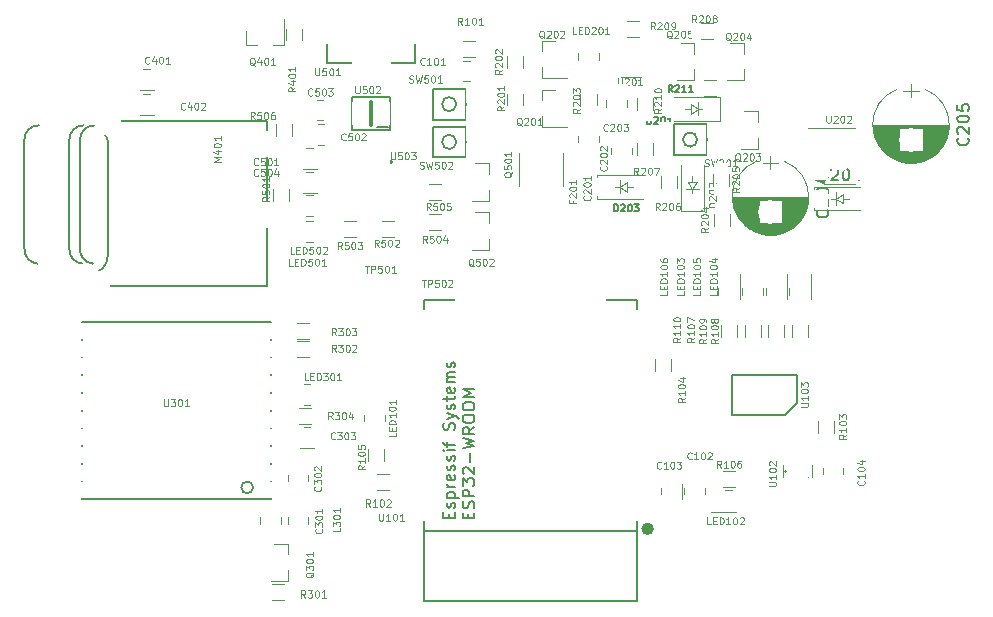
<source format=gto>
G04 #@! TF.GenerationSoftware,KiCad,Pcbnew,(5.0.0-rc2-dev-70-g2da7199a3)*
G04 #@! TF.CreationDate,2018-03-19T21:37:12-04:00*
G04 #@! TF.ProjectId,processor,70726F636573736F722E6B696361645F,rev?*
G04 #@! TF.SameCoordinates,Original*
G04 #@! TF.FileFunction,Legend,Top*
G04 #@! TF.FilePolarity,Positive*
%FSLAX46Y46*%
G04 Gerber Fmt 4.6, Leading zero omitted, Abs format (unit mm)*
G04 Created by KiCad (PCBNEW (5.0.0-rc2-dev-70-g2da7199a3)) date 03/19/18 21:37:12*
%MOMM*%
%LPD*%
G01*
G04 APERTURE LIST*
%ADD10C,0.120000*%
%ADD11C,0.100000*%
%ADD12C,0.200000*%
%ADD13C,0.150000*%
%ADD14C,0.500000*%
%ADD15C,0.350000*%
%ADD16C,0.127000*%
%ADD17C,0.125000*%
%ADD18C,2.100000*%
%ADD19R,1.300000X1.100000*%
%ADD20R,1.200000X2.400000*%
%ADD21C,1.150000*%
%ADD22C,1.000000*%
%ADD23R,1.900000X1.400000*%
%ADD24R,1.900000X1.100000*%
%ADD25R,1.300000X1.200000*%
%ADD26R,1.600000X1.300000*%
%ADD27R,1.400000X1.900000*%
%ADD28R,2.850000X2.850000*%
%ADD29O,1.400000X0.650000*%
%ADD30O,0.650000X1.400000*%
%ADD31R,0.750000X2.000000*%
%ADD32R,6.400000X6.400000*%
%ADD33O,2.900000X1.300000*%
%ADD34O,1.300000X2.900000*%
%ADD35C,3.400000*%
%ADD36R,0.750000X1.400000*%
%ADD37C,1.400000*%
%ADD38R,1.100000X1.300000*%
%ADD39R,1.300000X1.400000*%
%ADD40R,1.400000X0.800000*%
%ADD41R,2.200000X2.300000*%
%ADD42R,2.700000X2.300000*%
%ADD43R,0.800000X2.400000*%
%ADD44R,3.900000X2.000000*%
%ADD45R,1.500000X1.000000*%
%ADD46R,2.400000X1.400000*%
%ADD47R,1.200000X1.300000*%
%ADD48R,1.300000X1.600000*%
%ADD49R,2.000000X2.000000*%
%ADD50C,2.000000*%
%ADD51R,2.300000X1.800000*%
%ADD52R,1.800000X2.200000*%
G04 APERTURE END LIST*
D10*
X56280000Y-13700000D02*
X56280000Y-14700000D01*
X54920000Y-14700000D02*
X54920000Y-13700000D01*
X63025000Y-9800000D02*
X66925000Y-9800000D01*
X66925000Y-14600000D02*
X64325000Y-14600000D01*
X58760000Y-11580000D02*
X57300000Y-11580000D01*
X58760000Y-8420000D02*
X56600000Y-8420000D01*
X58760000Y-8420000D02*
X58760000Y-9350000D01*
X58760000Y-11580000D02*
X58760000Y-10650000D01*
X55020000Y-18100000D02*
X55020000Y-17100000D01*
X56380000Y-17100000D02*
X56380000Y-18100000D01*
X52200000Y-16850000D02*
X52200000Y-12950000D01*
X54200000Y-16850000D02*
X54200000Y-12950000D01*
D11*
X53200000Y-15350000D02*
X53200000Y-14950000D01*
X53200000Y-14950000D02*
X52650000Y-14950000D01*
X53200000Y-14950000D02*
X53750000Y-14950000D01*
X53200000Y-14950000D02*
X52800000Y-14350000D01*
X52800000Y-14350000D02*
X53600000Y-14350000D01*
X53600000Y-14350000D02*
X53200000Y-14950000D01*
X53200000Y-14350000D02*
X53200000Y-13850000D01*
D10*
X52200000Y-16850000D02*
X54200000Y-16850000D01*
X22300000Y-17700000D02*
X22300000Y-19500000D01*
X22300000Y-19500000D02*
X20200000Y-19500000D01*
X20200000Y-17700000D02*
X22300000Y-17700000D01*
X22300000Y-15500000D02*
X22300000Y-17300000D01*
X22300000Y-17300000D02*
X20200000Y-17300000D01*
X20200000Y-15500000D02*
X22300000Y-15500000D01*
D12*
X27000000Y-13200000D02*
X27400000Y-13600000D01*
X24600000Y-13200000D02*
X27000000Y-13200000D01*
X24600000Y-16000000D02*
X24600000Y-13200000D01*
X27400000Y-16000000D02*
X24600000Y-16000000D01*
X27400000Y-13600000D02*
X27400000Y-16000000D01*
X27841421Y-12700000D02*
G75*
G03X27841421Y-12700000I-141421J0D01*
G01*
D13*
X56550000Y-34100000D02*
X61050000Y-34100000D01*
X56550000Y-30700000D02*
X56550000Y-34100000D01*
X62050000Y-30700000D02*
X56550000Y-30700000D01*
X62050000Y-33100000D02*
X62050000Y-30700000D01*
X61050000Y-34100000D02*
X62050000Y-33100000D01*
X30500000Y-49900000D02*
X48500000Y-49900000D01*
X30500000Y-24400000D02*
X48500000Y-24400000D01*
X30500000Y-49900000D02*
X30500000Y-24400000D01*
X48500000Y-49900000D02*
X48500000Y-24400000D01*
X30500000Y-43900000D02*
X48500000Y-43900000D01*
D14*
X49689981Y-43754000D02*
G75*
G03X49689981Y-43754000I-283981J0D01*
G01*
D10*
X25400000Y-32900000D02*
X27200000Y-32900000D01*
X27200000Y-32900000D02*
X27200000Y-35000000D01*
X25400000Y-35000000D02*
X25400000Y-32900000D01*
X6400000Y-4820000D02*
X7600000Y-4820000D01*
X7600000Y-6580000D02*
X6400000Y-6580000D01*
D11*
X63300000Y-37600000D02*
X63300000Y-40250000D01*
X62850000Y-40250000D02*
X62650000Y-40250000D01*
X62200000Y-40250000D02*
X62000000Y-40250000D01*
X61550000Y-40250000D02*
X61350000Y-40250000D01*
X60900000Y-40250000D02*
X60900000Y-37650000D01*
X61350000Y-37650000D02*
X61550000Y-37650000D01*
X62000000Y-37650000D02*
X62200000Y-37650000D01*
X62650000Y-37650000D02*
X62850000Y-37650000D01*
X63000000Y-39400000D02*
G75*
G03X63000000Y-39400000I-50000J0D01*
G01*
X61200000Y-38900000D02*
G75*
G03X61200000Y-38900000I-100000J0D01*
G01*
D10*
X51380000Y-29400000D02*
X51380000Y-30400000D01*
X50020000Y-30400000D02*
X50020000Y-29400000D01*
X17600000Y-48420000D02*
X18600000Y-48420000D01*
X18600000Y-49780000D02*
X17600000Y-49780000D01*
X18960000Y-48180000D02*
X17500000Y-48180000D01*
X18960000Y-45020000D02*
X16800000Y-45020000D01*
X18960000Y-45020000D02*
X18960000Y-45950000D01*
X18960000Y-48180000D02*
X18960000Y-47250000D01*
D12*
X31200000Y-9100000D02*
X31200000Y-6500000D01*
X34000000Y-9100000D02*
X31200000Y-9100000D01*
X34000000Y-6500000D02*
X34000000Y-9100000D01*
X31200000Y-6500000D02*
X34000000Y-6500000D01*
X33200000Y-7800000D02*
G75*
G03X33200000Y-7800000I-600000J0D01*
G01*
X34000000Y-9700000D02*
X34000000Y-12300000D01*
X31200000Y-9700000D02*
X34000000Y-9700000D01*
X31200000Y-12300000D02*
X31200000Y-9700000D01*
X34000000Y-12300000D02*
X31200000Y-12300000D01*
X33200000Y-11000000D02*
G75*
G03X33200000Y-11000000I-600000J0D01*
G01*
D15*
X26000000Y-9600000D02*
X26000000Y-7600000D01*
D13*
X27400000Y-9700000D02*
X26500000Y-9700000D01*
D12*
X27600000Y-7200000D02*
X27600000Y-10000000D01*
X24400000Y-7200000D02*
X27600000Y-7200000D01*
X24400000Y-10000000D02*
X24400000Y-7200000D01*
X27600000Y-10000000D02*
X24400000Y-10000000D01*
X29750000Y-2650000D02*
X29750000Y-4300000D01*
X29750000Y-4300000D02*
X27700000Y-4300000D01*
X24450000Y-4300000D02*
X22300000Y-4300000D01*
X22300000Y-4300000D02*
X22300000Y-2650000D01*
D10*
X42280000Y-11670000D02*
X42280000Y-15130000D01*
X38520000Y-11670000D02*
X38520000Y-15130000D01*
X47120000Y-5510000D02*
X48880000Y-5510000D01*
D12*
X54400000Y-9500000D02*
X54400000Y-12100000D01*
X51600000Y-9500000D02*
X54400000Y-9500000D01*
X51600000Y-12100000D02*
X51600000Y-9500000D01*
X54400000Y-12100000D02*
X51600000Y-12100000D01*
X53600000Y-10800000D02*
G75*
G03X53600000Y-10800000I-600000J0D01*
G01*
D13*
X17500000Y-26250000D02*
X17500000Y-40500000D01*
X1500000Y-26250000D02*
X17500000Y-26250000D01*
X1500000Y-41250000D02*
X1500000Y-26250000D01*
X17500000Y-41250000D02*
X1500000Y-41250000D01*
X17500000Y-40500000D02*
X17500000Y-41250000D01*
X16000000Y-40250000D02*
G75*
G03X16000000Y-40250000I-500000J0D01*
G01*
D10*
X18380000Y-42500000D02*
X18380000Y-43700000D01*
X16620000Y-43700000D02*
X16620000Y-42500000D01*
X47680000Y-7200000D02*
X47680000Y-8400000D01*
X45920000Y-8400000D02*
X45920000Y-7200000D01*
X46320000Y-12400000D02*
X46320000Y-11200000D01*
X48080000Y-11200000D02*
X48080000Y-12400000D01*
X45280000Y-10200000D02*
X45280000Y-11400000D01*
X43520000Y-11400000D02*
X43520000Y-10200000D01*
X54280000Y-40000000D02*
X54280000Y-41200000D01*
X52520000Y-41200000D02*
X52520000Y-40000000D01*
X20680000Y-42500000D02*
X20680000Y-43700000D01*
X18920000Y-43700000D02*
X18920000Y-42500000D01*
X6400000Y-6920000D02*
X7600000Y-6920000D01*
X7600000Y-8680000D02*
X6400000Y-8680000D01*
X20000000Y-35120000D02*
X21200000Y-35120000D01*
X21200000Y-36880000D02*
X20000000Y-36880000D01*
X18920000Y-40100000D02*
X18920000Y-38900000D01*
X20680000Y-38900000D02*
X20680000Y-40100000D01*
X65980000Y-38300000D02*
X65980000Y-39500000D01*
X64220000Y-39500000D02*
X64220000Y-38300000D01*
X52280000Y-40000000D02*
X52280000Y-41200000D01*
X50520000Y-41200000D02*
X50520000Y-40000000D01*
X33500000Y-4120000D02*
X34700000Y-4120000D01*
X34700000Y-5880000D02*
X33500000Y-5880000D01*
X22400000Y-11280000D02*
X21200000Y-11280000D01*
X21200000Y-9520000D02*
X22400000Y-9520000D01*
X21400000Y-13280000D02*
X20200000Y-13280000D01*
X20200000Y-11520000D02*
X21400000Y-11520000D01*
X54800000Y-42300000D02*
X54800000Y-40500000D01*
X54800000Y-40500000D02*
X56900000Y-40500000D01*
X56900000Y-42300000D02*
X54800000Y-42300000D01*
X57400000Y-22200000D02*
X59200000Y-22200000D01*
X59200000Y-22200000D02*
X59200000Y-24300000D01*
X57400000Y-24300000D02*
X57400000Y-22200000D01*
X61400000Y-22200000D02*
X63200000Y-22200000D01*
X63200000Y-22200000D02*
X63200000Y-24300000D01*
X61400000Y-24300000D02*
X61400000Y-22200000D01*
X59400000Y-22200000D02*
X61200000Y-22200000D01*
X61200000Y-22200000D02*
X61200000Y-24300000D01*
X59400000Y-24300000D02*
X59400000Y-22200000D01*
X55400000Y-22200000D02*
X57200000Y-22200000D01*
X57200000Y-22200000D02*
X57200000Y-24300000D01*
X55400000Y-24300000D02*
X55400000Y-22200000D01*
X43500000Y-2300000D02*
X45300000Y-2300000D01*
X45300000Y-2300000D02*
X45300000Y-4400000D01*
X43500000Y-4400000D02*
X43500000Y-2300000D01*
X19100000Y-33300000D02*
X19100000Y-31500000D01*
X19100000Y-31500000D02*
X21200000Y-31500000D01*
X21200000Y-33300000D02*
X19100000Y-33300000D01*
X18820000Y-2400000D02*
X18820000Y-1400000D01*
X20180000Y-1400000D02*
X20180000Y-2400000D01*
X20900000Y-34880000D02*
X19900000Y-34880000D01*
X19900000Y-33520000D02*
X20900000Y-33520000D01*
X20700000Y-27680000D02*
X19700000Y-27680000D01*
X19700000Y-26320000D02*
X20700000Y-26320000D01*
X20700000Y-29180000D02*
X19700000Y-29180000D01*
X19700000Y-27820000D02*
X20700000Y-27820000D01*
X54950000Y-2280000D02*
X53950000Y-2280000D01*
X53950000Y-920000D02*
X54950000Y-920000D01*
X49880000Y-11100000D02*
X49880000Y-12100000D01*
X48520000Y-12100000D02*
X48520000Y-11100000D01*
X43720000Y-7900000D02*
X43720000Y-6900000D01*
X45080000Y-6900000D02*
X45080000Y-7900000D01*
X38880000Y-3700000D02*
X38880000Y-4700000D01*
X37520000Y-4700000D02*
X37520000Y-3700000D01*
X37520000Y-7900000D02*
X37520000Y-6900000D01*
X38880000Y-6900000D02*
X38880000Y-7900000D01*
X55620000Y-27500000D02*
X55620000Y-26500000D01*
X56980000Y-26500000D02*
X56980000Y-27500000D01*
X59620000Y-27500000D02*
X59620000Y-26500000D01*
X60980000Y-26500000D02*
X60980000Y-27500000D01*
X61620000Y-27500000D02*
X61620000Y-26500000D01*
X62980000Y-26500000D02*
X62980000Y-27500000D01*
X57620000Y-27500000D02*
X57620000Y-26500000D01*
X58980000Y-26500000D02*
X58980000Y-27500000D01*
X55800000Y-38820000D02*
X56800000Y-38820000D01*
X56800000Y-40180000D02*
X55800000Y-40180000D01*
X25720000Y-38000000D02*
X25720000Y-37000000D01*
X27080000Y-37000000D02*
X27080000Y-38000000D01*
X65180000Y-34600000D02*
X65180000Y-35600000D01*
X63820000Y-35600000D02*
X63820000Y-34600000D01*
X26500000Y-39120000D02*
X27500000Y-39120000D01*
X27500000Y-40480000D02*
X26500000Y-40480000D01*
X34800000Y-3780000D02*
X33800000Y-3780000D01*
X33800000Y-2420000D02*
X34800000Y-2420000D01*
X49880000Y-7300000D02*
X49880000Y-8300000D01*
X48520000Y-8300000D02*
X48520000Y-7300000D01*
X47700000Y-720000D02*
X48700000Y-720000D01*
X48700000Y-2080000D02*
X47700000Y-2080000D01*
X51880000Y-13900000D02*
X51880000Y-14900000D01*
X50520000Y-14900000D02*
X50520000Y-13900000D01*
X19080000Y-15000000D02*
X19080000Y-16000000D01*
X17720000Y-16000000D02*
X17720000Y-15000000D01*
X26900000Y-17720000D02*
X27900000Y-17720000D01*
X27900000Y-19080000D02*
X26900000Y-19080000D01*
X24700000Y-19080000D02*
X23700000Y-19080000D01*
X23700000Y-17720000D02*
X24700000Y-17720000D01*
X30900000Y-14520000D02*
X31900000Y-14520000D01*
X31900000Y-15880000D02*
X30900000Y-15880000D01*
X31900000Y-18480000D02*
X30900000Y-18480000D01*
X30900000Y-17120000D02*
X31900000Y-17120000D01*
X15420000Y-2760000D02*
X15420000Y-1300000D01*
X18580000Y-2760000D02*
X18580000Y-600000D01*
X18580000Y-2760000D02*
X17650000Y-2760000D01*
X15420000Y-2760000D02*
X16350000Y-2760000D01*
X53360000Y-5780000D02*
X51900000Y-5780000D01*
X53360000Y-2620000D02*
X51200000Y-2620000D01*
X53360000Y-2620000D02*
X53360000Y-3550000D01*
X53360000Y-5780000D02*
X53360000Y-4850000D01*
X57560000Y-5780000D02*
X56100000Y-5780000D01*
X57560000Y-2620000D02*
X55400000Y-2620000D01*
X57560000Y-2620000D02*
X57560000Y-3550000D01*
X57560000Y-5780000D02*
X57560000Y-4850000D01*
X40440000Y-2420000D02*
X41900000Y-2420000D01*
X40440000Y-5580000D02*
X42600000Y-5580000D01*
X40440000Y-5580000D02*
X40440000Y-4650000D01*
X40440000Y-2420000D02*
X40440000Y-3350000D01*
X40440000Y-6570000D02*
X41900000Y-6570000D01*
X40440000Y-9730000D02*
X42600000Y-9730000D01*
X40440000Y-9730000D02*
X40440000Y-8800000D01*
X40440000Y-6570000D02*
X40440000Y-7500000D01*
X35960000Y-20130000D02*
X34500000Y-20130000D01*
X35960000Y-16970000D02*
X33800000Y-16970000D01*
X35960000Y-16970000D02*
X35960000Y-17900000D01*
X35960000Y-20130000D02*
X35960000Y-19200000D01*
X35960000Y-15980000D02*
X34500000Y-15980000D01*
X35960000Y-12820000D02*
X33800000Y-12820000D01*
X35960000Y-12820000D02*
X35960000Y-13750000D01*
X35960000Y-15980000D02*
X35960000Y-15050000D01*
X22300000Y-9180000D02*
X21100000Y-9180000D01*
X21100000Y-7420000D02*
X22300000Y-7420000D01*
X21400000Y-15280000D02*
X20200000Y-15280000D01*
X20200000Y-13520000D02*
X21400000Y-13520000D01*
X17920000Y-10500000D02*
X17920000Y-9500000D01*
X19280000Y-9500000D02*
X19280000Y-10500000D01*
X55550000Y-9200000D02*
X51650000Y-9200000D01*
X55550000Y-7200000D02*
X51650000Y-7200000D01*
D11*
X54050000Y-8200000D02*
X53650000Y-8200000D01*
X53650000Y-8200000D02*
X53650000Y-8750000D01*
X53650000Y-8200000D02*
X53650000Y-7650000D01*
X53650000Y-8200000D02*
X53050000Y-8600000D01*
X53050000Y-8600000D02*
X53050000Y-7800000D01*
X53050000Y-7800000D02*
X53650000Y-8200000D01*
X53050000Y-8200000D02*
X52550000Y-8200000D01*
D10*
X55550000Y-9200000D02*
X55550000Y-7200000D01*
X45150000Y-13800000D02*
X49050000Y-13800000D01*
X45150000Y-15800000D02*
X49050000Y-15800000D01*
D11*
X46650000Y-14800000D02*
X47050000Y-14800000D01*
X47050000Y-14800000D02*
X47050000Y-14250000D01*
X47050000Y-14800000D02*
X47050000Y-15350000D01*
X47050000Y-14800000D02*
X47650000Y-14400000D01*
X47650000Y-14400000D02*
X47650000Y-15200000D01*
X47650000Y-15200000D02*
X47050000Y-14800000D01*
X47650000Y-14800000D02*
X48150000Y-14800000D01*
D10*
X45150000Y-13800000D02*
X45150000Y-15800000D01*
X63450000Y-14800000D02*
X67350000Y-14800000D01*
X63450000Y-16800000D02*
X67350000Y-16800000D01*
D11*
X64950000Y-15800000D02*
X65350000Y-15800000D01*
X65350000Y-15800000D02*
X65350000Y-15250000D01*
X65350000Y-15800000D02*
X65350000Y-16350000D01*
X65350000Y-15800000D02*
X65950000Y-15400000D01*
X65950000Y-15400000D02*
X65950000Y-16200000D01*
X65950000Y-16200000D02*
X65350000Y-15800000D01*
X65950000Y-15800000D02*
X66450000Y-15800000D01*
D10*
X63450000Y-14800000D02*
X63450000Y-16800000D01*
X60979136Y-18667820D02*
G75*
G03X60980000Y-12632518I-1179136J3017820D01*
G01*
X58620864Y-18667820D02*
G75*
G02X58620000Y-12632518I1179136J3017820D01*
G01*
X58620864Y-18667820D02*
G75*
G03X60980000Y-18667482I1179136J3017820D01*
G01*
X63000000Y-15650000D02*
X56600000Y-15650000D01*
X63000000Y-15690000D02*
X56600000Y-15690000D01*
X63000000Y-15730000D02*
X56600000Y-15730000D01*
X62998000Y-15770000D02*
X56602000Y-15770000D01*
X62997000Y-15810000D02*
X56603000Y-15810000D01*
X62994000Y-15850000D02*
X56606000Y-15850000D01*
X62992000Y-15890000D02*
X56608000Y-15890000D01*
X62988000Y-15930000D02*
X60780000Y-15930000D01*
X58820000Y-15930000D02*
X56612000Y-15930000D01*
X62985000Y-15970000D02*
X60780000Y-15970000D01*
X58820000Y-15970000D02*
X56615000Y-15970000D01*
X62980000Y-16010000D02*
X60780000Y-16010000D01*
X58820000Y-16010000D02*
X56620000Y-16010000D01*
X62976000Y-16050000D02*
X60780000Y-16050000D01*
X58820000Y-16050000D02*
X56624000Y-16050000D01*
X62970000Y-16090000D02*
X60780000Y-16090000D01*
X58820000Y-16090000D02*
X56630000Y-16090000D01*
X62965000Y-16130000D02*
X60780000Y-16130000D01*
X58820000Y-16130000D02*
X56635000Y-16130000D01*
X62958000Y-16170000D02*
X60780000Y-16170000D01*
X58820000Y-16170000D02*
X56642000Y-16170000D01*
X62952000Y-16210000D02*
X60780000Y-16210000D01*
X58820000Y-16210000D02*
X56648000Y-16210000D01*
X62944000Y-16250000D02*
X60780000Y-16250000D01*
X58820000Y-16250000D02*
X56656000Y-16250000D01*
X62937000Y-16290000D02*
X60780000Y-16290000D01*
X58820000Y-16290000D02*
X56663000Y-16290000D01*
X62928000Y-16330000D02*
X60780000Y-16330000D01*
X58820000Y-16330000D02*
X56672000Y-16330000D01*
X62919000Y-16371000D02*
X60780000Y-16371000D01*
X58820000Y-16371000D02*
X56681000Y-16371000D01*
X62910000Y-16411000D02*
X60780000Y-16411000D01*
X58820000Y-16411000D02*
X56690000Y-16411000D01*
X62900000Y-16451000D02*
X60780000Y-16451000D01*
X58820000Y-16451000D02*
X56700000Y-16451000D01*
X62890000Y-16491000D02*
X60780000Y-16491000D01*
X58820000Y-16491000D02*
X56710000Y-16491000D01*
X62879000Y-16531000D02*
X60780000Y-16531000D01*
X58820000Y-16531000D02*
X56721000Y-16531000D01*
X62867000Y-16571000D02*
X60780000Y-16571000D01*
X58820000Y-16571000D02*
X56733000Y-16571000D01*
X62855000Y-16611000D02*
X60780000Y-16611000D01*
X58820000Y-16611000D02*
X56745000Y-16611000D01*
X62842000Y-16651000D02*
X60780000Y-16651000D01*
X58820000Y-16651000D02*
X56758000Y-16651000D01*
X62829000Y-16691000D02*
X60780000Y-16691000D01*
X58820000Y-16691000D02*
X56771000Y-16691000D01*
X62815000Y-16731000D02*
X60780000Y-16731000D01*
X58820000Y-16731000D02*
X56785000Y-16731000D01*
X62801000Y-16771000D02*
X60780000Y-16771000D01*
X58820000Y-16771000D02*
X56799000Y-16771000D01*
X62786000Y-16811000D02*
X60780000Y-16811000D01*
X58820000Y-16811000D02*
X56814000Y-16811000D01*
X62770000Y-16851000D02*
X60780000Y-16851000D01*
X58820000Y-16851000D02*
X56830000Y-16851000D01*
X62754000Y-16891000D02*
X60780000Y-16891000D01*
X58820000Y-16891000D02*
X56846000Y-16891000D01*
X62737000Y-16931000D02*
X60780000Y-16931000D01*
X58820000Y-16931000D02*
X56863000Y-16931000D01*
X62719000Y-16971000D02*
X60780000Y-16971000D01*
X58820000Y-16971000D02*
X56881000Y-16971000D01*
X62701000Y-17011000D02*
X60780000Y-17011000D01*
X58820000Y-17011000D02*
X56899000Y-17011000D01*
X62682000Y-17051000D02*
X60780000Y-17051000D01*
X58820000Y-17051000D02*
X56918000Y-17051000D01*
X62663000Y-17091000D02*
X60780000Y-17091000D01*
X58820000Y-17091000D02*
X56937000Y-17091000D01*
X62643000Y-17131000D02*
X60780000Y-17131000D01*
X58820000Y-17131000D02*
X56957000Y-17131000D01*
X62622000Y-17171000D02*
X60780000Y-17171000D01*
X58820000Y-17171000D02*
X56978000Y-17171000D01*
X62600000Y-17211000D02*
X60780000Y-17211000D01*
X58820000Y-17211000D02*
X57000000Y-17211000D01*
X62578000Y-17251000D02*
X60780000Y-17251000D01*
X58820000Y-17251000D02*
X57022000Y-17251000D01*
X62555000Y-17291000D02*
X60780000Y-17291000D01*
X58820000Y-17291000D02*
X57045000Y-17291000D01*
X62531000Y-17331000D02*
X60780000Y-17331000D01*
X58820000Y-17331000D02*
X57069000Y-17331000D01*
X62506000Y-17371000D02*
X60780000Y-17371000D01*
X58820000Y-17371000D02*
X57094000Y-17371000D01*
X62481000Y-17411000D02*
X60780000Y-17411000D01*
X58820000Y-17411000D02*
X57119000Y-17411000D01*
X62454000Y-17451000D02*
X60780000Y-17451000D01*
X58820000Y-17451000D02*
X57146000Y-17451000D01*
X62427000Y-17491000D02*
X60780000Y-17491000D01*
X58820000Y-17491000D02*
X57173000Y-17491000D01*
X62399000Y-17531000D02*
X60780000Y-17531000D01*
X58820000Y-17531000D02*
X57201000Y-17531000D01*
X62370000Y-17571000D02*
X60780000Y-17571000D01*
X58820000Y-17571000D02*
X57230000Y-17571000D01*
X62340000Y-17611000D02*
X60780000Y-17611000D01*
X58820000Y-17611000D02*
X57260000Y-17611000D01*
X62310000Y-17651000D02*
X60780000Y-17651000D01*
X58820000Y-17651000D02*
X57290000Y-17651000D01*
X62278000Y-17691000D02*
X60780000Y-17691000D01*
X58820000Y-17691000D02*
X57322000Y-17691000D01*
X62245000Y-17731000D02*
X60780000Y-17731000D01*
X58820000Y-17731000D02*
X57355000Y-17731000D01*
X62211000Y-17771000D02*
X60780000Y-17771000D01*
X58820000Y-17771000D02*
X57389000Y-17771000D01*
X62175000Y-17811000D02*
X60780000Y-17811000D01*
X58820000Y-17811000D02*
X57425000Y-17811000D01*
X62139000Y-17851000D02*
X60780000Y-17851000D01*
X58820000Y-17851000D02*
X57461000Y-17851000D01*
X62101000Y-17891000D02*
X57499000Y-17891000D01*
X62062000Y-17931000D02*
X57538000Y-17931000D01*
X62022000Y-17971000D02*
X57578000Y-17971000D01*
X61980000Y-18011000D02*
X57620000Y-18011000D01*
X61937000Y-18051000D02*
X57663000Y-18051000D01*
X61892000Y-18091000D02*
X57708000Y-18091000D01*
X61845000Y-18131000D02*
X57755000Y-18131000D01*
X61797000Y-18171000D02*
X57803000Y-18171000D01*
X61746000Y-18211000D02*
X57854000Y-18211000D01*
X61694000Y-18251000D02*
X57906000Y-18251000D01*
X61639000Y-18291000D02*
X57961000Y-18291000D01*
X61581000Y-18331000D02*
X58019000Y-18331000D01*
X61521000Y-18371000D02*
X58079000Y-18371000D01*
X61458000Y-18411000D02*
X58142000Y-18411000D01*
X61391000Y-18451000D02*
X58209000Y-18451000D01*
X61320000Y-18491000D02*
X58280000Y-18491000D01*
X61245000Y-18531000D02*
X58355000Y-18531000D01*
X61164000Y-18571000D02*
X58436000Y-18571000D01*
X61078000Y-18611000D02*
X58522000Y-18611000D01*
X60984000Y-18651000D02*
X58616000Y-18651000D01*
X60881000Y-18691000D02*
X58719000Y-18691000D01*
X60766000Y-18731000D02*
X58834000Y-18731000D01*
X60634000Y-18771000D02*
X58966000Y-18771000D01*
X60476000Y-18811000D02*
X59124000Y-18811000D01*
X60268000Y-18851000D02*
X59332000Y-18851000D01*
X59800000Y-12200000D02*
X59800000Y-13400000D01*
X60450000Y-12800000D02*
X59150000Y-12800000D01*
X72879136Y-12567820D02*
G75*
G03X72880000Y-6532518I-1179136J3017820D01*
G01*
X70520864Y-12567820D02*
G75*
G02X70520000Y-6532518I1179136J3017820D01*
G01*
X70520864Y-12567820D02*
G75*
G03X72880000Y-12567482I1179136J3017820D01*
G01*
X74900000Y-9550000D02*
X68500000Y-9550000D01*
X74900000Y-9590000D02*
X68500000Y-9590000D01*
X74900000Y-9630000D02*
X68500000Y-9630000D01*
X74898000Y-9670000D02*
X68502000Y-9670000D01*
X74897000Y-9710000D02*
X68503000Y-9710000D01*
X74894000Y-9750000D02*
X68506000Y-9750000D01*
X74892000Y-9790000D02*
X68508000Y-9790000D01*
X74888000Y-9830000D02*
X72680000Y-9830000D01*
X70720000Y-9830000D02*
X68512000Y-9830000D01*
X74885000Y-9870000D02*
X72680000Y-9870000D01*
X70720000Y-9870000D02*
X68515000Y-9870000D01*
X74880000Y-9910000D02*
X72680000Y-9910000D01*
X70720000Y-9910000D02*
X68520000Y-9910000D01*
X74876000Y-9950000D02*
X72680000Y-9950000D01*
X70720000Y-9950000D02*
X68524000Y-9950000D01*
X74870000Y-9990000D02*
X72680000Y-9990000D01*
X70720000Y-9990000D02*
X68530000Y-9990000D01*
X74865000Y-10030000D02*
X72680000Y-10030000D01*
X70720000Y-10030000D02*
X68535000Y-10030000D01*
X74858000Y-10070000D02*
X72680000Y-10070000D01*
X70720000Y-10070000D02*
X68542000Y-10070000D01*
X74852000Y-10110000D02*
X72680000Y-10110000D01*
X70720000Y-10110000D02*
X68548000Y-10110000D01*
X74844000Y-10150000D02*
X72680000Y-10150000D01*
X70720000Y-10150000D02*
X68556000Y-10150000D01*
X74837000Y-10190000D02*
X72680000Y-10190000D01*
X70720000Y-10190000D02*
X68563000Y-10190000D01*
X74828000Y-10230000D02*
X72680000Y-10230000D01*
X70720000Y-10230000D02*
X68572000Y-10230000D01*
X74819000Y-10271000D02*
X72680000Y-10271000D01*
X70720000Y-10271000D02*
X68581000Y-10271000D01*
X74810000Y-10311000D02*
X72680000Y-10311000D01*
X70720000Y-10311000D02*
X68590000Y-10311000D01*
X74800000Y-10351000D02*
X72680000Y-10351000D01*
X70720000Y-10351000D02*
X68600000Y-10351000D01*
X74790000Y-10391000D02*
X72680000Y-10391000D01*
X70720000Y-10391000D02*
X68610000Y-10391000D01*
X74779000Y-10431000D02*
X72680000Y-10431000D01*
X70720000Y-10431000D02*
X68621000Y-10431000D01*
X74767000Y-10471000D02*
X72680000Y-10471000D01*
X70720000Y-10471000D02*
X68633000Y-10471000D01*
X74755000Y-10511000D02*
X72680000Y-10511000D01*
X70720000Y-10511000D02*
X68645000Y-10511000D01*
X74742000Y-10551000D02*
X72680000Y-10551000D01*
X70720000Y-10551000D02*
X68658000Y-10551000D01*
X74729000Y-10591000D02*
X72680000Y-10591000D01*
X70720000Y-10591000D02*
X68671000Y-10591000D01*
X74715000Y-10631000D02*
X72680000Y-10631000D01*
X70720000Y-10631000D02*
X68685000Y-10631000D01*
X74701000Y-10671000D02*
X72680000Y-10671000D01*
X70720000Y-10671000D02*
X68699000Y-10671000D01*
X74686000Y-10711000D02*
X72680000Y-10711000D01*
X70720000Y-10711000D02*
X68714000Y-10711000D01*
X74670000Y-10751000D02*
X72680000Y-10751000D01*
X70720000Y-10751000D02*
X68730000Y-10751000D01*
X74654000Y-10791000D02*
X72680000Y-10791000D01*
X70720000Y-10791000D02*
X68746000Y-10791000D01*
X74637000Y-10831000D02*
X72680000Y-10831000D01*
X70720000Y-10831000D02*
X68763000Y-10831000D01*
X74619000Y-10871000D02*
X72680000Y-10871000D01*
X70720000Y-10871000D02*
X68781000Y-10871000D01*
X74601000Y-10911000D02*
X72680000Y-10911000D01*
X70720000Y-10911000D02*
X68799000Y-10911000D01*
X74582000Y-10951000D02*
X72680000Y-10951000D01*
X70720000Y-10951000D02*
X68818000Y-10951000D01*
X74563000Y-10991000D02*
X72680000Y-10991000D01*
X70720000Y-10991000D02*
X68837000Y-10991000D01*
X74543000Y-11031000D02*
X72680000Y-11031000D01*
X70720000Y-11031000D02*
X68857000Y-11031000D01*
X74522000Y-11071000D02*
X72680000Y-11071000D01*
X70720000Y-11071000D02*
X68878000Y-11071000D01*
X74500000Y-11111000D02*
X72680000Y-11111000D01*
X70720000Y-11111000D02*
X68900000Y-11111000D01*
X74478000Y-11151000D02*
X72680000Y-11151000D01*
X70720000Y-11151000D02*
X68922000Y-11151000D01*
X74455000Y-11191000D02*
X72680000Y-11191000D01*
X70720000Y-11191000D02*
X68945000Y-11191000D01*
X74431000Y-11231000D02*
X72680000Y-11231000D01*
X70720000Y-11231000D02*
X68969000Y-11231000D01*
X74406000Y-11271000D02*
X72680000Y-11271000D01*
X70720000Y-11271000D02*
X68994000Y-11271000D01*
X74381000Y-11311000D02*
X72680000Y-11311000D01*
X70720000Y-11311000D02*
X69019000Y-11311000D01*
X74354000Y-11351000D02*
X72680000Y-11351000D01*
X70720000Y-11351000D02*
X69046000Y-11351000D01*
X74327000Y-11391000D02*
X72680000Y-11391000D01*
X70720000Y-11391000D02*
X69073000Y-11391000D01*
X74299000Y-11431000D02*
X72680000Y-11431000D01*
X70720000Y-11431000D02*
X69101000Y-11431000D01*
X74270000Y-11471000D02*
X72680000Y-11471000D01*
X70720000Y-11471000D02*
X69130000Y-11471000D01*
X74240000Y-11511000D02*
X72680000Y-11511000D01*
X70720000Y-11511000D02*
X69160000Y-11511000D01*
X74210000Y-11551000D02*
X72680000Y-11551000D01*
X70720000Y-11551000D02*
X69190000Y-11551000D01*
X74178000Y-11591000D02*
X72680000Y-11591000D01*
X70720000Y-11591000D02*
X69222000Y-11591000D01*
X74145000Y-11631000D02*
X72680000Y-11631000D01*
X70720000Y-11631000D02*
X69255000Y-11631000D01*
X74111000Y-11671000D02*
X72680000Y-11671000D01*
X70720000Y-11671000D02*
X69289000Y-11671000D01*
X74075000Y-11711000D02*
X72680000Y-11711000D01*
X70720000Y-11711000D02*
X69325000Y-11711000D01*
X74039000Y-11751000D02*
X72680000Y-11751000D01*
X70720000Y-11751000D02*
X69361000Y-11751000D01*
X74001000Y-11791000D02*
X69399000Y-11791000D01*
X73962000Y-11831000D02*
X69438000Y-11831000D01*
X73922000Y-11871000D02*
X69478000Y-11871000D01*
X73880000Y-11911000D02*
X69520000Y-11911000D01*
X73837000Y-11951000D02*
X69563000Y-11951000D01*
X73792000Y-11991000D02*
X69608000Y-11991000D01*
X73745000Y-12031000D02*
X69655000Y-12031000D01*
X73697000Y-12071000D02*
X69703000Y-12071000D01*
X73646000Y-12111000D02*
X69754000Y-12111000D01*
X73594000Y-12151000D02*
X69806000Y-12151000D01*
X73539000Y-12191000D02*
X69861000Y-12191000D01*
X73481000Y-12231000D02*
X69919000Y-12231000D01*
X73421000Y-12271000D02*
X69979000Y-12271000D01*
X73358000Y-12311000D02*
X70042000Y-12311000D01*
X73291000Y-12351000D02*
X70109000Y-12351000D01*
X73220000Y-12391000D02*
X70180000Y-12391000D01*
X73145000Y-12431000D02*
X70255000Y-12431000D01*
X73064000Y-12471000D02*
X70336000Y-12471000D01*
X72978000Y-12511000D02*
X70422000Y-12511000D01*
X72884000Y-12551000D02*
X70516000Y-12551000D01*
X72781000Y-12591000D02*
X70619000Y-12591000D01*
X72666000Y-12631000D02*
X70734000Y-12631000D01*
X72534000Y-12671000D02*
X70866000Y-12671000D01*
X72376000Y-12711000D02*
X71024000Y-12711000D01*
X72168000Y-12751000D02*
X71232000Y-12751000D01*
X71700000Y-6100000D02*
X71700000Y-7300000D01*
X72350000Y-6700000D02*
X71050000Y-6700000D01*
X55200000Y-7080000D02*
X54200000Y-7080000D01*
X54200000Y-5720000D02*
X55200000Y-5720000D01*
D16*
X2100000Y-22200000D02*
X2100000Y-23200000D01*
X2100000Y-23200000D02*
X17200000Y-23200000D01*
X17200000Y-23200000D02*
X17200000Y-9200000D01*
X17200000Y-9200000D02*
X2800000Y-9200000D01*
X2800000Y-9200000D02*
X2800000Y-10200000D01*
X3700000Y-10900000D02*
G75*
G03X2800000Y-10200000I-800000J-100000D01*
G01*
X3700000Y-10900000D02*
X3700000Y-20600000D01*
X2100000Y-22200000D02*
G75*
G03X3700000Y-20600000I0J1600000D01*
G01*
X1340000Y-10800000D02*
G75*
G02X2540000Y-9600000I1200000J0D01*
G01*
X1340000Y-10800000D02*
X1340000Y-20000000D01*
X2440000Y-21300000D02*
G75*
G02X1340000Y-20000000I100000J1200000D01*
G01*
X440000Y-10800000D02*
G75*
G02X1640000Y-9600000I1200000J0D01*
G01*
X440000Y-10800000D02*
X440000Y-20000000D01*
X1540000Y-21300000D02*
G75*
G02X440000Y-20000000I100000J1200000D01*
G01*
X-3360000Y-10800000D02*
G75*
G02X-2160000Y-9600000I1200000J0D01*
G01*
X-3360000Y-10800000D02*
X-3360000Y-20000000D01*
X-2260000Y-21300000D02*
G75*
G02X-3360000Y-20000000I100000J1200000D01*
G01*
D17*
X57171428Y-14871428D02*
X56885714Y-15071428D01*
X57171428Y-15214285D02*
X56571428Y-15214285D01*
X56571428Y-14985714D01*
X56600000Y-14928571D01*
X56628571Y-14900000D01*
X56685714Y-14871428D01*
X56771428Y-14871428D01*
X56828571Y-14900000D01*
X56857142Y-14928571D01*
X56885714Y-14985714D01*
X56885714Y-15214285D01*
X56628571Y-14642857D02*
X56600000Y-14614285D01*
X56571428Y-14557142D01*
X56571428Y-14414285D01*
X56600000Y-14357142D01*
X56628571Y-14328571D01*
X56685714Y-14300000D01*
X56742857Y-14300000D01*
X56828571Y-14328571D01*
X57171428Y-14671428D01*
X57171428Y-14300000D01*
X56571428Y-13928571D02*
X56571428Y-13871428D01*
X56600000Y-13814285D01*
X56628571Y-13785714D01*
X56685714Y-13757142D01*
X56800000Y-13728571D01*
X56942857Y-13728571D01*
X57057142Y-13757142D01*
X57114285Y-13785714D01*
X57142857Y-13814285D01*
X57171428Y-13871428D01*
X57171428Y-13928571D01*
X57142857Y-13985714D01*
X57114285Y-14014285D01*
X57057142Y-14042857D01*
X56942857Y-14071428D01*
X56800000Y-14071428D01*
X56685714Y-14042857D01*
X56628571Y-14014285D01*
X56600000Y-13985714D01*
X56571428Y-13928571D01*
X56571428Y-13185714D02*
X56571428Y-13471428D01*
X56857142Y-13500000D01*
X56828571Y-13471428D01*
X56800000Y-13414285D01*
X56800000Y-13271428D01*
X56828571Y-13214285D01*
X56857142Y-13185714D01*
X56914285Y-13157142D01*
X57057142Y-13157142D01*
X57114285Y-13185714D01*
X57142857Y-13214285D01*
X57171428Y-13271428D01*
X57171428Y-13414285D01*
X57142857Y-13471428D01*
X57114285Y-13500000D01*
X64546428Y-8771428D02*
X64546428Y-9257142D01*
X64575000Y-9314285D01*
X64603571Y-9342857D01*
X64660714Y-9371428D01*
X64775000Y-9371428D01*
X64832142Y-9342857D01*
X64860714Y-9314285D01*
X64889285Y-9257142D01*
X64889285Y-8771428D01*
X65146428Y-8828571D02*
X65175000Y-8800000D01*
X65232142Y-8771428D01*
X65375000Y-8771428D01*
X65432142Y-8800000D01*
X65460714Y-8828571D01*
X65489285Y-8885714D01*
X65489285Y-8942857D01*
X65460714Y-9028571D01*
X65117857Y-9371428D01*
X65489285Y-9371428D01*
X65860714Y-8771428D02*
X65917857Y-8771428D01*
X65975000Y-8800000D01*
X66003571Y-8828571D01*
X66032142Y-8885714D01*
X66060714Y-9000000D01*
X66060714Y-9142857D01*
X66032142Y-9257142D01*
X66003571Y-9314285D01*
X65975000Y-9342857D01*
X65917857Y-9371428D01*
X65860714Y-9371428D01*
X65803571Y-9342857D01*
X65775000Y-9314285D01*
X65746428Y-9257142D01*
X65717857Y-9142857D01*
X65717857Y-9000000D01*
X65746428Y-8885714D01*
X65775000Y-8828571D01*
X65803571Y-8800000D01*
X65860714Y-8771428D01*
X66289285Y-8828571D02*
X66317857Y-8800000D01*
X66375000Y-8771428D01*
X66517857Y-8771428D01*
X66575000Y-8800000D01*
X66603571Y-8828571D01*
X66632142Y-8885714D01*
X66632142Y-8942857D01*
X66603571Y-9028571D01*
X66260714Y-9371428D01*
X66632142Y-9371428D01*
X57271428Y-12628571D02*
X57214285Y-12600000D01*
X57157142Y-12542857D01*
X57071428Y-12457142D01*
X57014285Y-12428571D01*
X56957142Y-12428571D01*
X56985714Y-12571428D02*
X56928571Y-12542857D01*
X56871428Y-12485714D01*
X56842857Y-12371428D01*
X56842857Y-12171428D01*
X56871428Y-12057142D01*
X56928571Y-12000000D01*
X56985714Y-11971428D01*
X57100000Y-11971428D01*
X57157142Y-12000000D01*
X57214285Y-12057142D01*
X57242857Y-12171428D01*
X57242857Y-12371428D01*
X57214285Y-12485714D01*
X57157142Y-12542857D01*
X57100000Y-12571428D01*
X56985714Y-12571428D01*
X57471428Y-12028571D02*
X57500000Y-12000000D01*
X57557142Y-11971428D01*
X57700000Y-11971428D01*
X57757142Y-12000000D01*
X57785714Y-12028571D01*
X57814285Y-12085714D01*
X57814285Y-12142857D01*
X57785714Y-12228571D01*
X57442857Y-12571428D01*
X57814285Y-12571428D01*
X58185714Y-11971428D02*
X58242857Y-11971428D01*
X58300000Y-12000000D01*
X58328571Y-12028571D01*
X58357142Y-12085714D01*
X58385714Y-12200000D01*
X58385714Y-12342857D01*
X58357142Y-12457142D01*
X58328571Y-12514285D01*
X58300000Y-12542857D01*
X58242857Y-12571428D01*
X58185714Y-12571428D01*
X58128571Y-12542857D01*
X58100000Y-12514285D01*
X58071428Y-12457142D01*
X58042857Y-12342857D01*
X58042857Y-12200000D01*
X58071428Y-12085714D01*
X58100000Y-12028571D01*
X58128571Y-12000000D01*
X58185714Y-11971428D01*
X58585714Y-11971428D02*
X58957142Y-11971428D01*
X58757142Y-12200000D01*
X58842857Y-12200000D01*
X58900000Y-12228571D01*
X58928571Y-12257142D01*
X58957142Y-12314285D01*
X58957142Y-12457142D01*
X58928571Y-12514285D01*
X58900000Y-12542857D01*
X58842857Y-12571428D01*
X58671428Y-12571428D01*
X58614285Y-12542857D01*
X58585714Y-12514285D01*
X54521428Y-18271428D02*
X54235714Y-18471428D01*
X54521428Y-18614285D02*
X53921428Y-18614285D01*
X53921428Y-18385714D01*
X53950000Y-18328571D01*
X53978571Y-18300000D01*
X54035714Y-18271428D01*
X54121428Y-18271428D01*
X54178571Y-18300000D01*
X54207142Y-18328571D01*
X54235714Y-18385714D01*
X54235714Y-18614285D01*
X53978571Y-18042857D02*
X53950000Y-18014285D01*
X53921428Y-17957142D01*
X53921428Y-17814285D01*
X53950000Y-17757142D01*
X53978571Y-17728571D01*
X54035714Y-17700000D01*
X54092857Y-17700000D01*
X54178571Y-17728571D01*
X54521428Y-18071428D01*
X54521428Y-17700000D01*
X53921428Y-17328571D02*
X53921428Y-17271428D01*
X53950000Y-17214285D01*
X53978571Y-17185714D01*
X54035714Y-17157142D01*
X54150000Y-17128571D01*
X54292857Y-17128571D01*
X54407142Y-17157142D01*
X54464285Y-17185714D01*
X54492857Y-17214285D01*
X54521428Y-17271428D01*
X54521428Y-17328571D01*
X54492857Y-17385714D01*
X54464285Y-17414285D01*
X54407142Y-17442857D01*
X54292857Y-17471428D01*
X54150000Y-17471428D01*
X54035714Y-17442857D01*
X53978571Y-17414285D01*
X53950000Y-17385714D01*
X53921428Y-17328571D01*
X54121428Y-16614285D02*
X54521428Y-16614285D01*
X53892857Y-16757142D02*
X54321428Y-16900000D01*
X54321428Y-16528571D01*
X55171428Y-16514285D02*
X54571428Y-16514285D01*
X54571428Y-16371428D01*
X54600000Y-16285714D01*
X54657142Y-16228571D01*
X54714285Y-16200000D01*
X54828571Y-16171428D01*
X54914285Y-16171428D01*
X55028571Y-16200000D01*
X55085714Y-16228571D01*
X55142857Y-16285714D01*
X55171428Y-16371428D01*
X55171428Y-16514285D01*
X54628571Y-15942857D02*
X54600000Y-15914285D01*
X54571428Y-15857142D01*
X54571428Y-15714285D01*
X54600000Y-15657142D01*
X54628571Y-15628571D01*
X54685714Y-15600000D01*
X54742857Y-15600000D01*
X54828571Y-15628571D01*
X55171428Y-15971428D01*
X55171428Y-15600000D01*
X54571428Y-15228571D02*
X54571428Y-15171428D01*
X54600000Y-15114285D01*
X54628571Y-15085714D01*
X54685714Y-15057142D01*
X54800000Y-15028571D01*
X54942857Y-15028571D01*
X55057142Y-15057142D01*
X55114285Y-15085714D01*
X55142857Y-15114285D01*
X55171428Y-15171428D01*
X55171428Y-15228571D01*
X55142857Y-15285714D01*
X55114285Y-15314285D01*
X55057142Y-15342857D01*
X54942857Y-15371428D01*
X54800000Y-15371428D01*
X54685714Y-15342857D01*
X54628571Y-15314285D01*
X54600000Y-15285714D01*
X54571428Y-15228571D01*
X54628571Y-14800000D02*
X54600000Y-14771428D01*
X54571428Y-14714285D01*
X54571428Y-14571428D01*
X54600000Y-14514285D01*
X54628571Y-14485714D01*
X54685714Y-14457142D01*
X54742857Y-14457142D01*
X54828571Y-14485714D01*
X55171428Y-14828571D01*
X55171428Y-14457142D01*
X19357142Y-21471428D02*
X19071428Y-21471428D01*
X19071428Y-20871428D01*
X19557142Y-21157142D02*
X19757142Y-21157142D01*
X19842857Y-21471428D02*
X19557142Y-21471428D01*
X19557142Y-20871428D01*
X19842857Y-20871428D01*
X20100000Y-21471428D02*
X20100000Y-20871428D01*
X20242857Y-20871428D01*
X20328571Y-20900000D01*
X20385714Y-20957142D01*
X20414285Y-21014285D01*
X20442857Y-21128571D01*
X20442857Y-21214285D01*
X20414285Y-21328571D01*
X20385714Y-21385714D01*
X20328571Y-21442857D01*
X20242857Y-21471428D01*
X20100000Y-21471428D01*
X20985714Y-20871428D02*
X20700000Y-20871428D01*
X20671428Y-21157142D01*
X20700000Y-21128571D01*
X20757142Y-21100000D01*
X20900000Y-21100000D01*
X20957142Y-21128571D01*
X20985714Y-21157142D01*
X21014285Y-21214285D01*
X21014285Y-21357142D01*
X20985714Y-21414285D01*
X20957142Y-21442857D01*
X20900000Y-21471428D01*
X20757142Y-21471428D01*
X20700000Y-21442857D01*
X20671428Y-21414285D01*
X21385714Y-20871428D02*
X21442857Y-20871428D01*
X21500000Y-20900000D01*
X21528571Y-20928571D01*
X21557142Y-20985714D01*
X21585714Y-21100000D01*
X21585714Y-21242857D01*
X21557142Y-21357142D01*
X21528571Y-21414285D01*
X21500000Y-21442857D01*
X21442857Y-21471428D01*
X21385714Y-21471428D01*
X21328571Y-21442857D01*
X21300000Y-21414285D01*
X21271428Y-21357142D01*
X21242857Y-21242857D01*
X21242857Y-21100000D01*
X21271428Y-20985714D01*
X21300000Y-20928571D01*
X21328571Y-20900000D01*
X21385714Y-20871428D01*
X22157142Y-21471428D02*
X21814285Y-21471428D01*
X21985714Y-21471428D02*
X21985714Y-20871428D01*
X21928571Y-20957142D01*
X21871428Y-21014285D01*
X21814285Y-21042857D01*
X19457142Y-20471428D02*
X19171428Y-20471428D01*
X19171428Y-19871428D01*
X19657142Y-20157142D02*
X19857142Y-20157142D01*
X19942857Y-20471428D02*
X19657142Y-20471428D01*
X19657142Y-19871428D01*
X19942857Y-19871428D01*
X20200000Y-20471428D02*
X20200000Y-19871428D01*
X20342857Y-19871428D01*
X20428571Y-19900000D01*
X20485714Y-19957142D01*
X20514285Y-20014285D01*
X20542857Y-20128571D01*
X20542857Y-20214285D01*
X20514285Y-20328571D01*
X20485714Y-20385714D01*
X20428571Y-20442857D01*
X20342857Y-20471428D01*
X20200000Y-20471428D01*
X21085714Y-19871428D02*
X20800000Y-19871428D01*
X20771428Y-20157142D01*
X20800000Y-20128571D01*
X20857142Y-20100000D01*
X21000000Y-20100000D01*
X21057142Y-20128571D01*
X21085714Y-20157142D01*
X21114285Y-20214285D01*
X21114285Y-20357142D01*
X21085714Y-20414285D01*
X21057142Y-20442857D01*
X21000000Y-20471428D01*
X20857142Y-20471428D01*
X20800000Y-20442857D01*
X20771428Y-20414285D01*
X21485714Y-19871428D02*
X21542857Y-19871428D01*
X21600000Y-19900000D01*
X21628571Y-19928571D01*
X21657142Y-19985714D01*
X21685714Y-20100000D01*
X21685714Y-20242857D01*
X21657142Y-20357142D01*
X21628571Y-20414285D01*
X21600000Y-20442857D01*
X21542857Y-20471428D01*
X21485714Y-20471428D01*
X21428571Y-20442857D01*
X21400000Y-20414285D01*
X21371428Y-20357142D01*
X21342857Y-20242857D01*
X21342857Y-20100000D01*
X21371428Y-19985714D01*
X21400000Y-19928571D01*
X21428571Y-19900000D01*
X21485714Y-19871428D01*
X21914285Y-19928571D02*
X21942857Y-19900000D01*
X22000000Y-19871428D01*
X22142857Y-19871428D01*
X22200000Y-19900000D01*
X22228571Y-19928571D01*
X22257142Y-19985714D01*
X22257142Y-20042857D01*
X22228571Y-20128571D01*
X21885714Y-20471428D01*
X22257142Y-20471428D01*
X27671428Y-11871428D02*
X27671428Y-12357142D01*
X27700000Y-12414285D01*
X27728571Y-12442857D01*
X27785714Y-12471428D01*
X27900000Y-12471428D01*
X27957142Y-12442857D01*
X27985714Y-12414285D01*
X28014285Y-12357142D01*
X28014285Y-11871428D01*
X28585714Y-11871428D02*
X28300000Y-11871428D01*
X28271428Y-12157142D01*
X28300000Y-12128571D01*
X28357142Y-12100000D01*
X28500000Y-12100000D01*
X28557142Y-12128571D01*
X28585714Y-12157142D01*
X28614285Y-12214285D01*
X28614285Y-12357142D01*
X28585714Y-12414285D01*
X28557142Y-12442857D01*
X28500000Y-12471428D01*
X28357142Y-12471428D01*
X28300000Y-12442857D01*
X28271428Y-12414285D01*
X28985714Y-11871428D02*
X29042857Y-11871428D01*
X29100000Y-11900000D01*
X29128571Y-11928571D01*
X29157142Y-11985714D01*
X29185714Y-12100000D01*
X29185714Y-12242857D01*
X29157142Y-12357142D01*
X29128571Y-12414285D01*
X29100000Y-12442857D01*
X29042857Y-12471428D01*
X28985714Y-12471428D01*
X28928571Y-12442857D01*
X28900000Y-12414285D01*
X28871428Y-12357142D01*
X28842857Y-12242857D01*
X28842857Y-12100000D01*
X28871428Y-11985714D01*
X28900000Y-11928571D01*
X28928571Y-11900000D01*
X28985714Y-11871428D01*
X29385714Y-11871428D02*
X29757142Y-11871428D01*
X29557142Y-12100000D01*
X29642857Y-12100000D01*
X29700000Y-12128571D01*
X29728571Y-12157142D01*
X29757142Y-12214285D01*
X29757142Y-12357142D01*
X29728571Y-12414285D01*
X29700000Y-12442857D01*
X29642857Y-12471428D01*
X29471428Y-12471428D01*
X29414285Y-12442857D01*
X29385714Y-12414285D01*
X62371428Y-33428571D02*
X62857142Y-33428571D01*
X62914285Y-33400000D01*
X62942857Y-33371428D01*
X62971428Y-33314285D01*
X62971428Y-33200000D01*
X62942857Y-33142857D01*
X62914285Y-33114285D01*
X62857142Y-33085714D01*
X62371428Y-33085714D01*
X62971428Y-32485714D02*
X62971428Y-32828571D01*
X62971428Y-32657142D02*
X62371428Y-32657142D01*
X62457142Y-32714285D01*
X62514285Y-32771428D01*
X62542857Y-32828571D01*
X62371428Y-32114285D02*
X62371428Y-32057142D01*
X62400000Y-32000000D01*
X62428571Y-31971428D01*
X62485714Y-31942857D01*
X62600000Y-31914285D01*
X62742857Y-31914285D01*
X62857142Y-31942857D01*
X62914285Y-31971428D01*
X62942857Y-32000000D01*
X62971428Y-32057142D01*
X62971428Y-32114285D01*
X62942857Y-32171428D01*
X62914285Y-32200000D01*
X62857142Y-32228571D01*
X62742857Y-32257142D01*
X62600000Y-32257142D01*
X62485714Y-32228571D01*
X62428571Y-32200000D01*
X62400000Y-32171428D01*
X62371428Y-32114285D01*
X62371428Y-31714285D02*
X62371428Y-31342857D01*
X62600000Y-31542857D01*
X62600000Y-31457142D01*
X62628571Y-31400000D01*
X62657142Y-31371428D01*
X62714285Y-31342857D01*
X62857142Y-31342857D01*
X62914285Y-31371428D01*
X62942857Y-31400000D01*
X62971428Y-31457142D01*
X62971428Y-31628571D01*
X62942857Y-31685714D01*
X62914285Y-31714285D01*
X26671428Y-42471428D02*
X26671428Y-42957142D01*
X26700000Y-43014285D01*
X26728571Y-43042857D01*
X26785714Y-43071428D01*
X26900000Y-43071428D01*
X26957142Y-43042857D01*
X26985714Y-43014285D01*
X27014285Y-42957142D01*
X27014285Y-42471428D01*
X27614285Y-43071428D02*
X27271428Y-43071428D01*
X27442857Y-43071428D02*
X27442857Y-42471428D01*
X27385714Y-42557142D01*
X27328571Y-42614285D01*
X27271428Y-42642857D01*
X27985714Y-42471428D02*
X28042857Y-42471428D01*
X28100000Y-42500000D01*
X28128571Y-42528571D01*
X28157142Y-42585714D01*
X28185714Y-42700000D01*
X28185714Y-42842857D01*
X28157142Y-42957142D01*
X28128571Y-43014285D01*
X28100000Y-43042857D01*
X28042857Y-43071428D01*
X27985714Y-43071428D01*
X27928571Y-43042857D01*
X27900000Y-43014285D01*
X27871428Y-42957142D01*
X27842857Y-42842857D01*
X27842857Y-42700000D01*
X27871428Y-42585714D01*
X27900000Y-42528571D01*
X27928571Y-42500000D01*
X27985714Y-42471428D01*
X28757142Y-43071428D02*
X28414285Y-43071428D01*
X28585714Y-43071428D02*
X28585714Y-42471428D01*
X28528571Y-42557142D01*
X28471428Y-42614285D01*
X28414285Y-42642857D01*
D13*
X34221571Y-42856380D02*
X34221571Y-42523047D01*
X34745380Y-42380190D02*
X34745380Y-42856380D01*
X33745380Y-42856380D01*
X33745380Y-42380190D01*
X34697761Y-41999238D02*
X34745380Y-41856380D01*
X34745380Y-41618285D01*
X34697761Y-41523047D01*
X34650142Y-41475428D01*
X34554904Y-41427809D01*
X34459666Y-41427809D01*
X34364428Y-41475428D01*
X34316809Y-41523047D01*
X34269190Y-41618285D01*
X34221571Y-41808761D01*
X34173952Y-41904000D01*
X34126333Y-41951619D01*
X34031095Y-41999238D01*
X33935857Y-41999238D01*
X33840619Y-41951619D01*
X33793000Y-41904000D01*
X33745380Y-41808761D01*
X33745380Y-41570666D01*
X33793000Y-41427809D01*
X34745380Y-40999238D02*
X33745380Y-40999238D01*
X33745380Y-40618285D01*
X33793000Y-40523047D01*
X33840619Y-40475428D01*
X33935857Y-40427809D01*
X34078714Y-40427809D01*
X34173952Y-40475428D01*
X34221571Y-40523047D01*
X34269190Y-40618285D01*
X34269190Y-40999238D01*
X33745380Y-40094476D02*
X33745380Y-39475428D01*
X34126333Y-39808761D01*
X34126333Y-39665904D01*
X34173952Y-39570666D01*
X34221571Y-39523047D01*
X34316809Y-39475428D01*
X34554904Y-39475428D01*
X34650142Y-39523047D01*
X34697761Y-39570666D01*
X34745380Y-39665904D01*
X34745380Y-39951619D01*
X34697761Y-40046857D01*
X34650142Y-40094476D01*
X33840619Y-39094476D02*
X33793000Y-39046857D01*
X33745380Y-38951619D01*
X33745380Y-38713523D01*
X33793000Y-38618285D01*
X33840619Y-38570666D01*
X33935857Y-38523047D01*
X34031095Y-38523047D01*
X34173952Y-38570666D01*
X34745380Y-39142095D01*
X34745380Y-38523047D01*
X34364428Y-38094476D02*
X34364428Y-37332571D01*
X33745380Y-36951619D02*
X34745380Y-36713523D01*
X34031095Y-36523047D01*
X34745380Y-36332571D01*
X33745380Y-36094476D01*
X34745380Y-35142095D02*
X34269190Y-35475428D01*
X34745380Y-35713523D02*
X33745380Y-35713523D01*
X33745380Y-35332571D01*
X33793000Y-35237333D01*
X33840619Y-35189714D01*
X33935857Y-35142095D01*
X34078714Y-35142095D01*
X34173952Y-35189714D01*
X34221571Y-35237333D01*
X34269190Y-35332571D01*
X34269190Y-35713523D01*
X33745380Y-34523047D02*
X33745380Y-34332571D01*
X33793000Y-34237333D01*
X33888238Y-34142095D01*
X34078714Y-34094476D01*
X34412047Y-34094476D01*
X34602523Y-34142095D01*
X34697761Y-34237333D01*
X34745380Y-34332571D01*
X34745380Y-34523047D01*
X34697761Y-34618285D01*
X34602523Y-34713523D01*
X34412047Y-34761142D01*
X34078714Y-34761142D01*
X33888238Y-34713523D01*
X33793000Y-34618285D01*
X33745380Y-34523047D01*
X33745380Y-33475428D02*
X33745380Y-33284952D01*
X33793000Y-33189714D01*
X33888238Y-33094476D01*
X34078714Y-33046857D01*
X34412047Y-33046857D01*
X34602523Y-33094476D01*
X34697761Y-33189714D01*
X34745380Y-33284952D01*
X34745380Y-33475428D01*
X34697761Y-33570666D01*
X34602523Y-33665904D01*
X34412047Y-33713523D01*
X34078714Y-33713523D01*
X33888238Y-33665904D01*
X33793000Y-33570666D01*
X33745380Y-33475428D01*
X34745380Y-32618285D02*
X33745380Y-32618285D01*
X34459666Y-32284952D01*
X33745380Y-31951619D01*
X34745380Y-31951619D01*
X32570571Y-42832428D02*
X32570571Y-42499095D01*
X33094380Y-42356238D02*
X33094380Y-42832428D01*
X32094380Y-42832428D01*
X32094380Y-42356238D01*
X33046761Y-41975285D02*
X33094380Y-41880047D01*
X33094380Y-41689571D01*
X33046761Y-41594333D01*
X32951523Y-41546714D01*
X32903904Y-41546714D01*
X32808666Y-41594333D01*
X32761047Y-41689571D01*
X32761047Y-41832428D01*
X32713428Y-41927666D01*
X32618190Y-41975285D01*
X32570571Y-41975285D01*
X32475333Y-41927666D01*
X32427714Y-41832428D01*
X32427714Y-41689571D01*
X32475333Y-41594333D01*
X32427714Y-41118142D02*
X33427714Y-41118142D01*
X32475333Y-41118142D02*
X32427714Y-41022904D01*
X32427714Y-40832428D01*
X32475333Y-40737190D01*
X32522952Y-40689571D01*
X32618190Y-40641952D01*
X32903904Y-40641952D01*
X32999142Y-40689571D01*
X33046761Y-40737190D01*
X33094380Y-40832428D01*
X33094380Y-41022904D01*
X33046761Y-41118142D01*
X33094380Y-40213380D02*
X32427714Y-40213380D01*
X32618190Y-40213380D02*
X32522952Y-40165761D01*
X32475333Y-40118142D01*
X32427714Y-40022904D01*
X32427714Y-39927666D01*
X33046761Y-39213380D02*
X33094380Y-39308619D01*
X33094380Y-39499095D01*
X33046761Y-39594333D01*
X32951523Y-39641952D01*
X32570571Y-39641952D01*
X32475333Y-39594333D01*
X32427714Y-39499095D01*
X32427714Y-39308619D01*
X32475333Y-39213380D01*
X32570571Y-39165761D01*
X32665809Y-39165761D01*
X32761047Y-39641952D01*
X33046761Y-38784809D02*
X33094380Y-38689571D01*
X33094380Y-38499095D01*
X33046761Y-38403857D01*
X32951523Y-38356238D01*
X32903904Y-38356238D01*
X32808666Y-38403857D01*
X32761047Y-38499095D01*
X32761047Y-38641952D01*
X32713428Y-38737190D01*
X32618190Y-38784809D01*
X32570571Y-38784809D01*
X32475333Y-38737190D01*
X32427714Y-38641952D01*
X32427714Y-38499095D01*
X32475333Y-38403857D01*
X33046761Y-37975285D02*
X33094380Y-37880047D01*
X33094380Y-37689571D01*
X33046761Y-37594333D01*
X32951523Y-37546714D01*
X32903904Y-37546714D01*
X32808666Y-37594333D01*
X32761047Y-37689571D01*
X32761047Y-37832428D01*
X32713428Y-37927666D01*
X32618190Y-37975285D01*
X32570571Y-37975285D01*
X32475333Y-37927666D01*
X32427714Y-37832428D01*
X32427714Y-37689571D01*
X32475333Y-37594333D01*
X33094380Y-37118142D02*
X32427714Y-37118142D01*
X32094380Y-37118142D02*
X32142000Y-37165761D01*
X32189619Y-37118142D01*
X32142000Y-37070523D01*
X32094380Y-37118142D01*
X32189619Y-37118142D01*
X32427714Y-36784809D02*
X32427714Y-36403857D01*
X33094380Y-36641952D02*
X32237238Y-36641952D01*
X32142000Y-36594333D01*
X32094380Y-36499095D01*
X32094380Y-36403857D01*
X33046761Y-35356238D02*
X33094380Y-35213380D01*
X33094380Y-34975285D01*
X33046761Y-34880047D01*
X32999142Y-34832428D01*
X32903904Y-34784809D01*
X32808666Y-34784809D01*
X32713428Y-34832428D01*
X32665809Y-34880047D01*
X32618190Y-34975285D01*
X32570571Y-35165761D01*
X32522952Y-35261000D01*
X32475333Y-35308619D01*
X32380095Y-35356238D01*
X32284857Y-35356238D01*
X32189619Y-35308619D01*
X32142000Y-35261000D01*
X32094380Y-35165761D01*
X32094380Y-34927666D01*
X32142000Y-34784809D01*
X32427714Y-34451476D02*
X33094380Y-34213380D01*
X32427714Y-33975285D02*
X33094380Y-34213380D01*
X33332476Y-34308619D01*
X33380095Y-34356238D01*
X33427714Y-34451476D01*
X33046761Y-33641952D02*
X33094380Y-33546714D01*
X33094380Y-33356238D01*
X33046761Y-33261000D01*
X32951523Y-33213380D01*
X32903904Y-33213380D01*
X32808666Y-33261000D01*
X32761047Y-33356238D01*
X32761047Y-33499095D01*
X32713428Y-33594333D01*
X32618190Y-33641952D01*
X32570571Y-33641952D01*
X32475333Y-33594333D01*
X32427714Y-33499095D01*
X32427714Y-33356238D01*
X32475333Y-33261000D01*
X32427714Y-32927666D02*
X32427714Y-32546714D01*
X32094380Y-32784809D02*
X32951523Y-32784809D01*
X33046761Y-32737190D01*
X33094380Y-32641952D01*
X33094380Y-32546714D01*
X33046761Y-31832428D02*
X33094380Y-31927666D01*
X33094380Y-32118142D01*
X33046761Y-32213380D01*
X32951523Y-32261000D01*
X32570571Y-32261000D01*
X32475333Y-32213380D01*
X32427714Y-32118142D01*
X32427714Y-31927666D01*
X32475333Y-31832428D01*
X32570571Y-31784809D01*
X32665809Y-31784809D01*
X32761047Y-32261000D01*
X33094380Y-31356238D02*
X32427714Y-31356238D01*
X32522952Y-31356238D02*
X32475333Y-31308619D01*
X32427714Y-31213380D01*
X32427714Y-31070523D01*
X32475333Y-30975285D01*
X32570571Y-30927666D01*
X33094380Y-30927666D01*
X32570571Y-30927666D02*
X32475333Y-30880047D01*
X32427714Y-30784809D01*
X32427714Y-30641952D01*
X32475333Y-30546714D01*
X32570571Y-30499095D01*
X33094380Y-30499095D01*
X33046761Y-30070523D02*
X33094380Y-29975285D01*
X33094380Y-29784809D01*
X33046761Y-29689571D01*
X32951523Y-29641952D01*
X32903904Y-29641952D01*
X32808666Y-29689571D01*
X32761047Y-29784809D01*
X32761047Y-29927666D01*
X32713428Y-30022904D01*
X32618190Y-30070523D01*
X32570571Y-30070523D01*
X32475333Y-30022904D01*
X32427714Y-29927666D01*
X32427714Y-29784809D01*
X32475333Y-29689571D01*
D17*
X28071428Y-35642857D02*
X28071428Y-35928571D01*
X27471428Y-35928571D01*
X27757142Y-35442857D02*
X27757142Y-35242857D01*
X28071428Y-35157142D02*
X28071428Y-35442857D01*
X27471428Y-35442857D01*
X27471428Y-35157142D01*
X28071428Y-34900000D02*
X27471428Y-34900000D01*
X27471428Y-34757142D01*
X27500000Y-34671428D01*
X27557142Y-34614285D01*
X27614285Y-34585714D01*
X27728571Y-34557142D01*
X27814285Y-34557142D01*
X27928571Y-34585714D01*
X27985714Y-34614285D01*
X28042857Y-34671428D01*
X28071428Y-34757142D01*
X28071428Y-34900000D01*
X28071428Y-33985714D02*
X28071428Y-34328571D01*
X28071428Y-34157142D02*
X27471428Y-34157142D01*
X27557142Y-34214285D01*
X27614285Y-34271428D01*
X27642857Y-34328571D01*
X27471428Y-33614285D02*
X27471428Y-33557142D01*
X27500000Y-33500000D01*
X27528571Y-33471428D01*
X27585714Y-33442857D01*
X27700000Y-33414285D01*
X27842857Y-33414285D01*
X27957142Y-33442857D01*
X28014285Y-33471428D01*
X28042857Y-33500000D01*
X28071428Y-33557142D01*
X28071428Y-33614285D01*
X28042857Y-33671428D01*
X28014285Y-33700000D01*
X27957142Y-33728571D01*
X27842857Y-33757142D01*
X27700000Y-33757142D01*
X27585714Y-33728571D01*
X27528571Y-33700000D01*
X27500000Y-33671428D01*
X27471428Y-33614285D01*
X28071428Y-32842857D02*
X28071428Y-33185714D01*
X28071428Y-33014285D02*
X27471428Y-33014285D01*
X27557142Y-33071428D01*
X27614285Y-33128571D01*
X27642857Y-33185714D01*
X7228571Y-4314285D02*
X7200000Y-4342857D01*
X7114285Y-4371428D01*
X7057142Y-4371428D01*
X6971428Y-4342857D01*
X6914285Y-4285714D01*
X6885714Y-4228571D01*
X6857142Y-4114285D01*
X6857142Y-4028571D01*
X6885714Y-3914285D01*
X6914285Y-3857142D01*
X6971428Y-3800000D01*
X7057142Y-3771428D01*
X7114285Y-3771428D01*
X7200000Y-3800000D01*
X7228571Y-3828571D01*
X7742857Y-3971428D02*
X7742857Y-4371428D01*
X7600000Y-3742857D02*
X7457142Y-4171428D01*
X7828571Y-4171428D01*
X8171428Y-3771428D02*
X8228571Y-3771428D01*
X8285714Y-3800000D01*
X8314285Y-3828571D01*
X8342857Y-3885714D01*
X8371428Y-4000000D01*
X8371428Y-4142857D01*
X8342857Y-4257142D01*
X8314285Y-4314285D01*
X8285714Y-4342857D01*
X8228571Y-4371428D01*
X8171428Y-4371428D01*
X8114285Y-4342857D01*
X8085714Y-4314285D01*
X8057142Y-4257142D01*
X8028571Y-4142857D01*
X8028571Y-4000000D01*
X8057142Y-3885714D01*
X8085714Y-3828571D01*
X8114285Y-3800000D01*
X8171428Y-3771428D01*
X8942857Y-4371428D02*
X8600000Y-4371428D01*
X8771428Y-4371428D02*
X8771428Y-3771428D01*
X8714285Y-3857142D01*
X8657142Y-3914285D01*
X8600000Y-3942857D01*
X59671428Y-40128571D02*
X60157142Y-40128571D01*
X60214285Y-40100000D01*
X60242857Y-40071428D01*
X60271428Y-40014285D01*
X60271428Y-39900000D01*
X60242857Y-39842857D01*
X60214285Y-39814285D01*
X60157142Y-39785714D01*
X59671428Y-39785714D01*
X60271428Y-39185714D02*
X60271428Y-39528571D01*
X60271428Y-39357142D02*
X59671428Y-39357142D01*
X59757142Y-39414285D01*
X59814285Y-39471428D01*
X59842857Y-39528571D01*
X59671428Y-38814285D02*
X59671428Y-38757142D01*
X59700000Y-38700000D01*
X59728571Y-38671428D01*
X59785714Y-38642857D01*
X59900000Y-38614285D01*
X60042857Y-38614285D01*
X60157142Y-38642857D01*
X60214285Y-38671428D01*
X60242857Y-38700000D01*
X60271428Y-38757142D01*
X60271428Y-38814285D01*
X60242857Y-38871428D01*
X60214285Y-38900000D01*
X60157142Y-38928571D01*
X60042857Y-38957142D01*
X59900000Y-38957142D01*
X59785714Y-38928571D01*
X59728571Y-38900000D01*
X59700000Y-38871428D01*
X59671428Y-38814285D01*
X59728571Y-38385714D02*
X59700000Y-38357142D01*
X59671428Y-38300000D01*
X59671428Y-38157142D01*
X59700000Y-38100000D01*
X59728571Y-38071428D01*
X59785714Y-38042857D01*
X59842857Y-38042857D01*
X59928571Y-38071428D01*
X60271428Y-38414285D01*
X60271428Y-38042857D01*
X30271428Y-22671428D02*
X30614285Y-22671428D01*
X30442857Y-23271428D02*
X30442857Y-22671428D01*
X30814285Y-23271428D02*
X30814285Y-22671428D01*
X31042857Y-22671428D01*
X31100000Y-22700000D01*
X31128571Y-22728571D01*
X31157142Y-22785714D01*
X31157142Y-22871428D01*
X31128571Y-22928571D01*
X31100000Y-22957142D01*
X31042857Y-22985714D01*
X30814285Y-22985714D01*
X31700000Y-22671428D02*
X31414285Y-22671428D01*
X31385714Y-22957142D01*
X31414285Y-22928571D01*
X31471428Y-22900000D01*
X31614285Y-22900000D01*
X31671428Y-22928571D01*
X31700000Y-22957142D01*
X31728571Y-23014285D01*
X31728571Y-23157142D01*
X31700000Y-23214285D01*
X31671428Y-23242857D01*
X31614285Y-23271428D01*
X31471428Y-23271428D01*
X31414285Y-23242857D01*
X31385714Y-23214285D01*
X32100000Y-22671428D02*
X32157142Y-22671428D01*
X32214285Y-22700000D01*
X32242857Y-22728571D01*
X32271428Y-22785714D01*
X32300000Y-22900000D01*
X32300000Y-23042857D01*
X32271428Y-23157142D01*
X32242857Y-23214285D01*
X32214285Y-23242857D01*
X32157142Y-23271428D01*
X32100000Y-23271428D01*
X32042857Y-23242857D01*
X32014285Y-23214285D01*
X31985714Y-23157142D01*
X31957142Y-23042857D01*
X31957142Y-22900000D01*
X31985714Y-22785714D01*
X32014285Y-22728571D01*
X32042857Y-22700000D01*
X32100000Y-22671428D01*
X32528571Y-22728571D02*
X32557142Y-22700000D01*
X32614285Y-22671428D01*
X32757142Y-22671428D01*
X32814285Y-22700000D01*
X32842857Y-22728571D01*
X32871428Y-22785714D01*
X32871428Y-22842857D01*
X32842857Y-22928571D01*
X32500000Y-23271428D01*
X32871428Y-23271428D01*
X52571428Y-32671428D02*
X52285714Y-32871428D01*
X52571428Y-33014285D02*
X51971428Y-33014285D01*
X51971428Y-32785714D01*
X52000000Y-32728571D01*
X52028571Y-32700000D01*
X52085714Y-32671428D01*
X52171428Y-32671428D01*
X52228571Y-32700000D01*
X52257142Y-32728571D01*
X52285714Y-32785714D01*
X52285714Y-33014285D01*
X52571428Y-32100000D02*
X52571428Y-32442857D01*
X52571428Y-32271428D02*
X51971428Y-32271428D01*
X52057142Y-32328571D01*
X52114285Y-32385714D01*
X52142857Y-32442857D01*
X51971428Y-31728571D02*
X51971428Y-31671428D01*
X52000000Y-31614285D01*
X52028571Y-31585714D01*
X52085714Y-31557142D01*
X52200000Y-31528571D01*
X52342857Y-31528571D01*
X52457142Y-31557142D01*
X52514285Y-31585714D01*
X52542857Y-31614285D01*
X52571428Y-31671428D01*
X52571428Y-31728571D01*
X52542857Y-31785714D01*
X52514285Y-31814285D01*
X52457142Y-31842857D01*
X52342857Y-31871428D01*
X52200000Y-31871428D01*
X52085714Y-31842857D01*
X52028571Y-31814285D01*
X52000000Y-31785714D01*
X51971428Y-31728571D01*
X52171428Y-31014285D02*
X52571428Y-31014285D01*
X51942857Y-31157142D02*
X52371428Y-31300000D01*
X52371428Y-30928571D01*
X20428571Y-49571428D02*
X20228571Y-49285714D01*
X20085714Y-49571428D02*
X20085714Y-48971428D01*
X20314285Y-48971428D01*
X20371428Y-49000000D01*
X20400000Y-49028571D01*
X20428571Y-49085714D01*
X20428571Y-49171428D01*
X20400000Y-49228571D01*
X20371428Y-49257142D01*
X20314285Y-49285714D01*
X20085714Y-49285714D01*
X20628571Y-48971428D02*
X21000000Y-48971428D01*
X20800000Y-49200000D01*
X20885714Y-49200000D01*
X20942857Y-49228571D01*
X20971428Y-49257142D01*
X21000000Y-49314285D01*
X21000000Y-49457142D01*
X20971428Y-49514285D01*
X20942857Y-49542857D01*
X20885714Y-49571428D01*
X20714285Y-49571428D01*
X20657142Y-49542857D01*
X20628571Y-49514285D01*
X21371428Y-48971428D02*
X21428571Y-48971428D01*
X21485714Y-49000000D01*
X21514285Y-49028571D01*
X21542857Y-49085714D01*
X21571428Y-49200000D01*
X21571428Y-49342857D01*
X21542857Y-49457142D01*
X21514285Y-49514285D01*
X21485714Y-49542857D01*
X21428571Y-49571428D01*
X21371428Y-49571428D01*
X21314285Y-49542857D01*
X21285714Y-49514285D01*
X21257142Y-49457142D01*
X21228571Y-49342857D01*
X21228571Y-49200000D01*
X21257142Y-49085714D01*
X21285714Y-49028571D01*
X21314285Y-49000000D01*
X21371428Y-48971428D01*
X22142857Y-49571428D02*
X21800000Y-49571428D01*
X21971428Y-49571428D02*
X21971428Y-48971428D01*
X21914285Y-49057142D01*
X21857142Y-49114285D01*
X21800000Y-49142857D01*
X21128571Y-47428571D02*
X21100000Y-47485714D01*
X21042857Y-47542857D01*
X20957142Y-47628571D01*
X20928571Y-47685714D01*
X20928571Y-47742857D01*
X21071428Y-47714285D02*
X21042857Y-47771428D01*
X20985714Y-47828571D01*
X20871428Y-47857142D01*
X20671428Y-47857142D01*
X20557142Y-47828571D01*
X20500000Y-47771428D01*
X20471428Y-47714285D01*
X20471428Y-47600000D01*
X20500000Y-47542857D01*
X20557142Y-47485714D01*
X20671428Y-47457142D01*
X20871428Y-47457142D01*
X20985714Y-47485714D01*
X21042857Y-47542857D01*
X21071428Y-47600000D01*
X21071428Y-47714285D01*
X20471428Y-47257142D02*
X20471428Y-46885714D01*
X20700000Y-47085714D01*
X20700000Y-47000000D01*
X20728571Y-46942857D01*
X20757142Y-46914285D01*
X20814285Y-46885714D01*
X20957142Y-46885714D01*
X21014285Y-46914285D01*
X21042857Y-46942857D01*
X21071428Y-47000000D01*
X21071428Y-47171428D01*
X21042857Y-47228571D01*
X21014285Y-47257142D01*
X20471428Y-46514285D02*
X20471428Y-46457142D01*
X20500000Y-46400000D01*
X20528571Y-46371428D01*
X20585714Y-46342857D01*
X20700000Y-46314285D01*
X20842857Y-46314285D01*
X20957142Y-46342857D01*
X21014285Y-46371428D01*
X21042857Y-46400000D01*
X21071428Y-46457142D01*
X21071428Y-46514285D01*
X21042857Y-46571428D01*
X21014285Y-46600000D01*
X20957142Y-46628571D01*
X20842857Y-46657142D01*
X20700000Y-46657142D01*
X20585714Y-46628571D01*
X20528571Y-46600000D01*
X20500000Y-46571428D01*
X20471428Y-46514285D01*
X21071428Y-45742857D02*
X21071428Y-46085714D01*
X21071428Y-45914285D02*
X20471428Y-45914285D01*
X20557142Y-45971428D01*
X20614285Y-46028571D01*
X20642857Y-46085714D01*
X29228571Y-5942857D02*
X29314285Y-5971428D01*
X29457142Y-5971428D01*
X29514285Y-5942857D01*
X29542857Y-5914285D01*
X29571428Y-5857142D01*
X29571428Y-5800000D01*
X29542857Y-5742857D01*
X29514285Y-5714285D01*
X29457142Y-5685714D01*
X29342857Y-5657142D01*
X29285714Y-5628571D01*
X29257142Y-5600000D01*
X29228571Y-5542857D01*
X29228571Y-5485714D01*
X29257142Y-5428571D01*
X29285714Y-5400000D01*
X29342857Y-5371428D01*
X29485714Y-5371428D01*
X29571428Y-5400000D01*
X29771428Y-5371428D02*
X29914285Y-5971428D01*
X30028571Y-5542857D01*
X30142857Y-5971428D01*
X30285714Y-5371428D01*
X30800000Y-5371428D02*
X30514285Y-5371428D01*
X30485714Y-5657142D01*
X30514285Y-5628571D01*
X30571428Y-5600000D01*
X30714285Y-5600000D01*
X30771428Y-5628571D01*
X30800000Y-5657142D01*
X30828571Y-5714285D01*
X30828571Y-5857142D01*
X30800000Y-5914285D01*
X30771428Y-5942857D01*
X30714285Y-5971428D01*
X30571428Y-5971428D01*
X30514285Y-5942857D01*
X30485714Y-5914285D01*
X31200000Y-5371428D02*
X31257142Y-5371428D01*
X31314285Y-5400000D01*
X31342857Y-5428571D01*
X31371428Y-5485714D01*
X31400000Y-5600000D01*
X31400000Y-5742857D01*
X31371428Y-5857142D01*
X31342857Y-5914285D01*
X31314285Y-5942857D01*
X31257142Y-5971428D01*
X31200000Y-5971428D01*
X31142857Y-5942857D01*
X31114285Y-5914285D01*
X31085714Y-5857142D01*
X31057142Y-5742857D01*
X31057142Y-5600000D01*
X31085714Y-5485714D01*
X31114285Y-5428571D01*
X31142857Y-5400000D01*
X31200000Y-5371428D01*
X31971428Y-5971428D02*
X31628571Y-5971428D01*
X31800000Y-5971428D02*
X31800000Y-5371428D01*
X31742857Y-5457142D01*
X31685714Y-5514285D01*
X31628571Y-5542857D01*
X30128571Y-13242857D02*
X30214285Y-13271428D01*
X30357142Y-13271428D01*
X30414285Y-13242857D01*
X30442857Y-13214285D01*
X30471428Y-13157142D01*
X30471428Y-13100000D01*
X30442857Y-13042857D01*
X30414285Y-13014285D01*
X30357142Y-12985714D01*
X30242857Y-12957142D01*
X30185714Y-12928571D01*
X30157142Y-12900000D01*
X30128571Y-12842857D01*
X30128571Y-12785714D01*
X30157142Y-12728571D01*
X30185714Y-12700000D01*
X30242857Y-12671428D01*
X30385714Y-12671428D01*
X30471428Y-12700000D01*
X30671428Y-12671428D02*
X30814285Y-13271428D01*
X30928571Y-12842857D01*
X31042857Y-13271428D01*
X31185714Y-12671428D01*
X31700000Y-12671428D02*
X31414285Y-12671428D01*
X31385714Y-12957142D01*
X31414285Y-12928571D01*
X31471428Y-12900000D01*
X31614285Y-12900000D01*
X31671428Y-12928571D01*
X31700000Y-12957142D01*
X31728571Y-13014285D01*
X31728571Y-13157142D01*
X31700000Y-13214285D01*
X31671428Y-13242857D01*
X31614285Y-13271428D01*
X31471428Y-13271428D01*
X31414285Y-13242857D01*
X31385714Y-13214285D01*
X32100000Y-12671428D02*
X32157142Y-12671428D01*
X32214285Y-12700000D01*
X32242857Y-12728571D01*
X32271428Y-12785714D01*
X32300000Y-12900000D01*
X32300000Y-13042857D01*
X32271428Y-13157142D01*
X32242857Y-13214285D01*
X32214285Y-13242857D01*
X32157142Y-13271428D01*
X32100000Y-13271428D01*
X32042857Y-13242857D01*
X32014285Y-13214285D01*
X31985714Y-13157142D01*
X31957142Y-13042857D01*
X31957142Y-12900000D01*
X31985714Y-12785714D01*
X32014285Y-12728571D01*
X32042857Y-12700000D01*
X32100000Y-12671428D01*
X32528571Y-12728571D02*
X32557142Y-12700000D01*
X32614285Y-12671428D01*
X32757142Y-12671428D01*
X32814285Y-12700000D01*
X32842857Y-12728571D01*
X32871428Y-12785714D01*
X32871428Y-12842857D01*
X32842857Y-12928571D01*
X32500000Y-13271428D01*
X32871428Y-13271428D01*
X25471428Y-21471428D02*
X25814285Y-21471428D01*
X25642857Y-22071428D02*
X25642857Y-21471428D01*
X26014285Y-22071428D02*
X26014285Y-21471428D01*
X26242857Y-21471428D01*
X26300000Y-21500000D01*
X26328571Y-21528571D01*
X26357142Y-21585714D01*
X26357142Y-21671428D01*
X26328571Y-21728571D01*
X26300000Y-21757142D01*
X26242857Y-21785714D01*
X26014285Y-21785714D01*
X26900000Y-21471428D02*
X26614285Y-21471428D01*
X26585714Y-21757142D01*
X26614285Y-21728571D01*
X26671428Y-21700000D01*
X26814285Y-21700000D01*
X26871428Y-21728571D01*
X26900000Y-21757142D01*
X26928571Y-21814285D01*
X26928571Y-21957142D01*
X26900000Y-22014285D01*
X26871428Y-22042857D01*
X26814285Y-22071428D01*
X26671428Y-22071428D01*
X26614285Y-22042857D01*
X26585714Y-22014285D01*
X27300000Y-21471428D02*
X27357142Y-21471428D01*
X27414285Y-21500000D01*
X27442857Y-21528571D01*
X27471428Y-21585714D01*
X27500000Y-21700000D01*
X27500000Y-21842857D01*
X27471428Y-21957142D01*
X27442857Y-22014285D01*
X27414285Y-22042857D01*
X27357142Y-22071428D01*
X27300000Y-22071428D01*
X27242857Y-22042857D01*
X27214285Y-22014285D01*
X27185714Y-21957142D01*
X27157142Y-21842857D01*
X27157142Y-21700000D01*
X27185714Y-21585714D01*
X27214285Y-21528571D01*
X27242857Y-21500000D01*
X27300000Y-21471428D01*
X28071428Y-22071428D02*
X27728571Y-22071428D01*
X27900000Y-22071428D02*
X27900000Y-21471428D01*
X27842857Y-21557142D01*
X27785714Y-21614285D01*
X27728571Y-21642857D01*
X24671428Y-6271428D02*
X24671428Y-6757142D01*
X24700000Y-6814285D01*
X24728571Y-6842857D01*
X24785714Y-6871428D01*
X24900000Y-6871428D01*
X24957142Y-6842857D01*
X24985714Y-6814285D01*
X25014285Y-6757142D01*
X25014285Y-6271428D01*
X25585714Y-6271428D02*
X25300000Y-6271428D01*
X25271428Y-6557142D01*
X25300000Y-6528571D01*
X25357142Y-6500000D01*
X25500000Y-6500000D01*
X25557142Y-6528571D01*
X25585714Y-6557142D01*
X25614285Y-6614285D01*
X25614285Y-6757142D01*
X25585714Y-6814285D01*
X25557142Y-6842857D01*
X25500000Y-6871428D01*
X25357142Y-6871428D01*
X25300000Y-6842857D01*
X25271428Y-6814285D01*
X25985714Y-6271428D02*
X26042857Y-6271428D01*
X26100000Y-6300000D01*
X26128571Y-6328571D01*
X26157142Y-6385714D01*
X26185714Y-6500000D01*
X26185714Y-6642857D01*
X26157142Y-6757142D01*
X26128571Y-6814285D01*
X26100000Y-6842857D01*
X26042857Y-6871428D01*
X25985714Y-6871428D01*
X25928571Y-6842857D01*
X25900000Y-6814285D01*
X25871428Y-6757142D01*
X25842857Y-6642857D01*
X25842857Y-6500000D01*
X25871428Y-6385714D01*
X25900000Y-6328571D01*
X25928571Y-6300000D01*
X25985714Y-6271428D01*
X26414285Y-6328571D02*
X26442857Y-6300000D01*
X26500000Y-6271428D01*
X26642857Y-6271428D01*
X26700000Y-6300000D01*
X26728571Y-6328571D01*
X26757142Y-6385714D01*
X26757142Y-6442857D01*
X26728571Y-6528571D01*
X26385714Y-6871428D01*
X26757142Y-6871428D01*
X21271428Y-4771428D02*
X21271428Y-5257142D01*
X21300000Y-5314285D01*
X21328571Y-5342857D01*
X21385714Y-5371428D01*
X21500000Y-5371428D01*
X21557142Y-5342857D01*
X21585714Y-5314285D01*
X21614285Y-5257142D01*
X21614285Y-4771428D01*
X22185714Y-4771428D02*
X21900000Y-4771428D01*
X21871428Y-5057142D01*
X21900000Y-5028571D01*
X21957142Y-5000000D01*
X22100000Y-5000000D01*
X22157142Y-5028571D01*
X22185714Y-5057142D01*
X22214285Y-5114285D01*
X22214285Y-5257142D01*
X22185714Y-5314285D01*
X22157142Y-5342857D01*
X22100000Y-5371428D01*
X21957142Y-5371428D01*
X21900000Y-5342857D01*
X21871428Y-5314285D01*
X22585714Y-4771428D02*
X22642857Y-4771428D01*
X22700000Y-4800000D01*
X22728571Y-4828571D01*
X22757142Y-4885714D01*
X22785714Y-5000000D01*
X22785714Y-5142857D01*
X22757142Y-5257142D01*
X22728571Y-5314285D01*
X22700000Y-5342857D01*
X22642857Y-5371428D01*
X22585714Y-5371428D01*
X22528571Y-5342857D01*
X22500000Y-5314285D01*
X22471428Y-5257142D01*
X22442857Y-5142857D01*
X22442857Y-5000000D01*
X22471428Y-4885714D01*
X22500000Y-4828571D01*
X22528571Y-4800000D01*
X22585714Y-4771428D01*
X23357142Y-5371428D02*
X23014285Y-5371428D01*
X23185714Y-5371428D02*
X23185714Y-4771428D01*
X23128571Y-4857142D01*
X23071428Y-4914285D01*
X23014285Y-4942857D01*
X43057142Y-15971428D02*
X43057142Y-16171428D01*
X43371428Y-16171428D02*
X42771428Y-16171428D01*
X42771428Y-15885714D01*
X42828571Y-15685714D02*
X42800000Y-15657142D01*
X42771428Y-15600000D01*
X42771428Y-15457142D01*
X42800000Y-15400000D01*
X42828571Y-15371428D01*
X42885714Y-15342857D01*
X42942857Y-15342857D01*
X43028571Y-15371428D01*
X43371428Y-15714285D01*
X43371428Y-15342857D01*
X42771428Y-14971428D02*
X42771428Y-14914285D01*
X42800000Y-14857142D01*
X42828571Y-14828571D01*
X42885714Y-14800000D01*
X43000000Y-14771428D01*
X43142857Y-14771428D01*
X43257142Y-14800000D01*
X43314285Y-14828571D01*
X43342857Y-14857142D01*
X43371428Y-14914285D01*
X43371428Y-14971428D01*
X43342857Y-15028571D01*
X43314285Y-15057142D01*
X43257142Y-15085714D01*
X43142857Y-15114285D01*
X43000000Y-15114285D01*
X42885714Y-15085714D01*
X42828571Y-15057142D01*
X42800000Y-15028571D01*
X42771428Y-14971428D01*
X43371428Y-14200000D02*
X43371428Y-14542857D01*
X43371428Y-14371428D02*
X42771428Y-14371428D01*
X42857142Y-14428571D01*
X42914285Y-14485714D01*
X42942857Y-14542857D01*
X46871428Y-5571428D02*
X46871428Y-6057142D01*
X46900000Y-6114285D01*
X46928571Y-6142857D01*
X46985714Y-6171428D01*
X47100000Y-6171428D01*
X47157142Y-6142857D01*
X47185714Y-6114285D01*
X47214285Y-6057142D01*
X47214285Y-5571428D01*
X47471428Y-5628571D02*
X47500000Y-5600000D01*
X47557142Y-5571428D01*
X47700000Y-5571428D01*
X47757142Y-5600000D01*
X47785714Y-5628571D01*
X47814285Y-5685714D01*
X47814285Y-5742857D01*
X47785714Y-5828571D01*
X47442857Y-6171428D01*
X47814285Y-6171428D01*
X48185714Y-5571428D02*
X48242857Y-5571428D01*
X48300000Y-5600000D01*
X48328571Y-5628571D01*
X48357142Y-5685714D01*
X48385714Y-5800000D01*
X48385714Y-5942857D01*
X48357142Y-6057142D01*
X48328571Y-6114285D01*
X48300000Y-6142857D01*
X48242857Y-6171428D01*
X48185714Y-6171428D01*
X48128571Y-6142857D01*
X48100000Y-6114285D01*
X48071428Y-6057142D01*
X48042857Y-5942857D01*
X48042857Y-5800000D01*
X48071428Y-5685714D01*
X48100000Y-5628571D01*
X48128571Y-5600000D01*
X48185714Y-5571428D01*
X48957142Y-6171428D02*
X48614285Y-6171428D01*
X48785714Y-6171428D02*
X48785714Y-5571428D01*
X48728571Y-5657142D01*
X48671428Y-5714285D01*
X48614285Y-5742857D01*
X54228571Y-13042857D02*
X54314285Y-13071428D01*
X54457142Y-13071428D01*
X54514285Y-13042857D01*
X54542857Y-13014285D01*
X54571428Y-12957142D01*
X54571428Y-12900000D01*
X54542857Y-12842857D01*
X54514285Y-12814285D01*
X54457142Y-12785714D01*
X54342857Y-12757142D01*
X54285714Y-12728571D01*
X54257142Y-12700000D01*
X54228571Y-12642857D01*
X54228571Y-12585714D01*
X54257142Y-12528571D01*
X54285714Y-12500000D01*
X54342857Y-12471428D01*
X54485714Y-12471428D01*
X54571428Y-12500000D01*
X54771428Y-12471428D02*
X54914285Y-13071428D01*
X55028571Y-12642857D01*
X55142857Y-13071428D01*
X55285714Y-12471428D01*
X55485714Y-12528571D02*
X55514285Y-12500000D01*
X55571428Y-12471428D01*
X55714285Y-12471428D01*
X55771428Y-12500000D01*
X55800000Y-12528571D01*
X55828571Y-12585714D01*
X55828571Y-12642857D01*
X55800000Y-12728571D01*
X55457142Y-13071428D01*
X55828571Y-13071428D01*
X56200000Y-12471428D02*
X56257142Y-12471428D01*
X56314285Y-12500000D01*
X56342857Y-12528571D01*
X56371428Y-12585714D01*
X56400000Y-12700000D01*
X56400000Y-12842857D01*
X56371428Y-12957142D01*
X56342857Y-13014285D01*
X56314285Y-13042857D01*
X56257142Y-13071428D01*
X56200000Y-13071428D01*
X56142857Y-13042857D01*
X56114285Y-13014285D01*
X56085714Y-12957142D01*
X56057142Y-12842857D01*
X56057142Y-12700000D01*
X56085714Y-12585714D01*
X56114285Y-12528571D01*
X56142857Y-12500000D01*
X56200000Y-12471428D01*
X56971428Y-13071428D02*
X56628571Y-13071428D01*
X56800000Y-13071428D02*
X56800000Y-12471428D01*
X56742857Y-12557142D01*
X56685714Y-12614285D01*
X56628571Y-12642857D01*
X8471428Y-32771428D02*
X8471428Y-33257142D01*
X8500000Y-33314285D01*
X8528571Y-33342857D01*
X8585714Y-33371428D01*
X8700000Y-33371428D01*
X8757142Y-33342857D01*
X8785714Y-33314285D01*
X8814285Y-33257142D01*
X8814285Y-32771428D01*
X9042857Y-32771428D02*
X9414285Y-32771428D01*
X9214285Y-33000000D01*
X9300000Y-33000000D01*
X9357142Y-33028571D01*
X9385714Y-33057142D01*
X9414285Y-33114285D01*
X9414285Y-33257142D01*
X9385714Y-33314285D01*
X9357142Y-33342857D01*
X9300000Y-33371428D01*
X9128571Y-33371428D01*
X9071428Y-33342857D01*
X9042857Y-33314285D01*
X9785714Y-32771428D02*
X9842857Y-32771428D01*
X9900000Y-32800000D01*
X9928571Y-32828571D01*
X9957142Y-32885714D01*
X9985714Y-33000000D01*
X9985714Y-33142857D01*
X9957142Y-33257142D01*
X9928571Y-33314285D01*
X9900000Y-33342857D01*
X9842857Y-33371428D01*
X9785714Y-33371428D01*
X9728571Y-33342857D01*
X9700000Y-33314285D01*
X9671428Y-33257142D01*
X9642857Y-33142857D01*
X9642857Y-33000000D01*
X9671428Y-32885714D01*
X9700000Y-32828571D01*
X9728571Y-32800000D01*
X9785714Y-32771428D01*
X10557142Y-33371428D02*
X10214285Y-33371428D01*
X10385714Y-33371428D02*
X10385714Y-32771428D01*
X10328571Y-32857142D01*
X10271428Y-32914285D01*
X10214285Y-32942857D01*
X21814285Y-43771428D02*
X21842857Y-43800000D01*
X21871428Y-43885714D01*
X21871428Y-43942857D01*
X21842857Y-44028571D01*
X21785714Y-44085714D01*
X21728571Y-44114285D01*
X21614285Y-44142857D01*
X21528571Y-44142857D01*
X21414285Y-44114285D01*
X21357142Y-44085714D01*
X21300000Y-44028571D01*
X21271428Y-43942857D01*
X21271428Y-43885714D01*
X21300000Y-43800000D01*
X21328571Y-43771428D01*
X21271428Y-43571428D02*
X21271428Y-43200000D01*
X21500000Y-43400000D01*
X21500000Y-43314285D01*
X21528571Y-43257142D01*
X21557142Y-43228571D01*
X21614285Y-43200000D01*
X21757142Y-43200000D01*
X21814285Y-43228571D01*
X21842857Y-43257142D01*
X21871428Y-43314285D01*
X21871428Y-43485714D01*
X21842857Y-43542857D01*
X21814285Y-43571428D01*
X21271428Y-42828571D02*
X21271428Y-42771428D01*
X21300000Y-42714285D01*
X21328571Y-42685714D01*
X21385714Y-42657142D01*
X21500000Y-42628571D01*
X21642857Y-42628571D01*
X21757142Y-42657142D01*
X21814285Y-42685714D01*
X21842857Y-42714285D01*
X21871428Y-42771428D01*
X21871428Y-42828571D01*
X21842857Y-42885714D01*
X21814285Y-42914285D01*
X21757142Y-42942857D01*
X21642857Y-42971428D01*
X21500000Y-42971428D01*
X21385714Y-42942857D01*
X21328571Y-42914285D01*
X21300000Y-42885714D01*
X21271428Y-42828571D01*
X21871428Y-42057142D02*
X21871428Y-42400000D01*
X21871428Y-42228571D02*
X21271428Y-42228571D01*
X21357142Y-42285714D01*
X21414285Y-42342857D01*
X21442857Y-42400000D01*
X46028571Y-10014285D02*
X46000000Y-10042857D01*
X45914285Y-10071428D01*
X45857142Y-10071428D01*
X45771428Y-10042857D01*
X45714285Y-9985714D01*
X45685714Y-9928571D01*
X45657142Y-9814285D01*
X45657142Y-9728571D01*
X45685714Y-9614285D01*
X45714285Y-9557142D01*
X45771428Y-9500000D01*
X45857142Y-9471428D01*
X45914285Y-9471428D01*
X46000000Y-9500000D01*
X46028571Y-9528571D01*
X46257142Y-9528571D02*
X46285714Y-9500000D01*
X46342857Y-9471428D01*
X46485714Y-9471428D01*
X46542857Y-9500000D01*
X46571428Y-9528571D01*
X46600000Y-9585714D01*
X46600000Y-9642857D01*
X46571428Y-9728571D01*
X46228571Y-10071428D01*
X46600000Y-10071428D01*
X46971428Y-9471428D02*
X47028571Y-9471428D01*
X47085714Y-9500000D01*
X47114285Y-9528571D01*
X47142857Y-9585714D01*
X47171428Y-9700000D01*
X47171428Y-9842857D01*
X47142857Y-9957142D01*
X47114285Y-10014285D01*
X47085714Y-10042857D01*
X47028571Y-10071428D01*
X46971428Y-10071428D01*
X46914285Y-10042857D01*
X46885714Y-10014285D01*
X46857142Y-9957142D01*
X46828571Y-9842857D01*
X46828571Y-9700000D01*
X46857142Y-9585714D01*
X46885714Y-9528571D01*
X46914285Y-9500000D01*
X46971428Y-9471428D01*
X47371428Y-9471428D02*
X47742857Y-9471428D01*
X47542857Y-9700000D01*
X47628571Y-9700000D01*
X47685714Y-9728571D01*
X47714285Y-9757142D01*
X47742857Y-9814285D01*
X47742857Y-9957142D01*
X47714285Y-10014285D01*
X47685714Y-10042857D01*
X47628571Y-10071428D01*
X47457142Y-10071428D01*
X47400000Y-10042857D01*
X47371428Y-10014285D01*
X45914285Y-13071428D02*
X45942857Y-13100000D01*
X45971428Y-13185714D01*
X45971428Y-13242857D01*
X45942857Y-13328571D01*
X45885714Y-13385714D01*
X45828571Y-13414285D01*
X45714285Y-13442857D01*
X45628571Y-13442857D01*
X45514285Y-13414285D01*
X45457142Y-13385714D01*
X45400000Y-13328571D01*
X45371428Y-13242857D01*
X45371428Y-13185714D01*
X45400000Y-13100000D01*
X45428571Y-13071428D01*
X45428571Y-12842857D02*
X45400000Y-12814285D01*
X45371428Y-12757142D01*
X45371428Y-12614285D01*
X45400000Y-12557142D01*
X45428571Y-12528571D01*
X45485714Y-12500000D01*
X45542857Y-12500000D01*
X45628571Y-12528571D01*
X45971428Y-12871428D01*
X45971428Y-12500000D01*
X45371428Y-12128571D02*
X45371428Y-12071428D01*
X45400000Y-12014285D01*
X45428571Y-11985714D01*
X45485714Y-11957142D01*
X45600000Y-11928571D01*
X45742857Y-11928571D01*
X45857142Y-11957142D01*
X45914285Y-11985714D01*
X45942857Y-12014285D01*
X45971428Y-12071428D01*
X45971428Y-12128571D01*
X45942857Y-12185714D01*
X45914285Y-12214285D01*
X45857142Y-12242857D01*
X45742857Y-12271428D01*
X45600000Y-12271428D01*
X45485714Y-12242857D01*
X45428571Y-12214285D01*
X45400000Y-12185714D01*
X45371428Y-12128571D01*
X45428571Y-11700000D02*
X45400000Y-11671428D01*
X45371428Y-11614285D01*
X45371428Y-11471428D01*
X45400000Y-11414285D01*
X45428571Y-11385714D01*
X45485714Y-11357142D01*
X45542857Y-11357142D01*
X45628571Y-11385714D01*
X45971428Y-11728571D01*
X45971428Y-11357142D01*
X44514285Y-15571428D02*
X44542857Y-15600000D01*
X44571428Y-15685714D01*
X44571428Y-15742857D01*
X44542857Y-15828571D01*
X44485714Y-15885714D01*
X44428571Y-15914285D01*
X44314285Y-15942857D01*
X44228571Y-15942857D01*
X44114285Y-15914285D01*
X44057142Y-15885714D01*
X44000000Y-15828571D01*
X43971428Y-15742857D01*
X43971428Y-15685714D01*
X44000000Y-15600000D01*
X44028571Y-15571428D01*
X44028571Y-15342857D02*
X44000000Y-15314285D01*
X43971428Y-15257142D01*
X43971428Y-15114285D01*
X44000000Y-15057142D01*
X44028571Y-15028571D01*
X44085714Y-15000000D01*
X44142857Y-15000000D01*
X44228571Y-15028571D01*
X44571428Y-15371428D01*
X44571428Y-15000000D01*
X43971428Y-14628571D02*
X43971428Y-14571428D01*
X44000000Y-14514285D01*
X44028571Y-14485714D01*
X44085714Y-14457142D01*
X44200000Y-14428571D01*
X44342857Y-14428571D01*
X44457142Y-14457142D01*
X44514285Y-14485714D01*
X44542857Y-14514285D01*
X44571428Y-14571428D01*
X44571428Y-14628571D01*
X44542857Y-14685714D01*
X44514285Y-14714285D01*
X44457142Y-14742857D01*
X44342857Y-14771428D01*
X44200000Y-14771428D01*
X44085714Y-14742857D01*
X44028571Y-14714285D01*
X44000000Y-14685714D01*
X43971428Y-14628571D01*
X44571428Y-13857142D02*
X44571428Y-14200000D01*
X44571428Y-14028571D02*
X43971428Y-14028571D01*
X44057142Y-14085714D01*
X44114285Y-14142857D01*
X44142857Y-14200000D01*
X53128571Y-37814285D02*
X53100000Y-37842857D01*
X53014285Y-37871428D01*
X52957142Y-37871428D01*
X52871428Y-37842857D01*
X52814285Y-37785714D01*
X52785714Y-37728571D01*
X52757142Y-37614285D01*
X52757142Y-37528571D01*
X52785714Y-37414285D01*
X52814285Y-37357142D01*
X52871428Y-37300000D01*
X52957142Y-37271428D01*
X53014285Y-37271428D01*
X53100000Y-37300000D01*
X53128571Y-37328571D01*
X53700000Y-37871428D02*
X53357142Y-37871428D01*
X53528571Y-37871428D02*
X53528571Y-37271428D01*
X53471428Y-37357142D01*
X53414285Y-37414285D01*
X53357142Y-37442857D01*
X54071428Y-37271428D02*
X54128571Y-37271428D01*
X54185714Y-37300000D01*
X54214285Y-37328571D01*
X54242857Y-37385714D01*
X54271428Y-37500000D01*
X54271428Y-37642857D01*
X54242857Y-37757142D01*
X54214285Y-37814285D01*
X54185714Y-37842857D01*
X54128571Y-37871428D01*
X54071428Y-37871428D01*
X54014285Y-37842857D01*
X53985714Y-37814285D01*
X53957142Y-37757142D01*
X53928571Y-37642857D01*
X53928571Y-37500000D01*
X53957142Y-37385714D01*
X53985714Y-37328571D01*
X54014285Y-37300000D01*
X54071428Y-37271428D01*
X54500000Y-37328571D02*
X54528571Y-37300000D01*
X54585714Y-37271428D01*
X54728571Y-37271428D01*
X54785714Y-37300000D01*
X54814285Y-37328571D01*
X54842857Y-37385714D01*
X54842857Y-37442857D01*
X54814285Y-37528571D01*
X54471428Y-37871428D01*
X54842857Y-37871428D01*
X23371428Y-43671428D02*
X23371428Y-43957142D01*
X22771428Y-43957142D01*
X22771428Y-43528571D02*
X22771428Y-43157142D01*
X23000000Y-43357142D01*
X23000000Y-43271428D01*
X23028571Y-43214285D01*
X23057142Y-43185714D01*
X23114285Y-43157142D01*
X23257142Y-43157142D01*
X23314285Y-43185714D01*
X23342857Y-43214285D01*
X23371428Y-43271428D01*
X23371428Y-43442857D01*
X23342857Y-43500000D01*
X23314285Y-43528571D01*
X22771428Y-42785714D02*
X22771428Y-42728571D01*
X22800000Y-42671428D01*
X22828571Y-42642857D01*
X22885714Y-42614285D01*
X23000000Y-42585714D01*
X23142857Y-42585714D01*
X23257142Y-42614285D01*
X23314285Y-42642857D01*
X23342857Y-42671428D01*
X23371428Y-42728571D01*
X23371428Y-42785714D01*
X23342857Y-42842857D01*
X23314285Y-42871428D01*
X23257142Y-42900000D01*
X23142857Y-42928571D01*
X23000000Y-42928571D01*
X22885714Y-42900000D01*
X22828571Y-42871428D01*
X22800000Y-42842857D01*
X22771428Y-42785714D01*
X23371428Y-42014285D02*
X23371428Y-42357142D01*
X23371428Y-42185714D02*
X22771428Y-42185714D01*
X22857142Y-42242857D01*
X22914285Y-42300000D01*
X22942857Y-42357142D01*
X10228571Y-8214285D02*
X10200000Y-8242857D01*
X10114285Y-8271428D01*
X10057142Y-8271428D01*
X9971428Y-8242857D01*
X9914285Y-8185714D01*
X9885714Y-8128571D01*
X9857142Y-8014285D01*
X9857142Y-7928571D01*
X9885714Y-7814285D01*
X9914285Y-7757142D01*
X9971428Y-7700000D01*
X10057142Y-7671428D01*
X10114285Y-7671428D01*
X10200000Y-7700000D01*
X10228571Y-7728571D01*
X10742857Y-7871428D02*
X10742857Y-8271428D01*
X10600000Y-7642857D02*
X10457142Y-8071428D01*
X10828571Y-8071428D01*
X11171428Y-7671428D02*
X11228571Y-7671428D01*
X11285714Y-7700000D01*
X11314285Y-7728571D01*
X11342857Y-7785714D01*
X11371428Y-7900000D01*
X11371428Y-8042857D01*
X11342857Y-8157142D01*
X11314285Y-8214285D01*
X11285714Y-8242857D01*
X11228571Y-8271428D01*
X11171428Y-8271428D01*
X11114285Y-8242857D01*
X11085714Y-8214285D01*
X11057142Y-8157142D01*
X11028571Y-8042857D01*
X11028571Y-7900000D01*
X11057142Y-7785714D01*
X11085714Y-7728571D01*
X11114285Y-7700000D01*
X11171428Y-7671428D01*
X11600000Y-7728571D02*
X11628571Y-7700000D01*
X11685714Y-7671428D01*
X11828571Y-7671428D01*
X11885714Y-7700000D01*
X11914285Y-7728571D01*
X11942857Y-7785714D01*
X11942857Y-7842857D01*
X11914285Y-7928571D01*
X11571428Y-8271428D01*
X11942857Y-8271428D01*
X22928571Y-36114285D02*
X22900000Y-36142857D01*
X22814285Y-36171428D01*
X22757142Y-36171428D01*
X22671428Y-36142857D01*
X22614285Y-36085714D01*
X22585714Y-36028571D01*
X22557142Y-35914285D01*
X22557142Y-35828571D01*
X22585714Y-35714285D01*
X22614285Y-35657142D01*
X22671428Y-35600000D01*
X22757142Y-35571428D01*
X22814285Y-35571428D01*
X22900000Y-35600000D01*
X22928571Y-35628571D01*
X23128571Y-35571428D02*
X23500000Y-35571428D01*
X23300000Y-35800000D01*
X23385714Y-35800000D01*
X23442857Y-35828571D01*
X23471428Y-35857142D01*
X23500000Y-35914285D01*
X23500000Y-36057142D01*
X23471428Y-36114285D01*
X23442857Y-36142857D01*
X23385714Y-36171428D01*
X23214285Y-36171428D01*
X23157142Y-36142857D01*
X23128571Y-36114285D01*
X23871428Y-35571428D02*
X23928571Y-35571428D01*
X23985714Y-35600000D01*
X24014285Y-35628571D01*
X24042857Y-35685714D01*
X24071428Y-35800000D01*
X24071428Y-35942857D01*
X24042857Y-36057142D01*
X24014285Y-36114285D01*
X23985714Y-36142857D01*
X23928571Y-36171428D01*
X23871428Y-36171428D01*
X23814285Y-36142857D01*
X23785714Y-36114285D01*
X23757142Y-36057142D01*
X23728571Y-35942857D01*
X23728571Y-35800000D01*
X23757142Y-35685714D01*
X23785714Y-35628571D01*
X23814285Y-35600000D01*
X23871428Y-35571428D01*
X24271428Y-35571428D02*
X24642857Y-35571428D01*
X24442857Y-35800000D01*
X24528571Y-35800000D01*
X24585714Y-35828571D01*
X24614285Y-35857142D01*
X24642857Y-35914285D01*
X24642857Y-36057142D01*
X24614285Y-36114285D01*
X24585714Y-36142857D01*
X24528571Y-36171428D01*
X24357142Y-36171428D01*
X24300000Y-36142857D01*
X24271428Y-36114285D01*
X21714285Y-40171428D02*
X21742857Y-40200000D01*
X21771428Y-40285714D01*
X21771428Y-40342857D01*
X21742857Y-40428571D01*
X21685714Y-40485714D01*
X21628571Y-40514285D01*
X21514285Y-40542857D01*
X21428571Y-40542857D01*
X21314285Y-40514285D01*
X21257142Y-40485714D01*
X21200000Y-40428571D01*
X21171428Y-40342857D01*
X21171428Y-40285714D01*
X21200000Y-40200000D01*
X21228571Y-40171428D01*
X21171428Y-39971428D02*
X21171428Y-39600000D01*
X21400000Y-39800000D01*
X21400000Y-39714285D01*
X21428571Y-39657142D01*
X21457142Y-39628571D01*
X21514285Y-39600000D01*
X21657142Y-39600000D01*
X21714285Y-39628571D01*
X21742857Y-39657142D01*
X21771428Y-39714285D01*
X21771428Y-39885714D01*
X21742857Y-39942857D01*
X21714285Y-39971428D01*
X21171428Y-39228571D02*
X21171428Y-39171428D01*
X21200000Y-39114285D01*
X21228571Y-39085714D01*
X21285714Y-39057142D01*
X21400000Y-39028571D01*
X21542857Y-39028571D01*
X21657142Y-39057142D01*
X21714285Y-39085714D01*
X21742857Y-39114285D01*
X21771428Y-39171428D01*
X21771428Y-39228571D01*
X21742857Y-39285714D01*
X21714285Y-39314285D01*
X21657142Y-39342857D01*
X21542857Y-39371428D01*
X21400000Y-39371428D01*
X21285714Y-39342857D01*
X21228571Y-39314285D01*
X21200000Y-39285714D01*
X21171428Y-39228571D01*
X21228571Y-38800000D02*
X21200000Y-38771428D01*
X21171428Y-38714285D01*
X21171428Y-38571428D01*
X21200000Y-38514285D01*
X21228571Y-38485714D01*
X21285714Y-38457142D01*
X21342857Y-38457142D01*
X21428571Y-38485714D01*
X21771428Y-38828571D01*
X21771428Y-38457142D01*
X67714285Y-39671428D02*
X67742857Y-39700000D01*
X67771428Y-39785714D01*
X67771428Y-39842857D01*
X67742857Y-39928571D01*
X67685714Y-39985714D01*
X67628571Y-40014285D01*
X67514285Y-40042857D01*
X67428571Y-40042857D01*
X67314285Y-40014285D01*
X67257142Y-39985714D01*
X67200000Y-39928571D01*
X67171428Y-39842857D01*
X67171428Y-39785714D01*
X67200000Y-39700000D01*
X67228571Y-39671428D01*
X67771428Y-39100000D02*
X67771428Y-39442857D01*
X67771428Y-39271428D02*
X67171428Y-39271428D01*
X67257142Y-39328571D01*
X67314285Y-39385714D01*
X67342857Y-39442857D01*
X67171428Y-38728571D02*
X67171428Y-38671428D01*
X67200000Y-38614285D01*
X67228571Y-38585714D01*
X67285714Y-38557142D01*
X67400000Y-38528571D01*
X67542857Y-38528571D01*
X67657142Y-38557142D01*
X67714285Y-38585714D01*
X67742857Y-38614285D01*
X67771428Y-38671428D01*
X67771428Y-38728571D01*
X67742857Y-38785714D01*
X67714285Y-38814285D01*
X67657142Y-38842857D01*
X67542857Y-38871428D01*
X67400000Y-38871428D01*
X67285714Y-38842857D01*
X67228571Y-38814285D01*
X67200000Y-38785714D01*
X67171428Y-38728571D01*
X67371428Y-38014285D02*
X67771428Y-38014285D01*
X67142857Y-38157142D02*
X67571428Y-38300000D01*
X67571428Y-37928571D01*
X50528571Y-38614285D02*
X50500000Y-38642857D01*
X50414285Y-38671428D01*
X50357142Y-38671428D01*
X50271428Y-38642857D01*
X50214285Y-38585714D01*
X50185714Y-38528571D01*
X50157142Y-38414285D01*
X50157142Y-38328571D01*
X50185714Y-38214285D01*
X50214285Y-38157142D01*
X50271428Y-38100000D01*
X50357142Y-38071428D01*
X50414285Y-38071428D01*
X50500000Y-38100000D01*
X50528571Y-38128571D01*
X51100000Y-38671428D02*
X50757142Y-38671428D01*
X50928571Y-38671428D02*
X50928571Y-38071428D01*
X50871428Y-38157142D01*
X50814285Y-38214285D01*
X50757142Y-38242857D01*
X51471428Y-38071428D02*
X51528571Y-38071428D01*
X51585714Y-38100000D01*
X51614285Y-38128571D01*
X51642857Y-38185714D01*
X51671428Y-38300000D01*
X51671428Y-38442857D01*
X51642857Y-38557142D01*
X51614285Y-38614285D01*
X51585714Y-38642857D01*
X51528571Y-38671428D01*
X51471428Y-38671428D01*
X51414285Y-38642857D01*
X51385714Y-38614285D01*
X51357142Y-38557142D01*
X51328571Y-38442857D01*
X51328571Y-38300000D01*
X51357142Y-38185714D01*
X51385714Y-38128571D01*
X51414285Y-38100000D01*
X51471428Y-38071428D01*
X51871428Y-38071428D02*
X52242857Y-38071428D01*
X52042857Y-38300000D01*
X52128571Y-38300000D01*
X52185714Y-38328571D01*
X52214285Y-38357142D01*
X52242857Y-38414285D01*
X52242857Y-38557142D01*
X52214285Y-38614285D01*
X52185714Y-38642857D01*
X52128571Y-38671428D01*
X51957142Y-38671428D01*
X51900000Y-38642857D01*
X51871428Y-38614285D01*
X30528571Y-4414285D02*
X30500000Y-4442857D01*
X30414285Y-4471428D01*
X30357142Y-4471428D01*
X30271428Y-4442857D01*
X30214285Y-4385714D01*
X30185714Y-4328571D01*
X30157142Y-4214285D01*
X30157142Y-4128571D01*
X30185714Y-4014285D01*
X30214285Y-3957142D01*
X30271428Y-3900000D01*
X30357142Y-3871428D01*
X30414285Y-3871428D01*
X30500000Y-3900000D01*
X30528571Y-3928571D01*
X31100000Y-4471428D02*
X30757142Y-4471428D01*
X30928571Y-4471428D02*
X30928571Y-3871428D01*
X30871428Y-3957142D01*
X30814285Y-4014285D01*
X30757142Y-4042857D01*
X31471428Y-3871428D02*
X31528571Y-3871428D01*
X31585714Y-3900000D01*
X31614285Y-3928571D01*
X31642857Y-3985714D01*
X31671428Y-4100000D01*
X31671428Y-4242857D01*
X31642857Y-4357142D01*
X31614285Y-4414285D01*
X31585714Y-4442857D01*
X31528571Y-4471428D01*
X31471428Y-4471428D01*
X31414285Y-4442857D01*
X31385714Y-4414285D01*
X31357142Y-4357142D01*
X31328571Y-4242857D01*
X31328571Y-4100000D01*
X31357142Y-3985714D01*
X31385714Y-3928571D01*
X31414285Y-3900000D01*
X31471428Y-3871428D01*
X32242857Y-4471428D02*
X31900000Y-4471428D01*
X32071428Y-4471428D02*
X32071428Y-3871428D01*
X32014285Y-3957142D01*
X31957142Y-4014285D01*
X31900000Y-4042857D01*
X23828571Y-10814285D02*
X23800000Y-10842857D01*
X23714285Y-10871428D01*
X23657142Y-10871428D01*
X23571428Y-10842857D01*
X23514285Y-10785714D01*
X23485714Y-10728571D01*
X23457142Y-10614285D01*
X23457142Y-10528571D01*
X23485714Y-10414285D01*
X23514285Y-10357142D01*
X23571428Y-10300000D01*
X23657142Y-10271428D01*
X23714285Y-10271428D01*
X23800000Y-10300000D01*
X23828571Y-10328571D01*
X24371428Y-10271428D02*
X24085714Y-10271428D01*
X24057142Y-10557142D01*
X24085714Y-10528571D01*
X24142857Y-10500000D01*
X24285714Y-10500000D01*
X24342857Y-10528571D01*
X24371428Y-10557142D01*
X24400000Y-10614285D01*
X24400000Y-10757142D01*
X24371428Y-10814285D01*
X24342857Y-10842857D01*
X24285714Y-10871428D01*
X24142857Y-10871428D01*
X24085714Y-10842857D01*
X24057142Y-10814285D01*
X24771428Y-10271428D02*
X24828571Y-10271428D01*
X24885714Y-10300000D01*
X24914285Y-10328571D01*
X24942857Y-10385714D01*
X24971428Y-10500000D01*
X24971428Y-10642857D01*
X24942857Y-10757142D01*
X24914285Y-10814285D01*
X24885714Y-10842857D01*
X24828571Y-10871428D01*
X24771428Y-10871428D01*
X24714285Y-10842857D01*
X24685714Y-10814285D01*
X24657142Y-10757142D01*
X24628571Y-10642857D01*
X24628571Y-10500000D01*
X24657142Y-10385714D01*
X24685714Y-10328571D01*
X24714285Y-10300000D01*
X24771428Y-10271428D01*
X25200000Y-10328571D02*
X25228571Y-10300000D01*
X25285714Y-10271428D01*
X25428571Y-10271428D01*
X25485714Y-10300000D01*
X25514285Y-10328571D01*
X25542857Y-10385714D01*
X25542857Y-10442857D01*
X25514285Y-10528571D01*
X25171428Y-10871428D01*
X25542857Y-10871428D01*
X16428571Y-12914285D02*
X16400000Y-12942857D01*
X16314285Y-12971428D01*
X16257142Y-12971428D01*
X16171428Y-12942857D01*
X16114285Y-12885714D01*
X16085714Y-12828571D01*
X16057142Y-12714285D01*
X16057142Y-12628571D01*
X16085714Y-12514285D01*
X16114285Y-12457142D01*
X16171428Y-12400000D01*
X16257142Y-12371428D01*
X16314285Y-12371428D01*
X16400000Y-12400000D01*
X16428571Y-12428571D01*
X16971428Y-12371428D02*
X16685714Y-12371428D01*
X16657142Y-12657142D01*
X16685714Y-12628571D01*
X16742857Y-12600000D01*
X16885714Y-12600000D01*
X16942857Y-12628571D01*
X16971428Y-12657142D01*
X17000000Y-12714285D01*
X17000000Y-12857142D01*
X16971428Y-12914285D01*
X16942857Y-12942857D01*
X16885714Y-12971428D01*
X16742857Y-12971428D01*
X16685714Y-12942857D01*
X16657142Y-12914285D01*
X17371428Y-12371428D02*
X17428571Y-12371428D01*
X17485714Y-12400000D01*
X17514285Y-12428571D01*
X17542857Y-12485714D01*
X17571428Y-12600000D01*
X17571428Y-12742857D01*
X17542857Y-12857142D01*
X17514285Y-12914285D01*
X17485714Y-12942857D01*
X17428571Y-12971428D01*
X17371428Y-12971428D01*
X17314285Y-12942857D01*
X17285714Y-12914285D01*
X17257142Y-12857142D01*
X17228571Y-12742857D01*
X17228571Y-12600000D01*
X17257142Y-12485714D01*
X17285714Y-12428571D01*
X17314285Y-12400000D01*
X17371428Y-12371428D01*
X18142857Y-12971428D02*
X17800000Y-12971428D01*
X17971428Y-12971428D02*
X17971428Y-12371428D01*
X17914285Y-12457142D01*
X17857142Y-12514285D01*
X17800000Y-12542857D01*
X54757142Y-43371428D02*
X54471428Y-43371428D01*
X54471428Y-42771428D01*
X54957142Y-43057142D02*
X55157142Y-43057142D01*
X55242857Y-43371428D02*
X54957142Y-43371428D01*
X54957142Y-42771428D01*
X55242857Y-42771428D01*
X55500000Y-43371428D02*
X55500000Y-42771428D01*
X55642857Y-42771428D01*
X55728571Y-42800000D01*
X55785714Y-42857142D01*
X55814285Y-42914285D01*
X55842857Y-43028571D01*
X55842857Y-43114285D01*
X55814285Y-43228571D01*
X55785714Y-43285714D01*
X55728571Y-43342857D01*
X55642857Y-43371428D01*
X55500000Y-43371428D01*
X56414285Y-43371428D02*
X56071428Y-43371428D01*
X56242857Y-43371428D02*
X56242857Y-42771428D01*
X56185714Y-42857142D01*
X56128571Y-42914285D01*
X56071428Y-42942857D01*
X56785714Y-42771428D02*
X56842857Y-42771428D01*
X56900000Y-42800000D01*
X56928571Y-42828571D01*
X56957142Y-42885714D01*
X56985714Y-43000000D01*
X56985714Y-43142857D01*
X56957142Y-43257142D01*
X56928571Y-43314285D01*
X56900000Y-43342857D01*
X56842857Y-43371428D01*
X56785714Y-43371428D01*
X56728571Y-43342857D01*
X56700000Y-43314285D01*
X56671428Y-43257142D01*
X56642857Y-43142857D01*
X56642857Y-43000000D01*
X56671428Y-42885714D01*
X56700000Y-42828571D01*
X56728571Y-42800000D01*
X56785714Y-42771428D01*
X57214285Y-42828571D02*
X57242857Y-42800000D01*
X57300000Y-42771428D01*
X57442857Y-42771428D01*
X57500000Y-42800000D01*
X57528571Y-42828571D01*
X57557142Y-42885714D01*
X57557142Y-42942857D01*
X57528571Y-43028571D01*
X57185714Y-43371428D01*
X57557142Y-43371428D01*
X52471428Y-23642857D02*
X52471428Y-23928571D01*
X51871428Y-23928571D01*
X52157142Y-23442857D02*
X52157142Y-23242857D01*
X52471428Y-23157142D02*
X52471428Y-23442857D01*
X51871428Y-23442857D01*
X51871428Y-23157142D01*
X52471428Y-22900000D02*
X51871428Y-22900000D01*
X51871428Y-22757142D01*
X51900000Y-22671428D01*
X51957142Y-22614285D01*
X52014285Y-22585714D01*
X52128571Y-22557142D01*
X52214285Y-22557142D01*
X52328571Y-22585714D01*
X52385714Y-22614285D01*
X52442857Y-22671428D01*
X52471428Y-22757142D01*
X52471428Y-22900000D01*
X52471428Y-21985714D02*
X52471428Y-22328571D01*
X52471428Y-22157142D02*
X51871428Y-22157142D01*
X51957142Y-22214285D01*
X52014285Y-22271428D01*
X52042857Y-22328571D01*
X51871428Y-21614285D02*
X51871428Y-21557142D01*
X51900000Y-21500000D01*
X51928571Y-21471428D01*
X51985714Y-21442857D01*
X52100000Y-21414285D01*
X52242857Y-21414285D01*
X52357142Y-21442857D01*
X52414285Y-21471428D01*
X52442857Y-21500000D01*
X52471428Y-21557142D01*
X52471428Y-21614285D01*
X52442857Y-21671428D01*
X52414285Y-21700000D01*
X52357142Y-21728571D01*
X52242857Y-21757142D01*
X52100000Y-21757142D01*
X51985714Y-21728571D01*
X51928571Y-21700000D01*
X51900000Y-21671428D01*
X51871428Y-21614285D01*
X51871428Y-21214285D02*
X51871428Y-20842857D01*
X52100000Y-21042857D01*
X52100000Y-20957142D01*
X52128571Y-20900000D01*
X52157142Y-20871428D01*
X52214285Y-20842857D01*
X52357142Y-20842857D01*
X52414285Y-20871428D01*
X52442857Y-20900000D01*
X52471428Y-20957142D01*
X52471428Y-21128571D01*
X52442857Y-21185714D01*
X52414285Y-21214285D01*
X55271428Y-23642857D02*
X55271428Y-23928571D01*
X54671428Y-23928571D01*
X54957142Y-23442857D02*
X54957142Y-23242857D01*
X55271428Y-23157142D02*
X55271428Y-23442857D01*
X54671428Y-23442857D01*
X54671428Y-23157142D01*
X55271428Y-22900000D02*
X54671428Y-22900000D01*
X54671428Y-22757142D01*
X54700000Y-22671428D01*
X54757142Y-22614285D01*
X54814285Y-22585714D01*
X54928571Y-22557142D01*
X55014285Y-22557142D01*
X55128571Y-22585714D01*
X55185714Y-22614285D01*
X55242857Y-22671428D01*
X55271428Y-22757142D01*
X55271428Y-22900000D01*
X55271428Y-21985714D02*
X55271428Y-22328571D01*
X55271428Y-22157142D02*
X54671428Y-22157142D01*
X54757142Y-22214285D01*
X54814285Y-22271428D01*
X54842857Y-22328571D01*
X54671428Y-21614285D02*
X54671428Y-21557142D01*
X54700000Y-21500000D01*
X54728571Y-21471428D01*
X54785714Y-21442857D01*
X54900000Y-21414285D01*
X55042857Y-21414285D01*
X55157142Y-21442857D01*
X55214285Y-21471428D01*
X55242857Y-21500000D01*
X55271428Y-21557142D01*
X55271428Y-21614285D01*
X55242857Y-21671428D01*
X55214285Y-21700000D01*
X55157142Y-21728571D01*
X55042857Y-21757142D01*
X54900000Y-21757142D01*
X54785714Y-21728571D01*
X54728571Y-21700000D01*
X54700000Y-21671428D01*
X54671428Y-21614285D01*
X54871428Y-20900000D02*
X55271428Y-20900000D01*
X54642857Y-21042857D02*
X55071428Y-21185714D01*
X55071428Y-20814285D01*
X53871428Y-23642857D02*
X53871428Y-23928571D01*
X53271428Y-23928571D01*
X53557142Y-23442857D02*
X53557142Y-23242857D01*
X53871428Y-23157142D02*
X53871428Y-23442857D01*
X53271428Y-23442857D01*
X53271428Y-23157142D01*
X53871428Y-22900000D02*
X53271428Y-22900000D01*
X53271428Y-22757142D01*
X53300000Y-22671428D01*
X53357142Y-22614285D01*
X53414285Y-22585714D01*
X53528571Y-22557142D01*
X53614285Y-22557142D01*
X53728571Y-22585714D01*
X53785714Y-22614285D01*
X53842857Y-22671428D01*
X53871428Y-22757142D01*
X53871428Y-22900000D01*
X53871428Y-21985714D02*
X53871428Y-22328571D01*
X53871428Y-22157142D02*
X53271428Y-22157142D01*
X53357142Y-22214285D01*
X53414285Y-22271428D01*
X53442857Y-22328571D01*
X53271428Y-21614285D02*
X53271428Y-21557142D01*
X53300000Y-21500000D01*
X53328571Y-21471428D01*
X53385714Y-21442857D01*
X53500000Y-21414285D01*
X53642857Y-21414285D01*
X53757142Y-21442857D01*
X53814285Y-21471428D01*
X53842857Y-21500000D01*
X53871428Y-21557142D01*
X53871428Y-21614285D01*
X53842857Y-21671428D01*
X53814285Y-21700000D01*
X53757142Y-21728571D01*
X53642857Y-21757142D01*
X53500000Y-21757142D01*
X53385714Y-21728571D01*
X53328571Y-21700000D01*
X53300000Y-21671428D01*
X53271428Y-21614285D01*
X53271428Y-20871428D02*
X53271428Y-21157142D01*
X53557142Y-21185714D01*
X53528571Y-21157142D01*
X53500000Y-21100000D01*
X53500000Y-20957142D01*
X53528571Y-20900000D01*
X53557142Y-20871428D01*
X53614285Y-20842857D01*
X53757142Y-20842857D01*
X53814285Y-20871428D01*
X53842857Y-20900000D01*
X53871428Y-20957142D01*
X53871428Y-21100000D01*
X53842857Y-21157142D01*
X53814285Y-21185714D01*
X51071428Y-23642857D02*
X51071428Y-23928571D01*
X50471428Y-23928571D01*
X50757142Y-23442857D02*
X50757142Y-23242857D01*
X51071428Y-23157142D02*
X51071428Y-23442857D01*
X50471428Y-23442857D01*
X50471428Y-23157142D01*
X51071428Y-22900000D02*
X50471428Y-22900000D01*
X50471428Y-22757142D01*
X50500000Y-22671428D01*
X50557142Y-22614285D01*
X50614285Y-22585714D01*
X50728571Y-22557142D01*
X50814285Y-22557142D01*
X50928571Y-22585714D01*
X50985714Y-22614285D01*
X51042857Y-22671428D01*
X51071428Y-22757142D01*
X51071428Y-22900000D01*
X51071428Y-21985714D02*
X51071428Y-22328571D01*
X51071428Y-22157142D02*
X50471428Y-22157142D01*
X50557142Y-22214285D01*
X50614285Y-22271428D01*
X50642857Y-22328571D01*
X50471428Y-21614285D02*
X50471428Y-21557142D01*
X50500000Y-21500000D01*
X50528571Y-21471428D01*
X50585714Y-21442857D01*
X50700000Y-21414285D01*
X50842857Y-21414285D01*
X50957142Y-21442857D01*
X51014285Y-21471428D01*
X51042857Y-21500000D01*
X51071428Y-21557142D01*
X51071428Y-21614285D01*
X51042857Y-21671428D01*
X51014285Y-21700000D01*
X50957142Y-21728571D01*
X50842857Y-21757142D01*
X50700000Y-21757142D01*
X50585714Y-21728571D01*
X50528571Y-21700000D01*
X50500000Y-21671428D01*
X50471428Y-21614285D01*
X50471428Y-20900000D02*
X50471428Y-21014285D01*
X50500000Y-21071428D01*
X50528571Y-21100000D01*
X50614285Y-21157142D01*
X50728571Y-21185714D01*
X50957142Y-21185714D01*
X51014285Y-21157142D01*
X51042857Y-21128571D01*
X51071428Y-21071428D01*
X51071428Y-20957142D01*
X51042857Y-20900000D01*
X51014285Y-20871428D01*
X50957142Y-20842857D01*
X50814285Y-20842857D01*
X50757142Y-20871428D01*
X50728571Y-20900000D01*
X50700000Y-20957142D01*
X50700000Y-21071428D01*
X50728571Y-21128571D01*
X50757142Y-21157142D01*
X50814285Y-21185714D01*
X43357142Y-1871428D02*
X43071428Y-1871428D01*
X43071428Y-1271428D01*
X43557142Y-1557142D02*
X43757142Y-1557142D01*
X43842857Y-1871428D02*
X43557142Y-1871428D01*
X43557142Y-1271428D01*
X43842857Y-1271428D01*
X44100000Y-1871428D02*
X44100000Y-1271428D01*
X44242857Y-1271428D01*
X44328571Y-1300000D01*
X44385714Y-1357142D01*
X44414285Y-1414285D01*
X44442857Y-1528571D01*
X44442857Y-1614285D01*
X44414285Y-1728571D01*
X44385714Y-1785714D01*
X44328571Y-1842857D01*
X44242857Y-1871428D01*
X44100000Y-1871428D01*
X44671428Y-1328571D02*
X44700000Y-1300000D01*
X44757142Y-1271428D01*
X44900000Y-1271428D01*
X44957142Y-1300000D01*
X44985714Y-1328571D01*
X45014285Y-1385714D01*
X45014285Y-1442857D01*
X44985714Y-1528571D01*
X44642857Y-1871428D01*
X45014285Y-1871428D01*
X45385714Y-1271428D02*
X45442857Y-1271428D01*
X45500000Y-1300000D01*
X45528571Y-1328571D01*
X45557142Y-1385714D01*
X45585714Y-1500000D01*
X45585714Y-1642857D01*
X45557142Y-1757142D01*
X45528571Y-1814285D01*
X45500000Y-1842857D01*
X45442857Y-1871428D01*
X45385714Y-1871428D01*
X45328571Y-1842857D01*
X45300000Y-1814285D01*
X45271428Y-1757142D01*
X45242857Y-1642857D01*
X45242857Y-1500000D01*
X45271428Y-1385714D01*
X45300000Y-1328571D01*
X45328571Y-1300000D01*
X45385714Y-1271428D01*
X46157142Y-1871428D02*
X45814285Y-1871428D01*
X45985714Y-1871428D02*
X45985714Y-1271428D01*
X45928571Y-1357142D01*
X45871428Y-1414285D01*
X45814285Y-1442857D01*
X20657142Y-31171428D02*
X20371428Y-31171428D01*
X20371428Y-30571428D01*
X20857142Y-30857142D02*
X21057142Y-30857142D01*
X21142857Y-31171428D02*
X20857142Y-31171428D01*
X20857142Y-30571428D01*
X21142857Y-30571428D01*
X21400000Y-31171428D02*
X21400000Y-30571428D01*
X21542857Y-30571428D01*
X21628571Y-30600000D01*
X21685714Y-30657142D01*
X21714285Y-30714285D01*
X21742857Y-30828571D01*
X21742857Y-30914285D01*
X21714285Y-31028571D01*
X21685714Y-31085714D01*
X21628571Y-31142857D01*
X21542857Y-31171428D01*
X21400000Y-31171428D01*
X21942857Y-30571428D02*
X22314285Y-30571428D01*
X22114285Y-30800000D01*
X22200000Y-30800000D01*
X22257142Y-30828571D01*
X22285714Y-30857142D01*
X22314285Y-30914285D01*
X22314285Y-31057142D01*
X22285714Y-31114285D01*
X22257142Y-31142857D01*
X22200000Y-31171428D01*
X22028571Y-31171428D01*
X21971428Y-31142857D01*
X21942857Y-31114285D01*
X22685714Y-30571428D02*
X22742857Y-30571428D01*
X22800000Y-30600000D01*
X22828571Y-30628571D01*
X22857142Y-30685714D01*
X22885714Y-30800000D01*
X22885714Y-30942857D01*
X22857142Y-31057142D01*
X22828571Y-31114285D01*
X22800000Y-31142857D01*
X22742857Y-31171428D01*
X22685714Y-31171428D01*
X22628571Y-31142857D01*
X22600000Y-31114285D01*
X22571428Y-31057142D01*
X22542857Y-30942857D01*
X22542857Y-30800000D01*
X22571428Y-30685714D01*
X22600000Y-30628571D01*
X22628571Y-30600000D01*
X22685714Y-30571428D01*
X23457142Y-31171428D02*
X23114285Y-31171428D01*
X23285714Y-31171428D02*
X23285714Y-30571428D01*
X23228571Y-30657142D01*
X23171428Y-30714285D01*
X23114285Y-30742857D01*
X19571428Y-6371428D02*
X19285714Y-6571428D01*
X19571428Y-6714285D02*
X18971428Y-6714285D01*
X18971428Y-6485714D01*
X19000000Y-6428571D01*
X19028571Y-6400000D01*
X19085714Y-6371428D01*
X19171428Y-6371428D01*
X19228571Y-6400000D01*
X19257142Y-6428571D01*
X19285714Y-6485714D01*
X19285714Y-6714285D01*
X19171428Y-5857142D02*
X19571428Y-5857142D01*
X18942857Y-6000000D02*
X19371428Y-6142857D01*
X19371428Y-5771428D01*
X18971428Y-5428571D02*
X18971428Y-5371428D01*
X19000000Y-5314285D01*
X19028571Y-5285714D01*
X19085714Y-5257142D01*
X19200000Y-5228571D01*
X19342857Y-5228571D01*
X19457142Y-5257142D01*
X19514285Y-5285714D01*
X19542857Y-5314285D01*
X19571428Y-5371428D01*
X19571428Y-5428571D01*
X19542857Y-5485714D01*
X19514285Y-5514285D01*
X19457142Y-5542857D01*
X19342857Y-5571428D01*
X19200000Y-5571428D01*
X19085714Y-5542857D01*
X19028571Y-5514285D01*
X19000000Y-5485714D01*
X18971428Y-5428571D01*
X19571428Y-4657142D02*
X19571428Y-5000000D01*
X19571428Y-4828571D02*
X18971428Y-4828571D01*
X19057142Y-4885714D01*
X19114285Y-4942857D01*
X19142857Y-5000000D01*
X22728571Y-34471428D02*
X22528571Y-34185714D01*
X22385714Y-34471428D02*
X22385714Y-33871428D01*
X22614285Y-33871428D01*
X22671428Y-33900000D01*
X22700000Y-33928571D01*
X22728571Y-33985714D01*
X22728571Y-34071428D01*
X22700000Y-34128571D01*
X22671428Y-34157142D01*
X22614285Y-34185714D01*
X22385714Y-34185714D01*
X22928571Y-33871428D02*
X23300000Y-33871428D01*
X23100000Y-34100000D01*
X23185714Y-34100000D01*
X23242857Y-34128571D01*
X23271428Y-34157142D01*
X23300000Y-34214285D01*
X23300000Y-34357142D01*
X23271428Y-34414285D01*
X23242857Y-34442857D01*
X23185714Y-34471428D01*
X23014285Y-34471428D01*
X22957142Y-34442857D01*
X22928571Y-34414285D01*
X23671428Y-33871428D02*
X23728571Y-33871428D01*
X23785714Y-33900000D01*
X23814285Y-33928571D01*
X23842857Y-33985714D01*
X23871428Y-34100000D01*
X23871428Y-34242857D01*
X23842857Y-34357142D01*
X23814285Y-34414285D01*
X23785714Y-34442857D01*
X23728571Y-34471428D01*
X23671428Y-34471428D01*
X23614285Y-34442857D01*
X23585714Y-34414285D01*
X23557142Y-34357142D01*
X23528571Y-34242857D01*
X23528571Y-34100000D01*
X23557142Y-33985714D01*
X23585714Y-33928571D01*
X23614285Y-33900000D01*
X23671428Y-33871428D01*
X24385714Y-34071428D02*
X24385714Y-34471428D01*
X24242857Y-33842857D02*
X24100000Y-34271428D01*
X24471428Y-34271428D01*
X23028571Y-27371428D02*
X22828571Y-27085714D01*
X22685714Y-27371428D02*
X22685714Y-26771428D01*
X22914285Y-26771428D01*
X22971428Y-26800000D01*
X23000000Y-26828571D01*
X23028571Y-26885714D01*
X23028571Y-26971428D01*
X23000000Y-27028571D01*
X22971428Y-27057142D01*
X22914285Y-27085714D01*
X22685714Y-27085714D01*
X23228571Y-26771428D02*
X23600000Y-26771428D01*
X23400000Y-27000000D01*
X23485714Y-27000000D01*
X23542857Y-27028571D01*
X23571428Y-27057142D01*
X23600000Y-27114285D01*
X23600000Y-27257142D01*
X23571428Y-27314285D01*
X23542857Y-27342857D01*
X23485714Y-27371428D01*
X23314285Y-27371428D01*
X23257142Y-27342857D01*
X23228571Y-27314285D01*
X23971428Y-26771428D02*
X24028571Y-26771428D01*
X24085714Y-26800000D01*
X24114285Y-26828571D01*
X24142857Y-26885714D01*
X24171428Y-27000000D01*
X24171428Y-27142857D01*
X24142857Y-27257142D01*
X24114285Y-27314285D01*
X24085714Y-27342857D01*
X24028571Y-27371428D01*
X23971428Y-27371428D01*
X23914285Y-27342857D01*
X23885714Y-27314285D01*
X23857142Y-27257142D01*
X23828571Y-27142857D01*
X23828571Y-27000000D01*
X23857142Y-26885714D01*
X23885714Y-26828571D01*
X23914285Y-26800000D01*
X23971428Y-26771428D01*
X24371428Y-26771428D02*
X24742857Y-26771428D01*
X24542857Y-27000000D01*
X24628571Y-27000000D01*
X24685714Y-27028571D01*
X24714285Y-27057142D01*
X24742857Y-27114285D01*
X24742857Y-27257142D01*
X24714285Y-27314285D01*
X24685714Y-27342857D01*
X24628571Y-27371428D01*
X24457142Y-27371428D01*
X24400000Y-27342857D01*
X24371428Y-27314285D01*
X23028571Y-28771428D02*
X22828571Y-28485714D01*
X22685714Y-28771428D02*
X22685714Y-28171428D01*
X22914285Y-28171428D01*
X22971428Y-28200000D01*
X23000000Y-28228571D01*
X23028571Y-28285714D01*
X23028571Y-28371428D01*
X23000000Y-28428571D01*
X22971428Y-28457142D01*
X22914285Y-28485714D01*
X22685714Y-28485714D01*
X23228571Y-28171428D02*
X23600000Y-28171428D01*
X23400000Y-28400000D01*
X23485714Y-28400000D01*
X23542857Y-28428571D01*
X23571428Y-28457142D01*
X23600000Y-28514285D01*
X23600000Y-28657142D01*
X23571428Y-28714285D01*
X23542857Y-28742857D01*
X23485714Y-28771428D01*
X23314285Y-28771428D01*
X23257142Y-28742857D01*
X23228571Y-28714285D01*
X23971428Y-28171428D02*
X24028571Y-28171428D01*
X24085714Y-28200000D01*
X24114285Y-28228571D01*
X24142857Y-28285714D01*
X24171428Y-28400000D01*
X24171428Y-28542857D01*
X24142857Y-28657142D01*
X24114285Y-28714285D01*
X24085714Y-28742857D01*
X24028571Y-28771428D01*
X23971428Y-28771428D01*
X23914285Y-28742857D01*
X23885714Y-28714285D01*
X23857142Y-28657142D01*
X23828571Y-28542857D01*
X23828571Y-28400000D01*
X23857142Y-28285714D01*
X23885714Y-28228571D01*
X23914285Y-28200000D01*
X23971428Y-28171428D01*
X24400000Y-28228571D02*
X24428571Y-28200000D01*
X24485714Y-28171428D01*
X24628571Y-28171428D01*
X24685714Y-28200000D01*
X24714285Y-28228571D01*
X24742857Y-28285714D01*
X24742857Y-28342857D01*
X24714285Y-28428571D01*
X24371428Y-28771428D01*
X24742857Y-28771428D01*
X53528571Y-871428D02*
X53328571Y-585714D01*
X53185714Y-871428D02*
X53185714Y-271428D01*
X53414285Y-271428D01*
X53471428Y-300000D01*
X53500000Y-328571D01*
X53528571Y-385714D01*
X53528571Y-471428D01*
X53500000Y-528571D01*
X53471428Y-557142D01*
X53414285Y-585714D01*
X53185714Y-585714D01*
X53757142Y-328571D02*
X53785714Y-300000D01*
X53842857Y-271428D01*
X53985714Y-271428D01*
X54042857Y-300000D01*
X54071428Y-328571D01*
X54100000Y-385714D01*
X54100000Y-442857D01*
X54071428Y-528571D01*
X53728571Y-871428D01*
X54100000Y-871428D01*
X54471428Y-271428D02*
X54528571Y-271428D01*
X54585714Y-300000D01*
X54614285Y-328571D01*
X54642857Y-385714D01*
X54671428Y-500000D01*
X54671428Y-642857D01*
X54642857Y-757142D01*
X54614285Y-814285D01*
X54585714Y-842857D01*
X54528571Y-871428D01*
X54471428Y-871428D01*
X54414285Y-842857D01*
X54385714Y-814285D01*
X54357142Y-757142D01*
X54328571Y-642857D01*
X54328571Y-500000D01*
X54357142Y-385714D01*
X54385714Y-328571D01*
X54414285Y-300000D01*
X54471428Y-271428D01*
X55014285Y-528571D02*
X54957142Y-500000D01*
X54928571Y-471428D01*
X54900000Y-414285D01*
X54900000Y-385714D01*
X54928571Y-328571D01*
X54957142Y-300000D01*
X55014285Y-271428D01*
X55128571Y-271428D01*
X55185714Y-300000D01*
X55214285Y-328571D01*
X55242857Y-385714D01*
X55242857Y-414285D01*
X55214285Y-471428D01*
X55185714Y-500000D01*
X55128571Y-528571D01*
X55014285Y-528571D01*
X54957142Y-557142D01*
X54928571Y-585714D01*
X54900000Y-642857D01*
X54900000Y-757142D01*
X54928571Y-814285D01*
X54957142Y-842857D01*
X55014285Y-871428D01*
X55128571Y-871428D01*
X55185714Y-842857D01*
X55214285Y-814285D01*
X55242857Y-757142D01*
X55242857Y-642857D01*
X55214285Y-585714D01*
X55185714Y-557142D01*
X55128571Y-528571D01*
X48628571Y-13771428D02*
X48428571Y-13485714D01*
X48285714Y-13771428D02*
X48285714Y-13171428D01*
X48514285Y-13171428D01*
X48571428Y-13200000D01*
X48600000Y-13228571D01*
X48628571Y-13285714D01*
X48628571Y-13371428D01*
X48600000Y-13428571D01*
X48571428Y-13457142D01*
X48514285Y-13485714D01*
X48285714Y-13485714D01*
X48857142Y-13228571D02*
X48885714Y-13200000D01*
X48942857Y-13171428D01*
X49085714Y-13171428D01*
X49142857Y-13200000D01*
X49171428Y-13228571D01*
X49200000Y-13285714D01*
X49200000Y-13342857D01*
X49171428Y-13428571D01*
X48828571Y-13771428D01*
X49200000Y-13771428D01*
X49571428Y-13171428D02*
X49628571Y-13171428D01*
X49685714Y-13200000D01*
X49714285Y-13228571D01*
X49742857Y-13285714D01*
X49771428Y-13400000D01*
X49771428Y-13542857D01*
X49742857Y-13657142D01*
X49714285Y-13714285D01*
X49685714Y-13742857D01*
X49628571Y-13771428D01*
X49571428Y-13771428D01*
X49514285Y-13742857D01*
X49485714Y-13714285D01*
X49457142Y-13657142D01*
X49428571Y-13542857D01*
X49428571Y-13400000D01*
X49457142Y-13285714D01*
X49485714Y-13228571D01*
X49514285Y-13200000D01*
X49571428Y-13171428D01*
X49971428Y-13171428D02*
X50371428Y-13171428D01*
X50114285Y-13771428D01*
X43671428Y-8171428D02*
X43385714Y-8371428D01*
X43671428Y-8514285D02*
X43071428Y-8514285D01*
X43071428Y-8285714D01*
X43100000Y-8228571D01*
X43128571Y-8200000D01*
X43185714Y-8171428D01*
X43271428Y-8171428D01*
X43328571Y-8200000D01*
X43357142Y-8228571D01*
X43385714Y-8285714D01*
X43385714Y-8514285D01*
X43128571Y-7942857D02*
X43100000Y-7914285D01*
X43071428Y-7857142D01*
X43071428Y-7714285D01*
X43100000Y-7657142D01*
X43128571Y-7628571D01*
X43185714Y-7600000D01*
X43242857Y-7600000D01*
X43328571Y-7628571D01*
X43671428Y-7971428D01*
X43671428Y-7600000D01*
X43071428Y-7228571D02*
X43071428Y-7171428D01*
X43100000Y-7114285D01*
X43128571Y-7085714D01*
X43185714Y-7057142D01*
X43300000Y-7028571D01*
X43442857Y-7028571D01*
X43557142Y-7057142D01*
X43614285Y-7085714D01*
X43642857Y-7114285D01*
X43671428Y-7171428D01*
X43671428Y-7228571D01*
X43642857Y-7285714D01*
X43614285Y-7314285D01*
X43557142Y-7342857D01*
X43442857Y-7371428D01*
X43300000Y-7371428D01*
X43185714Y-7342857D01*
X43128571Y-7314285D01*
X43100000Y-7285714D01*
X43071428Y-7228571D01*
X43071428Y-6828571D02*
X43071428Y-6457142D01*
X43300000Y-6657142D01*
X43300000Y-6571428D01*
X43328571Y-6514285D01*
X43357142Y-6485714D01*
X43414285Y-6457142D01*
X43557142Y-6457142D01*
X43614285Y-6485714D01*
X43642857Y-6514285D01*
X43671428Y-6571428D01*
X43671428Y-6742857D01*
X43642857Y-6800000D01*
X43614285Y-6828571D01*
X37071428Y-4871428D02*
X36785714Y-5071428D01*
X37071428Y-5214285D02*
X36471428Y-5214285D01*
X36471428Y-4985714D01*
X36500000Y-4928571D01*
X36528571Y-4900000D01*
X36585714Y-4871428D01*
X36671428Y-4871428D01*
X36728571Y-4900000D01*
X36757142Y-4928571D01*
X36785714Y-4985714D01*
X36785714Y-5214285D01*
X36528571Y-4642857D02*
X36500000Y-4614285D01*
X36471428Y-4557142D01*
X36471428Y-4414285D01*
X36500000Y-4357142D01*
X36528571Y-4328571D01*
X36585714Y-4300000D01*
X36642857Y-4300000D01*
X36728571Y-4328571D01*
X37071428Y-4671428D01*
X37071428Y-4300000D01*
X36471428Y-3928571D02*
X36471428Y-3871428D01*
X36500000Y-3814285D01*
X36528571Y-3785714D01*
X36585714Y-3757142D01*
X36700000Y-3728571D01*
X36842857Y-3728571D01*
X36957142Y-3757142D01*
X37014285Y-3785714D01*
X37042857Y-3814285D01*
X37071428Y-3871428D01*
X37071428Y-3928571D01*
X37042857Y-3985714D01*
X37014285Y-4014285D01*
X36957142Y-4042857D01*
X36842857Y-4071428D01*
X36700000Y-4071428D01*
X36585714Y-4042857D01*
X36528571Y-4014285D01*
X36500000Y-3985714D01*
X36471428Y-3928571D01*
X36528571Y-3500000D02*
X36500000Y-3471428D01*
X36471428Y-3414285D01*
X36471428Y-3271428D01*
X36500000Y-3214285D01*
X36528571Y-3185714D01*
X36585714Y-3157142D01*
X36642857Y-3157142D01*
X36728571Y-3185714D01*
X37071428Y-3528571D01*
X37071428Y-3157142D01*
X37271428Y-7971428D02*
X36985714Y-8171428D01*
X37271428Y-8314285D02*
X36671428Y-8314285D01*
X36671428Y-8085714D01*
X36700000Y-8028571D01*
X36728571Y-8000000D01*
X36785714Y-7971428D01*
X36871428Y-7971428D01*
X36928571Y-8000000D01*
X36957142Y-8028571D01*
X36985714Y-8085714D01*
X36985714Y-8314285D01*
X36728571Y-7742857D02*
X36700000Y-7714285D01*
X36671428Y-7657142D01*
X36671428Y-7514285D01*
X36700000Y-7457142D01*
X36728571Y-7428571D01*
X36785714Y-7400000D01*
X36842857Y-7400000D01*
X36928571Y-7428571D01*
X37271428Y-7771428D01*
X37271428Y-7400000D01*
X36671428Y-7028571D02*
X36671428Y-6971428D01*
X36700000Y-6914285D01*
X36728571Y-6885714D01*
X36785714Y-6857142D01*
X36900000Y-6828571D01*
X37042857Y-6828571D01*
X37157142Y-6857142D01*
X37214285Y-6885714D01*
X37242857Y-6914285D01*
X37271428Y-6971428D01*
X37271428Y-7028571D01*
X37242857Y-7085714D01*
X37214285Y-7114285D01*
X37157142Y-7142857D01*
X37042857Y-7171428D01*
X36900000Y-7171428D01*
X36785714Y-7142857D01*
X36728571Y-7114285D01*
X36700000Y-7085714D01*
X36671428Y-7028571D01*
X37271428Y-6257142D02*
X37271428Y-6600000D01*
X37271428Y-6428571D02*
X36671428Y-6428571D01*
X36757142Y-6485714D01*
X36814285Y-6542857D01*
X36842857Y-6600000D01*
X52171428Y-27571428D02*
X51885714Y-27771428D01*
X52171428Y-27914285D02*
X51571428Y-27914285D01*
X51571428Y-27685714D01*
X51600000Y-27628571D01*
X51628571Y-27600000D01*
X51685714Y-27571428D01*
X51771428Y-27571428D01*
X51828571Y-27600000D01*
X51857142Y-27628571D01*
X51885714Y-27685714D01*
X51885714Y-27914285D01*
X52171428Y-27000000D02*
X52171428Y-27342857D01*
X52171428Y-27171428D02*
X51571428Y-27171428D01*
X51657142Y-27228571D01*
X51714285Y-27285714D01*
X51742857Y-27342857D01*
X52171428Y-26428571D02*
X52171428Y-26771428D01*
X52171428Y-26600000D02*
X51571428Y-26600000D01*
X51657142Y-26657142D01*
X51714285Y-26714285D01*
X51742857Y-26771428D01*
X51571428Y-26057142D02*
X51571428Y-26000000D01*
X51600000Y-25942857D01*
X51628571Y-25914285D01*
X51685714Y-25885714D01*
X51800000Y-25857142D01*
X51942857Y-25857142D01*
X52057142Y-25885714D01*
X52114285Y-25914285D01*
X52142857Y-25942857D01*
X52171428Y-26000000D01*
X52171428Y-26057142D01*
X52142857Y-26114285D01*
X52114285Y-26142857D01*
X52057142Y-26171428D01*
X51942857Y-26200000D01*
X51800000Y-26200000D01*
X51685714Y-26171428D01*
X51628571Y-26142857D01*
X51600000Y-26114285D01*
X51571428Y-26057142D01*
X54371428Y-27671428D02*
X54085714Y-27871428D01*
X54371428Y-28014285D02*
X53771428Y-28014285D01*
X53771428Y-27785714D01*
X53800000Y-27728571D01*
X53828571Y-27700000D01*
X53885714Y-27671428D01*
X53971428Y-27671428D01*
X54028571Y-27700000D01*
X54057142Y-27728571D01*
X54085714Y-27785714D01*
X54085714Y-28014285D01*
X54371428Y-27100000D02*
X54371428Y-27442857D01*
X54371428Y-27271428D02*
X53771428Y-27271428D01*
X53857142Y-27328571D01*
X53914285Y-27385714D01*
X53942857Y-27442857D01*
X53771428Y-26728571D02*
X53771428Y-26671428D01*
X53800000Y-26614285D01*
X53828571Y-26585714D01*
X53885714Y-26557142D01*
X54000000Y-26528571D01*
X54142857Y-26528571D01*
X54257142Y-26557142D01*
X54314285Y-26585714D01*
X54342857Y-26614285D01*
X54371428Y-26671428D01*
X54371428Y-26728571D01*
X54342857Y-26785714D01*
X54314285Y-26814285D01*
X54257142Y-26842857D01*
X54142857Y-26871428D01*
X54000000Y-26871428D01*
X53885714Y-26842857D01*
X53828571Y-26814285D01*
X53800000Y-26785714D01*
X53771428Y-26728571D01*
X54371428Y-26242857D02*
X54371428Y-26128571D01*
X54342857Y-26071428D01*
X54314285Y-26042857D01*
X54228571Y-25985714D01*
X54114285Y-25957142D01*
X53885714Y-25957142D01*
X53828571Y-25985714D01*
X53800000Y-26014285D01*
X53771428Y-26071428D01*
X53771428Y-26185714D01*
X53800000Y-26242857D01*
X53828571Y-26271428D01*
X53885714Y-26300000D01*
X54028571Y-26300000D01*
X54085714Y-26271428D01*
X54114285Y-26242857D01*
X54142857Y-26185714D01*
X54142857Y-26071428D01*
X54114285Y-26014285D01*
X54085714Y-25985714D01*
X54028571Y-25957142D01*
X55371428Y-27671428D02*
X55085714Y-27871428D01*
X55371428Y-28014285D02*
X54771428Y-28014285D01*
X54771428Y-27785714D01*
X54800000Y-27728571D01*
X54828571Y-27700000D01*
X54885714Y-27671428D01*
X54971428Y-27671428D01*
X55028571Y-27700000D01*
X55057142Y-27728571D01*
X55085714Y-27785714D01*
X55085714Y-28014285D01*
X55371428Y-27100000D02*
X55371428Y-27442857D01*
X55371428Y-27271428D02*
X54771428Y-27271428D01*
X54857142Y-27328571D01*
X54914285Y-27385714D01*
X54942857Y-27442857D01*
X54771428Y-26728571D02*
X54771428Y-26671428D01*
X54800000Y-26614285D01*
X54828571Y-26585714D01*
X54885714Y-26557142D01*
X55000000Y-26528571D01*
X55142857Y-26528571D01*
X55257142Y-26557142D01*
X55314285Y-26585714D01*
X55342857Y-26614285D01*
X55371428Y-26671428D01*
X55371428Y-26728571D01*
X55342857Y-26785714D01*
X55314285Y-26814285D01*
X55257142Y-26842857D01*
X55142857Y-26871428D01*
X55000000Y-26871428D01*
X54885714Y-26842857D01*
X54828571Y-26814285D01*
X54800000Y-26785714D01*
X54771428Y-26728571D01*
X55028571Y-26185714D02*
X55000000Y-26242857D01*
X54971428Y-26271428D01*
X54914285Y-26300000D01*
X54885714Y-26300000D01*
X54828571Y-26271428D01*
X54800000Y-26242857D01*
X54771428Y-26185714D01*
X54771428Y-26071428D01*
X54800000Y-26014285D01*
X54828571Y-25985714D01*
X54885714Y-25957142D01*
X54914285Y-25957142D01*
X54971428Y-25985714D01*
X55000000Y-26014285D01*
X55028571Y-26071428D01*
X55028571Y-26185714D01*
X55057142Y-26242857D01*
X55085714Y-26271428D01*
X55142857Y-26300000D01*
X55257142Y-26300000D01*
X55314285Y-26271428D01*
X55342857Y-26242857D01*
X55371428Y-26185714D01*
X55371428Y-26071428D01*
X55342857Y-26014285D01*
X55314285Y-25985714D01*
X55257142Y-25957142D01*
X55142857Y-25957142D01*
X55085714Y-25985714D01*
X55057142Y-26014285D01*
X55028571Y-26071428D01*
X53371428Y-27571428D02*
X53085714Y-27771428D01*
X53371428Y-27914285D02*
X52771428Y-27914285D01*
X52771428Y-27685714D01*
X52800000Y-27628571D01*
X52828571Y-27600000D01*
X52885714Y-27571428D01*
X52971428Y-27571428D01*
X53028571Y-27600000D01*
X53057142Y-27628571D01*
X53085714Y-27685714D01*
X53085714Y-27914285D01*
X53371428Y-27000000D02*
X53371428Y-27342857D01*
X53371428Y-27171428D02*
X52771428Y-27171428D01*
X52857142Y-27228571D01*
X52914285Y-27285714D01*
X52942857Y-27342857D01*
X52771428Y-26628571D02*
X52771428Y-26571428D01*
X52800000Y-26514285D01*
X52828571Y-26485714D01*
X52885714Y-26457142D01*
X53000000Y-26428571D01*
X53142857Y-26428571D01*
X53257142Y-26457142D01*
X53314285Y-26485714D01*
X53342857Y-26514285D01*
X53371428Y-26571428D01*
X53371428Y-26628571D01*
X53342857Y-26685714D01*
X53314285Y-26714285D01*
X53257142Y-26742857D01*
X53142857Y-26771428D01*
X53000000Y-26771428D01*
X52885714Y-26742857D01*
X52828571Y-26714285D01*
X52800000Y-26685714D01*
X52771428Y-26628571D01*
X52771428Y-26228571D02*
X52771428Y-25828571D01*
X53371428Y-26085714D01*
X55628571Y-38571428D02*
X55428571Y-38285714D01*
X55285714Y-38571428D02*
X55285714Y-37971428D01*
X55514285Y-37971428D01*
X55571428Y-38000000D01*
X55600000Y-38028571D01*
X55628571Y-38085714D01*
X55628571Y-38171428D01*
X55600000Y-38228571D01*
X55571428Y-38257142D01*
X55514285Y-38285714D01*
X55285714Y-38285714D01*
X56200000Y-38571428D02*
X55857142Y-38571428D01*
X56028571Y-38571428D02*
X56028571Y-37971428D01*
X55971428Y-38057142D01*
X55914285Y-38114285D01*
X55857142Y-38142857D01*
X56571428Y-37971428D02*
X56628571Y-37971428D01*
X56685714Y-38000000D01*
X56714285Y-38028571D01*
X56742857Y-38085714D01*
X56771428Y-38200000D01*
X56771428Y-38342857D01*
X56742857Y-38457142D01*
X56714285Y-38514285D01*
X56685714Y-38542857D01*
X56628571Y-38571428D01*
X56571428Y-38571428D01*
X56514285Y-38542857D01*
X56485714Y-38514285D01*
X56457142Y-38457142D01*
X56428571Y-38342857D01*
X56428571Y-38200000D01*
X56457142Y-38085714D01*
X56485714Y-38028571D01*
X56514285Y-38000000D01*
X56571428Y-37971428D01*
X57285714Y-37971428D02*
X57171428Y-37971428D01*
X57114285Y-38000000D01*
X57085714Y-38028571D01*
X57028571Y-38114285D01*
X57000000Y-38228571D01*
X57000000Y-38457142D01*
X57028571Y-38514285D01*
X57057142Y-38542857D01*
X57114285Y-38571428D01*
X57228571Y-38571428D01*
X57285714Y-38542857D01*
X57314285Y-38514285D01*
X57342857Y-38457142D01*
X57342857Y-38314285D01*
X57314285Y-38257142D01*
X57285714Y-38228571D01*
X57228571Y-38200000D01*
X57114285Y-38200000D01*
X57057142Y-38228571D01*
X57028571Y-38257142D01*
X57000000Y-38314285D01*
X25471428Y-38371428D02*
X25185714Y-38571428D01*
X25471428Y-38714285D02*
X24871428Y-38714285D01*
X24871428Y-38485714D01*
X24900000Y-38428571D01*
X24928571Y-38400000D01*
X24985714Y-38371428D01*
X25071428Y-38371428D01*
X25128571Y-38400000D01*
X25157142Y-38428571D01*
X25185714Y-38485714D01*
X25185714Y-38714285D01*
X25471428Y-37800000D02*
X25471428Y-38142857D01*
X25471428Y-37971428D02*
X24871428Y-37971428D01*
X24957142Y-38028571D01*
X25014285Y-38085714D01*
X25042857Y-38142857D01*
X24871428Y-37428571D02*
X24871428Y-37371428D01*
X24900000Y-37314285D01*
X24928571Y-37285714D01*
X24985714Y-37257142D01*
X25100000Y-37228571D01*
X25242857Y-37228571D01*
X25357142Y-37257142D01*
X25414285Y-37285714D01*
X25442857Y-37314285D01*
X25471428Y-37371428D01*
X25471428Y-37428571D01*
X25442857Y-37485714D01*
X25414285Y-37514285D01*
X25357142Y-37542857D01*
X25242857Y-37571428D01*
X25100000Y-37571428D01*
X24985714Y-37542857D01*
X24928571Y-37514285D01*
X24900000Y-37485714D01*
X24871428Y-37428571D01*
X24871428Y-36685714D02*
X24871428Y-36971428D01*
X25157142Y-37000000D01*
X25128571Y-36971428D01*
X25100000Y-36914285D01*
X25100000Y-36771428D01*
X25128571Y-36714285D01*
X25157142Y-36685714D01*
X25214285Y-36657142D01*
X25357142Y-36657142D01*
X25414285Y-36685714D01*
X25442857Y-36714285D01*
X25471428Y-36771428D01*
X25471428Y-36914285D01*
X25442857Y-36971428D01*
X25414285Y-37000000D01*
X66221428Y-35771428D02*
X65935714Y-35971428D01*
X66221428Y-36114285D02*
X65621428Y-36114285D01*
X65621428Y-35885714D01*
X65650000Y-35828571D01*
X65678571Y-35800000D01*
X65735714Y-35771428D01*
X65821428Y-35771428D01*
X65878571Y-35800000D01*
X65907142Y-35828571D01*
X65935714Y-35885714D01*
X65935714Y-36114285D01*
X66221428Y-35200000D02*
X66221428Y-35542857D01*
X66221428Y-35371428D02*
X65621428Y-35371428D01*
X65707142Y-35428571D01*
X65764285Y-35485714D01*
X65792857Y-35542857D01*
X65621428Y-34828571D02*
X65621428Y-34771428D01*
X65650000Y-34714285D01*
X65678571Y-34685714D01*
X65735714Y-34657142D01*
X65850000Y-34628571D01*
X65992857Y-34628571D01*
X66107142Y-34657142D01*
X66164285Y-34685714D01*
X66192857Y-34714285D01*
X66221428Y-34771428D01*
X66221428Y-34828571D01*
X66192857Y-34885714D01*
X66164285Y-34914285D01*
X66107142Y-34942857D01*
X65992857Y-34971428D01*
X65850000Y-34971428D01*
X65735714Y-34942857D01*
X65678571Y-34914285D01*
X65650000Y-34885714D01*
X65621428Y-34828571D01*
X65621428Y-34428571D02*
X65621428Y-34057142D01*
X65850000Y-34257142D01*
X65850000Y-34171428D01*
X65878571Y-34114285D01*
X65907142Y-34085714D01*
X65964285Y-34057142D01*
X66107142Y-34057142D01*
X66164285Y-34085714D01*
X66192857Y-34114285D01*
X66221428Y-34171428D01*
X66221428Y-34342857D01*
X66192857Y-34400000D01*
X66164285Y-34428571D01*
X25928571Y-41871428D02*
X25728571Y-41585714D01*
X25585714Y-41871428D02*
X25585714Y-41271428D01*
X25814285Y-41271428D01*
X25871428Y-41300000D01*
X25900000Y-41328571D01*
X25928571Y-41385714D01*
X25928571Y-41471428D01*
X25900000Y-41528571D01*
X25871428Y-41557142D01*
X25814285Y-41585714D01*
X25585714Y-41585714D01*
X26500000Y-41871428D02*
X26157142Y-41871428D01*
X26328571Y-41871428D02*
X26328571Y-41271428D01*
X26271428Y-41357142D01*
X26214285Y-41414285D01*
X26157142Y-41442857D01*
X26871428Y-41271428D02*
X26928571Y-41271428D01*
X26985714Y-41300000D01*
X27014285Y-41328571D01*
X27042857Y-41385714D01*
X27071428Y-41500000D01*
X27071428Y-41642857D01*
X27042857Y-41757142D01*
X27014285Y-41814285D01*
X26985714Y-41842857D01*
X26928571Y-41871428D01*
X26871428Y-41871428D01*
X26814285Y-41842857D01*
X26785714Y-41814285D01*
X26757142Y-41757142D01*
X26728571Y-41642857D01*
X26728571Y-41500000D01*
X26757142Y-41385714D01*
X26785714Y-41328571D01*
X26814285Y-41300000D01*
X26871428Y-41271428D01*
X27300000Y-41328571D02*
X27328571Y-41300000D01*
X27385714Y-41271428D01*
X27528571Y-41271428D01*
X27585714Y-41300000D01*
X27614285Y-41328571D01*
X27642857Y-41385714D01*
X27642857Y-41442857D01*
X27614285Y-41528571D01*
X27271428Y-41871428D01*
X27642857Y-41871428D01*
X33728571Y-1071428D02*
X33528571Y-785714D01*
X33385714Y-1071428D02*
X33385714Y-471428D01*
X33614285Y-471428D01*
X33671428Y-500000D01*
X33700000Y-528571D01*
X33728571Y-585714D01*
X33728571Y-671428D01*
X33700000Y-728571D01*
X33671428Y-757142D01*
X33614285Y-785714D01*
X33385714Y-785714D01*
X34300000Y-1071428D02*
X33957142Y-1071428D01*
X34128571Y-1071428D02*
X34128571Y-471428D01*
X34071428Y-557142D01*
X34014285Y-614285D01*
X33957142Y-642857D01*
X34671428Y-471428D02*
X34728571Y-471428D01*
X34785714Y-500000D01*
X34814285Y-528571D01*
X34842857Y-585714D01*
X34871428Y-700000D01*
X34871428Y-842857D01*
X34842857Y-957142D01*
X34814285Y-1014285D01*
X34785714Y-1042857D01*
X34728571Y-1071428D01*
X34671428Y-1071428D01*
X34614285Y-1042857D01*
X34585714Y-1014285D01*
X34557142Y-957142D01*
X34528571Y-842857D01*
X34528571Y-700000D01*
X34557142Y-585714D01*
X34585714Y-528571D01*
X34614285Y-500000D01*
X34671428Y-471428D01*
X35442857Y-1071428D02*
X35100000Y-1071428D01*
X35271428Y-1071428D02*
X35271428Y-471428D01*
X35214285Y-557142D01*
X35157142Y-614285D01*
X35100000Y-642857D01*
X50571428Y-8171428D02*
X50285714Y-8371428D01*
X50571428Y-8514285D02*
X49971428Y-8514285D01*
X49971428Y-8285714D01*
X50000000Y-8228571D01*
X50028571Y-8200000D01*
X50085714Y-8171428D01*
X50171428Y-8171428D01*
X50228571Y-8200000D01*
X50257142Y-8228571D01*
X50285714Y-8285714D01*
X50285714Y-8514285D01*
X50028571Y-7942857D02*
X50000000Y-7914285D01*
X49971428Y-7857142D01*
X49971428Y-7714285D01*
X50000000Y-7657142D01*
X50028571Y-7628571D01*
X50085714Y-7600000D01*
X50142857Y-7600000D01*
X50228571Y-7628571D01*
X50571428Y-7971428D01*
X50571428Y-7600000D01*
X50571428Y-7028571D02*
X50571428Y-7371428D01*
X50571428Y-7200000D02*
X49971428Y-7200000D01*
X50057142Y-7257142D01*
X50114285Y-7314285D01*
X50142857Y-7371428D01*
X49971428Y-6657142D02*
X49971428Y-6600000D01*
X50000000Y-6542857D01*
X50028571Y-6514285D01*
X50085714Y-6485714D01*
X50200000Y-6457142D01*
X50342857Y-6457142D01*
X50457142Y-6485714D01*
X50514285Y-6514285D01*
X50542857Y-6542857D01*
X50571428Y-6600000D01*
X50571428Y-6657142D01*
X50542857Y-6714285D01*
X50514285Y-6742857D01*
X50457142Y-6771428D01*
X50342857Y-6800000D01*
X50200000Y-6800000D01*
X50085714Y-6771428D01*
X50028571Y-6742857D01*
X50000000Y-6714285D01*
X49971428Y-6657142D01*
X50028571Y-1471428D02*
X49828571Y-1185714D01*
X49685714Y-1471428D02*
X49685714Y-871428D01*
X49914285Y-871428D01*
X49971428Y-900000D01*
X50000000Y-928571D01*
X50028571Y-985714D01*
X50028571Y-1071428D01*
X50000000Y-1128571D01*
X49971428Y-1157142D01*
X49914285Y-1185714D01*
X49685714Y-1185714D01*
X50257142Y-928571D02*
X50285714Y-900000D01*
X50342857Y-871428D01*
X50485714Y-871428D01*
X50542857Y-900000D01*
X50571428Y-928571D01*
X50600000Y-985714D01*
X50600000Y-1042857D01*
X50571428Y-1128571D01*
X50228571Y-1471428D01*
X50600000Y-1471428D01*
X50971428Y-871428D02*
X51028571Y-871428D01*
X51085714Y-900000D01*
X51114285Y-928571D01*
X51142857Y-985714D01*
X51171428Y-1100000D01*
X51171428Y-1242857D01*
X51142857Y-1357142D01*
X51114285Y-1414285D01*
X51085714Y-1442857D01*
X51028571Y-1471428D01*
X50971428Y-1471428D01*
X50914285Y-1442857D01*
X50885714Y-1414285D01*
X50857142Y-1357142D01*
X50828571Y-1242857D01*
X50828571Y-1100000D01*
X50857142Y-985714D01*
X50885714Y-928571D01*
X50914285Y-900000D01*
X50971428Y-871428D01*
X51457142Y-1471428D02*
X51571428Y-1471428D01*
X51628571Y-1442857D01*
X51657142Y-1414285D01*
X51714285Y-1328571D01*
X51742857Y-1214285D01*
X51742857Y-985714D01*
X51714285Y-928571D01*
X51685714Y-900000D01*
X51628571Y-871428D01*
X51514285Y-871428D01*
X51457142Y-900000D01*
X51428571Y-928571D01*
X51400000Y-985714D01*
X51400000Y-1128571D01*
X51428571Y-1185714D01*
X51457142Y-1214285D01*
X51514285Y-1242857D01*
X51628571Y-1242857D01*
X51685714Y-1214285D01*
X51714285Y-1185714D01*
X51742857Y-1128571D01*
X50428571Y-16771428D02*
X50228571Y-16485714D01*
X50085714Y-16771428D02*
X50085714Y-16171428D01*
X50314285Y-16171428D01*
X50371428Y-16200000D01*
X50400000Y-16228571D01*
X50428571Y-16285714D01*
X50428571Y-16371428D01*
X50400000Y-16428571D01*
X50371428Y-16457142D01*
X50314285Y-16485714D01*
X50085714Y-16485714D01*
X50657142Y-16228571D02*
X50685714Y-16200000D01*
X50742857Y-16171428D01*
X50885714Y-16171428D01*
X50942857Y-16200000D01*
X50971428Y-16228571D01*
X51000000Y-16285714D01*
X51000000Y-16342857D01*
X50971428Y-16428571D01*
X50628571Y-16771428D01*
X51000000Y-16771428D01*
X51371428Y-16171428D02*
X51428571Y-16171428D01*
X51485714Y-16200000D01*
X51514285Y-16228571D01*
X51542857Y-16285714D01*
X51571428Y-16400000D01*
X51571428Y-16542857D01*
X51542857Y-16657142D01*
X51514285Y-16714285D01*
X51485714Y-16742857D01*
X51428571Y-16771428D01*
X51371428Y-16771428D01*
X51314285Y-16742857D01*
X51285714Y-16714285D01*
X51257142Y-16657142D01*
X51228571Y-16542857D01*
X51228571Y-16400000D01*
X51257142Y-16285714D01*
X51285714Y-16228571D01*
X51314285Y-16200000D01*
X51371428Y-16171428D01*
X52085714Y-16171428D02*
X51971428Y-16171428D01*
X51914285Y-16200000D01*
X51885714Y-16228571D01*
X51828571Y-16314285D01*
X51800000Y-16428571D01*
X51800000Y-16657142D01*
X51828571Y-16714285D01*
X51857142Y-16742857D01*
X51914285Y-16771428D01*
X52028571Y-16771428D01*
X52085714Y-16742857D01*
X52114285Y-16714285D01*
X52142857Y-16657142D01*
X52142857Y-16514285D01*
X52114285Y-16457142D01*
X52085714Y-16428571D01*
X52028571Y-16400000D01*
X51914285Y-16400000D01*
X51857142Y-16428571D01*
X51828571Y-16457142D01*
X51800000Y-16514285D01*
X17371428Y-15671428D02*
X17085714Y-15871428D01*
X17371428Y-16014285D02*
X16771428Y-16014285D01*
X16771428Y-15785714D01*
X16800000Y-15728571D01*
X16828571Y-15700000D01*
X16885714Y-15671428D01*
X16971428Y-15671428D01*
X17028571Y-15700000D01*
X17057142Y-15728571D01*
X17085714Y-15785714D01*
X17085714Y-16014285D01*
X16771428Y-15128571D02*
X16771428Y-15414285D01*
X17057142Y-15442857D01*
X17028571Y-15414285D01*
X17000000Y-15357142D01*
X17000000Y-15214285D01*
X17028571Y-15157142D01*
X17057142Y-15128571D01*
X17114285Y-15100000D01*
X17257142Y-15100000D01*
X17314285Y-15128571D01*
X17342857Y-15157142D01*
X17371428Y-15214285D01*
X17371428Y-15357142D01*
X17342857Y-15414285D01*
X17314285Y-15442857D01*
X16771428Y-14728571D02*
X16771428Y-14671428D01*
X16800000Y-14614285D01*
X16828571Y-14585714D01*
X16885714Y-14557142D01*
X17000000Y-14528571D01*
X17142857Y-14528571D01*
X17257142Y-14557142D01*
X17314285Y-14585714D01*
X17342857Y-14614285D01*
X17371428Y-14671428D01*
X17371428Y-14728571D01*
X17342857Y-14785714D01*
X17314285Y-14814285D01*
X17257142Y-14842857D01*
X17142857Y-14871428D01*
X17000000Y-14871428D01*
X16885714Y-14842857D01*
X16828571Y-14814285D01*
X16800000Y-14785714D01*
X16771428Y-14728571D01*
X17371428Y-13957142D02*
X17371428Y-14300000D01*
X17371428Y-14128571D02*
X16771428Y-14128571D01*
X16857142Y-14185714D01*
X16914285Y-14242857D01*
X16942857Y-14300000D01*
X26628571Y-19871428D02*
X26428571Y-19585714D01*
X26285714Y-19871428D02*
X26285714Y-19271428D01*
X26514285Y-19271428D01*
X26571428Y-19300000D01*
X26600000Y-19328571D01*
X26628571Y-19385714D01*
X26628571Y-19471428D01*
X26600000Y-19528571D01*
X26571428Y-19557142D01*
X26514285Y-19585714D01*
X26285714Y-19585714D01*
X27171428Y-19271428D02*
X26885714Y-19271428D01*
X26857142Y-19557142D01*
X26885714Y-19528571D01*
X26942857Y-19500000D01*
X27085714Y-19500000D01*
X27142857Y-19528571D01*
X27171428Y-19557142D01*
X27200000Y-19614285D01*
X27200000Y-19757142D01*
X27171428Y-19814285D01*
X27142857Y-19842857D01*
X27085714Y-19871428D01*
X26942857Y-19871428D01*
X26885714Y-19842857D01*
X26857142Y-19814285D01*
X27571428Y-19271428D02*
X27628571Y-19271428D01*
X27685714Y-19300000D01*
X27714285Y-19328571D01*
X27742857Y-19385714D01*
X27771428Y-19500000D01*
X27771428Y-19642857D01*
X27742857Y-19757142D01*
X27714285Y-19814285D01*
X27685714Y-19842857D01*
X27628571Y-19871428D01*
X27571428Y-19871428D01*
X27514285Y-19842857D01*
X27485714Y-19814285D01*
X27457142Y-19757142D01*
X27428571Y-19642857D01*
X27428571Y-19500000D01*
X27457142Y-19385714D01*
X27485714Y-19328571D01*
X27514285Y-19300000D01*
X27571428Y-19271428D01*
X28000000Y-19328571D02*
X28028571Y-19300000D01*
X28085714Y-19271428D01*
X28228571Y-19271428D01*
X28285714Y-19300000D01*
X28314285Y-19328571D01*
X28342857Y-19385714D01*
X28342857Y-19442857D01*
X28314285Y-19528571D01*
X27971428Y-19871428D01*
X28342857Y-19871428D01*
X23528571Y-20071428D02*
X23328571Y-19785714D01*
X23185714Y-20071428D02*
X23185714Y-19471428D01*
X23414285Y-19471428D01*
X23471428Y-19500000D01*
X23500000Y-19528571D01*
X23528571Y-19585714D01*
X23528571Y-19671428D01*
X23500000Y-19728571D01*
X23471428Y-19757142D01*
X23414285Y-19785714D01*
X23185714Y-19785714D01*
X24071428Y-19471428D02*
X23785714Y-19471428D01*
X23757142Y-19757142D01*
X23785714Y-19728571D01*
X23842857Y-19700000D01*
X23985714Y-19700000D01*
X24042857Y-19728571D01*
X24071428Y-19757142D01*
X24100000Y-19814285D01*
X24100000Y-19957142D01*
X24071428Y-20014285D01*
X24042857Y-20042857D01*
X23985714Y-20071428D01*
X23842857Y-20071428D01*
X23785714Y-20042857D01*
X23757142Y-20014285D01*
X24471428Y-19471428D02*
X24528571Y-19471428D01*
X24585714Y-19500000D01*
X24614285Y-19528571D01*
X24642857Y-19585714D01*
X24671428Y-19700000D01*
X24671428Y-19842857D01*
X24642857Y-19957142D01*
X24614285Y-20014285D01*
X24585714Y-20042857D01*
X24528571Y-20071428D01*
X24471428Y-20071428D01*
X24414285Y-20042857D01*
X24385714Y-20014285D01*
X24357142Y-19957142D01*
X24328571Y-19842857D01*
X24328571Y-19700000D01*
X24357142Y-19585714D01*
X24385714Y-19528571D01*
X24414285Y-19500000D01*
X24471428Y-19471428D01*
X24871428Y-19471428D02*
X25242857Y-19471428D01*
X25042857Y-19700000D01*
X25128571Y-19700000D01*
X25185714Y-19728571D01*
X25214285Y-19757142D01*
X25242857Y-19814285D01*
X25242857Y-19957142D01*
X25214285Y-20014285D01*
X25185714Y-20042857D01*
X25128571Y-20071428D01*
X24957142Y-20071428D01*
X24900000Y-20042857D01*
X24871428Y-20014285D01*
X31028571Y-16771428D02*
X30828571Y-16485714D01*
X30685714Y-16771428D02*
X30685714Y-16171428D01*
X30914285Y-16171428D01*
X30971428Y-16200000D01*
X31000000Y-16228571D01*
X31028571Y-16285714D01*
X31028571Y-16371428D01*
X31000000Y-16428571D01*
X30971428Y-16457142D01*
X30914285Y-16485714D01*
X30685714Y-16485714D01*
X31571428Y-16171428D02*
X31285714Y-16171428D01*
X31257142Y-16457142D01*
X31285714Y-16428571D01*
X31342857Y-16400000D01*
X31485714Y-16400000D01*
X31542857Y-16428571D01*
X31571428Y-16457142D01*
X31600000Y-16514285D01*
X31600000Y-16657142D01*
X31571428Y-16714285D01*
X31542857Y-16742857D01*
X31485714Y-16771428D01*
X31342857Y-16771428D01*
X31285714Y-16742857D01*
X31257142Y-16714285D01*
X31971428Y-16171428D02*
X32028571Y-16171428D01*
X32085714Y-16200000D01*
X32114285Y-16228571D01*
X32142857Y-16285714D01*
X32171428Y-16400000D01*
X32171428Y-16542857D01*
X32142857Y-16657142D01*
X32114285Y-16714285D01*
X32085714Y-16742857D01*
X32028571Y-16771428D01*
X31971428Y-16771428D01*
X31914285Y-16742857D01*
X31885714Y-16714285D01*
X31857142Y-16657142D01*
X31828571Y-16542857D01*
X31828571Y-16400000D01*
X31857142Y-16285714D01*
X31885714Y-16228571D01*
X31914285Y-16200000D01*
X31971428Y-16171428D01*
X32714285Y-16171428D02*
X32428571Y-16171428D01*
X32400000Y-16457142D01*
X32428571Y-16428571D01*
X32485714Y-16400000D01*
X32628571Y-16400000D01*
X32685714Y-16428571D01*
X32714285Y-16457142D01*
X32742857Y-16514285D01*
X32742857Y-16657142D01*
X32714285Y-16714285D01*
X32685714Y-16742857D01*
X32628571Y-16771428D01*
X32485714Y-16771428D01*
X32428571Y-16742857D01*
X32400000Y-16714285D01*
X30728571Y-19521428D02*
X30528571Y-19235714D01*
X30385714Y-19521428D02*
X30385714Y-18921428D01*
X30614285Y-18921428D01*
X30671428Y-18950000D01*
X30700000Y-18978571D01*
X30728571Y-19035714D01*
X30728571Y-19121428D01*
X30700000Y-19178571D01*
X30671428Y-19207142D01*
X30614285Y-19235714D01*
X30385714Y-19235714D01*
X31271428Y-18921428D02*
X30985714Y-18921428D01*
X30957142Y-19207142D01*
X30985714Y-19178571D01*
X31042857Y-19150000D01*
X31185714Y-19150000D01*
X31242857Y-19178571D01*
X31271428Y-19207142D01*
X31300000Y-19264285D01*
X31300000Y-19407142D01*
X31271428Y-19464285D01*
X31242857Y-19492857D01*
X31185714Y-19521428D01*
X31042857Y-19521428D01*
X30985714Y-19492857D01*
X30957142Y-19464285D01*
X31671428Y-18921428D02*
X31728571Y-18921428D01*
X31785714Y-18950000D01*
X31814285Y-18978571D01*
X31842857Y-19035714D01*
X31871428Y-19150000D01*
X31871428Y-19292857D01*
X31842857Y-19407142D01*
X31814285Y-19464285D01*
X31785714Y-19492857D01*
X31728571Y-19521428D01*
X31671428Y-19521428D01*
X31614285Y-19492857D01*
X31585714Y-19464285D01*
X31557142Y-19407142D01*
X31528571Y-19292857D01*
X31528571Y-19150000D01*
X31557142Y-19035714D01*
X31585714Y-18978571D01*
X31614285Y-18950000D01*
X31671428Y-18921428D01*
X32385714Y-19121428D02*
X32385714Y-19521428D01*
X32242857Y-18892857D02*
X32100000Y-19321428D01*
X32471428Y-19321428D01*
X16171428Y-4528571D02*
X16114285Y-4500000D01*
X16057142Y-4442857D01*
X15971428Y-4357142D01*
X15914285Y-4328571D01*
X15857142Y-4328571D01*
X15885714Y-4471428D02*
X15828571Y-4442857D01*
X15771428Y-4385714D01*
X15742857Y-4271428D01*
X15742857Y-4071428D01*
X15771428Y-3957142D01*
X15828571Y-3900000D01*
X15885714Y-3871428D01*
X16000000Y-3871428D01*
X16057142Y-3900000D01*
X16114285Y-3957142D01*
X16142857Y-4071428D01*
X16142857Y-4271428D01*
X16114285Y-4385714D01*
X16057142Y-4442857D01*
X16000000Y-4471428D01*
X15885714Y-4471428D01*
X16657142Y-4071428D02*
X16657142Y-4471428D01*
X16514285Y-3842857D02*
X16371428Y-4271428D01*
X16742857Y-4271428D01*
X17085714Y-3871428D02*
X17142857Y-3871428D01*
X17200000Y-3900000D01*
X17228571Y-3928571D01*
X17257142Y-3985714D01*
X17285714Y-4100000D01*
X17285714Y-4242857D01*
X17257142Y-4357142D01*
X17228571Y-4414285D01*
X17200000Y-4442857D01*
X17142857Y-4471428D01*
X17085714Y-4471428D01*
X17028571Y-4442857D01*
X17000000Y-4414285D01*
X16971428Y-4357142D01*
X16942857Y-4242857D01*
X16942857Y-4100000D01*
X16971428Y-3985714D01*
X17000000Y-3928571D01*
X17028571Y-3900000D01*
X17085714Y-3871428D01*
X17857142Y-4471428D02*
X17514285Y-4471428D01*
X17685714Y-4471428D02*
X17685714Y-3871428D01*
X17628571Y-3957142D01*
X17571428Y-4014285D01*
X17514285Y-4042857D01*
X51471428Y-2228571D02*
X51414285Y-2200000D01*
X51357142Y-2142857D01*
X51271428Y-2057142D01*
X51214285Y-2028571D01*
X51157142Y-2028571D01*
X51185714Y-2171428D02*
X51128571Y-2142857D01*
X51071428Y-2085714D01*
X51042857Y-1971428D01*
X51042857Y-1771428D01*
X51071428Y-1657142D01*
X51128571Y-1600000D01*
X51185714Y-1571428D01*
X51300000Y-1571428D01*
X51357142Y-1600000D01*
X51414285Y-1657142D01*
X51442857Y-1771428D01*
X51442857Y-1971428D01*
X51414285Y-2085714D01*
X51357142Y-2142857D01*
X51300000Y-2171428D01*
X51185714Y-2171428D01*
X51671428Y-1628571D02*
X51700000Y-1600000D01*
X51757142Y-1571428D01*
X51900000Y-1571428D01*
X51957142Y-1600000D01*
X51985714Y-1628571D01*
X52014285Y-1685714D01*
X52014285Y-1742857D01*
X51985714Y-1828571D01*
X51642857Y-2171428D01*
X52014285Y-2171428D01*
X52385714Y-1571428D02*
X52442857Y-1571428D01*
X52500000Y-1600000D01*
X52528571Y-1628571D01*
X52557142Y-1685714D01*
X52585714Y-1800000D01*
X52585714Y-1942857D01*
X52557142Y-2057142D01*
X52528571Y-2114285D01*
X52500000Y-2142857D01*
X52442857Y-2171428D01*
X52385714Y-2171428D01*
X52328571Y-2142857D01*
X52300000Y-2114285D01*
X52271428Y-2057142D01*
X52242857Y-1942857D01*
X52242857Y-1800000D01*
X52271428Y-1685714D01*
X52300000Y-1628571D01*
X52328571Y-1600000D01*
X52385714Y-1571428D01*
X53128571Y-1571428D02*
X52842857Y-1571428D01*
X52814285Y-1857142D01*
X52842857Y-1828571D01*
X52900000Y-1800000D01*
X53042857Y-1800000D01*
X53100000Y-1828571D01*
X53128571Y-1857142D01*
X53157142Y-1914285D01*
X53157142Y-2057142D01*
X53128571Y-2114285D01*
X53100000Y-2142857D01*
X53042857Y-2171428D01*
X52900000Y-2171428D01*
X52842857Y-2142857D01*
X52814285Y-2114285D01*
X56471428Y-2428571D02*
X56414285Y-2400000D01*
X56357142Y-2342857D01*
X56271428Y-2257142D01*
X56214285Y-2228571D01*
X56157142Y-2228571D01*
X56185714Y-2371428D02*
X56128571Y-2342857D01*
X56071428Y-2285714D01*
X56042857Y-2171428D01*
X56042857Y-1971428D01*
X56071428Y-1857142D01*
X56128571Y-1800000D01*
X56185714Y-1771428D01*
X56300000Y-1771428D01*
X56357142Y-1800000D01*
X56414285Y-1857142D01*
X56442857Y-1971428D01*
X56442857Y-2171428D01*
X56414285Y-2285714D01*
X56357142Y-2342857D01*
X56300000Y-2371428D01*
X56185714Y-2371428D01*
X56671428Y-1828571D02*
X56700000Y-1800000D01*
X56757142Y-1771428D01*
X56900000Y-1771428D01*
X56957142Y-1800000D01*
X56985714Y-1828571D01*
X57014285Y-1885714D01*
X57014285Y-1942857D01*
X56985714Y-2028571D01*
X56642857Y-2371428D01*
X57014285Y-2371428D01*
X57385714Y-1771428D02*
X57442857Y-1771428D01*
X57500000Y-1800000D01*
X57528571Y-1828571D01*
X57557142Y-1885714D01*
X57585714Y-2000000D01*
X57585714Y-2142857D01*
X57557142Y-2257142D01*
X57528571Y-2314285D01*
X57500000Y-2342857D01*
X57442857Y-2371428D01*
X57385714Y-2371428D01*
X57328571Y-2342857D01*
X57300000Y-2314285D01*
X57271428Y-2257142D01*
X57242857Y-2142857D01*
X57242857Y-2000000D01*
X57271428Y-1885714D01*
X57300000Y-1828571D01*
X57328571Y-1800000D01*
X57385714Y-1771428D01*
X58100000Y-1971428D02*
X58100000Y-2371428D01*
X57957142Y-1742857D02*
X57814285Y-2171428D01*
X58185714Y-2171428D01*
X40671428Y-2228571D02*
X40614285Y-2200000D01*
X40557142Y-2142857D01*
X40471428Y-2057142D01*
X40414285Y-2028571D01*
X40357142Y-2028571D01*
X40385714Y-2171428D02*
X40328571Y-2142857D01*
X40271428Y-2085714D01*
X40242857Y-1971428D01*
X40242857Y-1771428D01*
X40271428Y-1657142D01*
X40328571Y-1600000D01*
X40385714Y-1571428D01*
X40500000Y-1571428D01*
X40557142Y-1600000D01*
X40614285Y-1657142D01*
X40642857Y-1771428D01*
X40642857Y-1971428D01*
X40614285Y-2085714D01*
X40557142Y-2142857D01*
X40500000Y-2171428D01*
X40385714Y-2171428D01*
X40871428Y-1628571D02*
X40900000Y-1600000D01*
X40957142Y-1571428D01*
X41100000Y-1571428D01*
X41157142Y-1600000D01*
X41185714Y-1628571D01*
X41214285Y-1685714D01*
X41214285Y-1742857D01*
X41185714Y-1828571D01*
X40842857Y-2171428D01*
X41214285Y-2171428D01*
X41585714Y-1571428D02*
X41642857Y-1571428D01*
X41700000Y-1600000D01*
X41728571Y-1628571D01*
X41757142Y-1685714D01*
X41785714Y-1800000D01*
X41785714Y-1942857D01*
X41757142Y-2057142D01*
X41728571Y-2114285D01*
X41700000Y-2142857D01*
X41642857Y-2171428D01*
X41585714Y-2171428D01*
X41528571Y-2142857D01*
X41500000Y-2114285D01*
X41471428Y-2057142D01*
X41442857Y-1942857D01*
X41442857Y-1800000D01*
X41471428Y-1685714D01*
X41500000Y-1628571D01*
X41528571Y-1600000D01*
X41585714Y-1571428D01*
X42014285Y-1628571D02*
X42042857Y-1600000D01*
X42100000Y-1571428D01*
X42242857Y-1571428D01*
X42300000Y-1600000D01*
X42328571Y-1628571D01*
X42357142Y-1685714D01*
X42357142Y-1742857D01*
X42328571Y-1828571D01*
X41985714Y-2171428D01*
X42357142Y-2171428D01*
X38771428Y-9628571D02*
X38714285Y-9600000D01*
X38657142Y-9542857D01*
X38571428Y-9457142D01*
X38514285Y-9428571D01*
X38457142Y-9428571D01*
X38485714Y-9571428D02*
X38428571Y-9542857D01*
X38371428Y-9485714D01*
X38342857Y-9371428D01*
X38342857Y-9171428D01*
X38371428Y-9057142D01*
X38428571Y-9000000D01*
X38485714Y-8971428D01*
X38600000Y-8971428D01*
X38657142Y-9000000D01*
X38714285Y-9057142D01*
X38742857Y-9171428D01*
X38742857Y-9371428D01*
X38714285Y-9485714D01*
X38657142Y-9542857D01*
X38600000Y-9571428D01*
X38485714Y-9571428D01*
X38971428Y-9028571D02*
X39000000Y-9000000D01*
X39057142Y-8971428D01*
X39200000Y-8971428D01*
X39257142Y-9000000D01*
X39285714Y-9028571D01*
X39314285Y-9085714D01*
X39314285Y-9142857D01*
X39285714Y-9228571D01*
X38942857Y-9571428D01*
X39314285Y-9571428D01*
X39685714Y-8971428D02*
X39742857Y-8971428D01*
X39800000Y-9000000D01*
X39828571Y-9028571D01*
X39857142Y-9085714D01*
X39885714Y-9200000D01*
X39885714Y-9342857D01*
X39857142Y-9457142D01*
X39828571Y-9514285D01*
X39800000Y-9542857D01*
X39742857Y-9571428D01*
X39685714Y-9571428D01*
X39628571Y-9542857D01*
X39600000Y-9514285D01*
X39571428Y-9457142D01*
X39542857Y-9342857D01*
X39542857Y-9200000D01*
X39571428Y-9085714D01*
X39600000Y-9028571D01*
X39628571Y-9000000D01*
X39685714Y-8971428D01*
X40457142Y-9571428D02*
X40114285Y-9571428D01*
X40285714Y-9571428D02*
X40285714Y-8971428D01*
X40228571Y-9057142D01*
X40171428Y-9114285D01*
X40114285Y-9142857D01*
X34671428Y-21528571D02*
X34614285Y-21500000D01*
X34557142Y-21442857D01*
X34471428Y-21357142D01*
X34414285Y-21328571D01*
X34357142Y-21328571D01*
X34385714Y-21471428D02*
X34328571Y-21442857D01*
X34271428Y-21385714D01*
X34242857Y-21271428D01*
X34242857Y-21071428D01*
X34271428Y-20957142D01*
X34328571Y-20900000D01*
X34385714Y-20871428D01*
X34500000Y-20871428D01*
X34557142Y-20900000D01*
X34614285Y-20957142D01*
X34642857Y-21071428D01*
X34642857Y-21271428D01*
X34614285Y-21385714D01*
X34557142Y-21442857D01*
X34500000Y-21471428D01*
X34385714Y-21471428D01*
X35185714Y-20871428D02*
X34900000Y-20871428D01*
X34871428Y-21157142D01*
X34900000Y-21128571D01*
X34957142Y-21100000D01*
X35100000Y-21100000D01*
X35157142Y-21128571D01*
X35185714Y-21157142D01*
X35214285Y-21214285D01*
X35214285Y-21357142D01*
X35185714Y-21414285D01*
X35157142Y-21442857D01*
X35100000Y-21471428D01*
X34957142Y-21471428D01*
X34900000Y-21442857D01*
X34871428Y-21414285D01*
X35585714Y-20871428D02*
X35642857Y-20871428D01*
X35700000Y-20900000D01*
X35728571Y-20928571D01*
X35757142Y-20985714D01*
X35785714Y-21100000D01*
X35785714Y-21242857D01*
X35757142Y-21357142D01*
X35728571Y-21414285D01*
X35700000Y-21442857D01*
X35642857Y-21471428D01*
X35585714Y-21471428D01*
X35528571Y-21442857D01*
X35500000Y-21414285D01*
X35471428Y-21357142D01*
X35442857Y-21242857D01*
X35442857Y-21100000D01*
X35471428Y-20985714D01*
X35500000Y-20928571D01*
X35528571Y-20900000D01*
X35585714Y-20871428D01*
X36014285Y-20928571D02*
X36042857Y-20900000D01*
X36100000Y-20871428D01*
X36242857Y-20871428D01*
X36300000Y-20900000D01*
X36328571Y-20928571D01*
X36357142Y-20985714D01*
X36357142Y-21042857D01*
X36328571Y-21128571D01*
X35985714Y-21471428D01*
X36357142Y-21471428D01*
X37928571Y-13528571D02*
X37900000Y-13585714D01*
X37842857Y-13642857D01*
X37757142Y-13728571D01*
X37728571Y-13785714D01*
X37728571Y-13842857D01*
X37871428Y-13814285D02*
X37842857Y-13871428D01*
X37785714Y-13928571D01*
X37671428Y-13957142D01*
X37471428Y-13957142D01*
X37357142Y-13928571D01*
X37300000Y-13871428D01*
X37271428Y-13814285D01*
X37271428Y-13700000D01*
X37300000Y-13642857D01*
X37357142Y-13585714D01*
X37471428Y-13557142D01*
X37671428Y-13557142D01*
X37785714Y-13585714D01*
X37842857Y-13642857D01*
X37871428Y-13700000D01*
X37871428Y-13814285D01*
X37271428Y-13014285D02*
X37271428Y-13300000D01*
X37557142Y-13328571D01*
X37528571Y-13300000D01*
X37500000Y-13242857D01*
X37500000Y-13100000D01*
X37528571Y-13042857D01*
X37557142Y-13014285D01*
X37614285Y-12985714D01*
X37757142Y-12985714D01*
X37814285Y-13014285D01*
X37842857Y-13042857D01*
X37871428Y-13100000D01*
X37871428Y-13242857D01*
X37842857Y-13300000D01*
X37814285Y-13328571D01*
X37271428Y-12614285D02*
X37271428Y-12557142D01*
X37300000Y-12500000D01*
X37328571Y-12471428D01*
X37385714Y-12442857D01*
X37500000Y-12414285D01*
X37642857Y-12414285D01*
X37757142Y-12442857D01*
X37814285Y-12471428D01*
X37842857Y-12500000D01*
X37871428Y-12557142D01*
X37871428Y-12614285D01*
X37842857Y-12671428D01*
X37814285Y-12700000D01*
X37757142Y-12728571D01*
X37642857Y-12757142D01*
X37500000Y-12757142D01*
X37385714Y-12728571D01*
X37328571Y-12700000D01*
X37300000Y-12671428D01*
X37271428Y-12614285D01*
X37871428Y-11842857D02*
X37871428Y-12185714D01*
X37871428Y-12014285D02*
X37271428Y-12014285D01*
X37357142Y-12071428D01*
X37414285Y-12128571D01*
X37442857Y-12185714D01*
X21028571Y-7014285D02*
X21000000Y-7042857D01*
X20914285Y-7071428D01*
X20857142Y-7071428D01*
X20771428Y-7042857D01*
X20714285Y-6985714D01*
X20685714Y-6928571D01*
X20657142Y-6814285D01*
X20657142Y-6728571D01*
X20685714Y-6614285D01*
X20714285Y-6557142D01*
X20771428Y-6500000D01*
X20857142Y-6471428D01*
X20914285Y-6471428D01*
X21000000Y-6500000D01*
X21028571Y-6528571D01*
X21571428Y-6471428D02*
X21285714Y-6471428D01*
X21257142Y-6757142D01*
X21285714Y-6728571D01*
X21342857Y-6700000D01*
X21485714Y-6700000D01*
X21542857Y-6728571D01*
X21571428Y-6757142D01*
X21600000Y-6814285D01*
X21600000Y-6957142D01*
X21571428Y-7014285D01*
X21542857Y-7042857D01*
X21485714Y-7071428D01*
X21342857Y-7071428D01*
X21285714Y-7042857D01*
X21257142Y-7014285D01*
X21971428Y-6471428D02*
X22028571Y-6471428D01*
X22085714Y-6500000D01*
X22114285Y-6528571D01*
X22142857Y-6585714D01*
X22171428Y-6700000D01*
X22171428Y-6842857D01*
X22142857Y-6957142D01*
X22114285Y-7014285D01*
X22085714Y-7042857D01*
X22028571Y-7071428D01*
X21971428Y-7071428D01*
X21914285Y-7042857D01*
X21885714Y-7014285D01*
X21857142Y-6957142D01*
X21828571Y-6842857D01*
X21828571Y-6700000D01*
X21857142Y-6585714D01*
X21885714Y-6528571D01*
X21914285Y-6500000D01*
X21971428Y-6471428D01*
X22371428Y-6471428D02*
X22742857Y-6471428D01*
X22542857Y-6700000D01*
X22628571Y-6700000D01*
X22685714Y-6728571D01*
X22714285Y-6757142D01*
X22742857Y-6814285D01*
X22742857Y-6957142D01*
X22714285Y-7014285D01*
X22685714Y-7042857D01*
X22628571Y-7071428D01*
X22457142Y-7071428D01*
X22400000Y-7042857D01*
X22371428Y-7014285D01*
X16428571Y-13814285D02*
X16400000Y-13842857D01*
X16314285Y-13871428D01*
X16257142Y-13871428D01*
X16171428Y-13842857D01*
X16114285Y-13785714D01*
X16085714Y-13728571D01*
X16057142Y-13614285D01*
X16057142Y-13528571D01*
X16085714Y-13414285D01*
X16114285Y-13357142D01*
X16171428Y-13300000D01*
X16257142Y-13271428D01*
X16314285Y-13271428D01*
X16400000Y-13300000D01*
X16428571Y-13328571D01*
X16971428Y-13271428D02*
X16685714Y-13271428D01*
X16657142Y-13557142D01*
X16685714Y-13528571D01*
X16742857Y-13500000D01*
X16885714Y-13500000D01*
X16942857Y-13528571D01*
X16971428Y-13557142D01*
X17000000Y-13614285D01*
X17000000Y-13757142D01*
X16971428Y-13814285D01*
X16942857Y-13842857D01*
X16885714Y-13871428D01*
X16742857Y-13871428D01*
X16685714Y-13842857D01*
X16657142Y-13814285D01*
X17371428Y-13271428D02*
X17428571Y-13271428D01*
X17485714Y-13300000D01*
X17514285Y-13328571D01*
X17542857Y-13385714D01*
X17571428Y-13500000D01*
X17571428Y-13642857D01*
X17542857Y-13757142D01*
X17514285Y-13814285D01*
X17485714Y-13842857D01*
X17428571Y-13871428D01*
X17371428Y-13871428D01*
X17314285Y-13842857D01*
X17285714Y-13814285D01*
X17257142Y-13757142D01*
X17228571Y-13642857D01*
X17228571Y-13500000D01*
X17257142Y-13385714D01*
X17285714Y-13328571D01*
X17314285Y-13300000D01*
X17371428Y-13271428D01*
X18085714Y-13471428D02*
X18085714Y-13871428D01*
X17942857Y-13242857D02*
X17800000Y-13671428D01*
X18171428Y-13671428D01*
X16128571Y-9071428D02*
X15928571Y-8785714D01*
X15785714Y-9071428D02*
X15785714Y-8471428D01*
X16014285Y-8471428D01*
X16071428Y-8500000D01*
X16100000Y-8528571D01*
X16128571Y-8585714D01*
X16128571Y-8671428D01*
X16100000Y-8728571D01*
X16071428Y-8757142D01*
X16014285Y-8785714D01*
X15785714Y-8785714D01*
X16671428Y-8471428D02*
X16385714Y-8471428D01*
X16357142Y-8757142D01*
X16385714Y-8728571D01*
X16442857Y-8700000D01*
X16585714Y-8700000D01*
X16642857Y-8728571D01*
X16671428Y-8757142D01*
X16700000Y-8814285D01*
X16700000Y-8957142D01*
X16671428Y-9014285D01*
X16642857Y-9042857D01*
X16585714Y-9071428D01*
X16442857Y-9071428D01*
X16385714Y-9042857D01*
X16357142Y-9014285D01*
X17071428Y-8471428D02*
X17128571Y-8471428D01*
X17185714Y-8500000D01*
X17214285Y-8528571D01*
X17242857Y-8585714D01*
X17271428Y-8700000D01*
X17271428Y-8842857D01*
X17242857Y-8957142D01*
X17214285Y-9014285D01*
X17185714Y-9042857D01*
X17128571Y-9071428D01*
X17071428Y-9071428D01*
X17014285Y-9042857D01*
X16985714Y-9014285D01*
X16957142Y-8957142D01*
X16928571Y-8842857D01*
X16928571Y-8700000D01*
X16957142Y-8585714D01*
X16985714Y-8528571D01*
X17014285Y-8500000D01*
X17071428Y-8471428D01*
X17785714Y-8471428D02*
X17671428Y-8471428D01*
X17614285Y-8500000D01*
X17585714Y-8528571D01*
X17528571Y-8614285D01*
X17500000Y-8728571D01*
X17500000Y-8957142D01*
X17528571Y-9014285D01*
X17557142Y-9042857D01*
X17614285Y-9071428D01*
X17728571Y-9071428D01*
X17785714Y-9042857D01*
X17814285Y-9014285D01*
X17842857Y-8957142D01*
X17842857Y-8814285D01*
X17814285Y-8757142D01*
X17785714Y-8728571D01*
X17728571Y-8700000D01*
X17614285Y-8700000D01*
X17557142Y-8728571D01*
X17528571Y-8757142D01*
X17500000Y-8814285D01*
D13*
X49385714Y-9471428D02*
X49385714Y-8871428D01*
X49528571Y-8871428D01*
X49614285Y-8900000D01*
X49671428Y-8957142D01*
X49700000Y-9014285D01*
X49728571Y-9128571D01*
X49728571Y-9214285D01*
X49700000Y-9328571D01*
X49671428Y-9385714D01*
X49614285Y-9442857D01*
X49528571Y-9471428D01*
X49385714Y-9471428D01*
X49957142Y-8928571D02*
X49985714Y-8900000D01*
X50042857Y-8871428D01*
X50185714Y-8871428D01*
X50242857Y-8900000D01*
X50271428Y-8928571D01*
X50300000Y-8985714D01*
X50300000Y-9042857D01*
X50271428Y-9128571D01*
X49928571Y-9471428D01*
X50300000Y-9471428D01*
X50671428Y-8871428D02*
X50728571Y-8871428D01*
X50785714Y-8900000D01*
X50814285Y-8928571D01*
X50842857Y-8985714D01*
X50871428Y-9100000D01*
X50871428Y-9242857D01*
X50842857Y-9357142D01*
X50814285Y-9414285D01*
X50785714Y-9442857D01*
X50728571Y-9471428D01*
X50671428Y-9471428D01*
X50614285Y-9442857D01*
X50585714Y-9414285D01*
X50557142Y-9357142D01*
X50528571Y-9242857D01*
X50528571Y-9100000D01*
X50557142Y-8985714D01*
X50585714Y-8928571D01*
X50614285Y-8900000D01*
X50671428Y-8871428D01*
X51442857Y-9471428D02*
X51100000Y-9471428D01*
X51271428Y-9471428D02*
X51271428Y-8871428D01*
X51214285Y-8957142D01*
X51157142Y-9014285D01*
X51100000Y-9042857D01*
X46585714Y-16871428D02*
X46585714Y-16271428D01*
X46728571Y-16271428D01*
X46814285Y-16300000D01*
X46871428Y-16357142D01*
X46900000Y-16414285D01*
X46928571Y-16528571D01*
X46928571Y-16614285D01*
X46900000Y-16728571D01*
X46871428Y-16785714D01*
X46814285Y-16842857D01*
X46728571Y-16871428D01*
X46585714Y-16871428D01*
X47157142Y-16328571D02*
X47185714Y-16300000D01*
X47242857Y-16271428D01*
X47385714Y-16271428D01*
X47442857Y-16300000D01*
X47471428Y-16328571D01*
X47500000Y-16385714D01*
X47500000Y-16442857D01*
X47471428Y-16528571D01*
X47128571Y-16871428D01*
X47500000Y-16871428D01*
X47871428Y-16271428D02*
X47928571Y-16271428D01*
X47985714Y-16300000D01*
X48014285Y-16328571D01*
X48042857Y-16385714D01*
X48071428Y-16500000D01*
X48071428Y-16642857D01*
X48042857Y-16757142D01*
X48014285Y-16814285D01*
X47985714Y-16842857D01*
X47928571Y-16871428D01*
X47871428Y-16871428D01*
X47814285Y-16842857D01*
X47785714Y-16814285D01*
X47757142Y-16757142D01*
X47728571Y-16642857D01*
X47728571Y-16500000D01*
X47757142Y-16385714D01*
X47785714Y-16328571D01*
X47814285Y-16300000D01*
X47871428Y-16271428D01*
X48271428Y-16271428D02*
X48642857Y-16271428D01*
X48442857Y-16500000D01*
X48528571Y-16500000D01*
X48585714Y-16528571D01*
X48614285Y-16557142D01*
X48642857Y-16614285D01*
X48642857Y-16757142D01*
X48614285Y-16814285D01*
X48585714Y-16842857D01*
X48528571Y-16871428D01*
X48357142Y-16871428D01*
X48300000Y-16842857D01*
X48271428Y-16814285D01*
X64009523Y-14252380D02*
X64009523Y-13252380D01*
X64247619Y-13252380D01*
X64390476Y-13300000D01*
X64485714Y-13395238D01*
X64533333Y-13490476D01*
X64580952Y-13680952D01*
X64580952Y-13823809D01*
X64533333Y-14014285D01*
X64485714Y-14109523D01*
X64390476Y-14204761D01*
X64247619Y-14252380D01*
X64009523Y-14252380D01*
X64961904Y-13347619D02*
X65009523Y-13300000D01*
X65104761Y-13252380D01*
X65342857Y-13252380D01*
X65438095Y-13300000D01*
X65485714Y-13347619D01*
X65533333Y-13442857D01*
X65533333Y-13538095D01*
X65485714Y-13680952D01*
X64914285Y-14252380D01*
X65533333Y-14252380D01*
X66152380Y-13252380D02*
X66247619Y-13252380D01*
X66342857Y-13300000D01*
X66390476Y-13347619D01*
X66438095Y-13442857D01*
X66485714Y-13633333D01*
X66485714Y-13871428D01*
X66438095Y-14061904D01*
X66390476Y-14157142D01*
X66342857Y-14204761D01*
X66247619Y-14252380D01*
X66152380Y-14252380D01*
X66057142Y-14204761D01*
X66009523Y-14157142D01*
X65961904Y-14061904D01*
X65914285Y-13871428D01*
X65914285Y-13633333D01*
X65961904Y-13442857D01*
X66009523Y-13347619D01*
X66057142Y-13300000D01*
X66152380Y-13252380D01*
X67342857Y-13585714D02*
X67342857Y-14252380D01*
X67104761Y-13204761D02*
X66866666Y-13919047D01*
X67485714Y-13919047D01*
X64617142Y-16769047D02*
X64664761Y-16816666D01*
X64712380Y-16959523D01*
X64712380Y-17054761D01*
X64664761Y-17197619D01*
X64569523Y-17292857D01*
X64474285Y-17340476D01*
X64283809Y-17388095D01*
X64140952Y-17388095D01*
X63950476Y-17340476D01*
X63855238Y-17292857D01*
X63760000Y-17197619D01*
X63712380Y-17054761D01*
X63712380Y-16959523D01*
X63760000Y-16816666D01*
X63807619Y-16769047D01*
X63807619Y-16388095D02*
X63760000Y-16340476D01*
X63712380Y-16245238D01*
X63712380Y-16007142D01*
X63760000Y-15911904D01*
X63807619Y-15864285D01*
X63902857Y-15816666D01*
X63998095Y-15816666D01*
X64140952Y-15864285D01*
X64712380Y-16435714D01*
X64712380Y-15816666D01*
X63712380Y-15197619D02*
X63712380Y-15102380D01*
X63760000Y-15007142D01*
X63807619Y-14959523D01*
X63902857Y-14911904D01*
X64093333Y-14864285D01*
X64331428Y-14864285D01*
X64521904Y-14911904D01*
X64617142Y-14959523D01*
X64664761Y-15007142D01*
X64712380Y-15102380D01*
X64712380Y-15197619D01*
X64664761Y-15292857D01*
X64617142Y-15340476D01*
X64521904Y-15388095D01*
X64331428Y-15435714D01*
X64093333Y-15435714D01*
X63902857Y-15388095D01*
X63807619Y-15340476D01*
X63760000Y-15292857D01*
X63712380Y-15197619D01*
X64045714Y-14007142D02*
X64712380Y-14007142D01*
X63664761Y-14245238D02*
X64379047Y-14483333D01*
X64379047Y-13864285D01*
X76517142Y-10669047D02*
X76564761Y-10716666D01*
X76612380Y-10859523D01*
X76612380Y-10954761D01*
X76564761Y-11097619D01*
X76469523Y-11192857D01*
X76374285Y-11240476D01*
X76183809Y-11288095D01*
X76040952Y-11288095D01*
X75850476Y-11240476D01*
X75755238Y-11192857D01*
X75660000Y-11097619D01*
X75612380Y-10954761D01*
X75612380Y-10859523D01*
X75660000Y-10716666D01*
X75707619Y-10669047D01*
X75707619Y-10288095D02*
X75660000Y-10240476D01*
X75612380Y-10145238D01*
X75612380Y-9907142D01*
X75660000Y-9811904D01*
X75707619Y-9764285D01*
X75802857Y-9716666D01*
X75898095Y-9716666D01*
X76040952Y-9764285D01*
X76612380Y-10335714D01*
X76612380Y-9716666D01*
X75612380Y-9097619D02*
X75612380Y-9002380D01*
X75660000Y-8907142D01*
X75707619Y-8859523D01*
X75802857Y-8811904D01*
X75993333Y-8764285D01*
X76231428Y-8764285D01*
X76421904Y-8811904D01*
X76517142Y-8859523D01*
X76564761Y-8907142D01*
X76612380Y-9002380D01*
X76612380Y-9097619D01*
X76564761Y-9192857D01*
X76517142Y-9240476D01*
X76421904Y-9288095D01*
X76231428Y-9335714D01*
X75993333Y-9335714D01*
X75802857Y-9288095D01*
X75707619Y-9240476D01*
X75660000Y-9192857D01*
X75612380Y-9097619D01*
X75612380Y-7859523D02*
X75612380Y-8335714D01*
X76088571Y-8383333D01*
X76040952Y-8335714D01*
X75993333Y-8240476D01*
X75993333Y-8002380D01*
X76040952Y-7907142D01*
X76088571Y-7859523D01*
X76183809Y-7811904D01*
X76421904Y-7811904D01*
X76517142Y-7859523D01*
X76564761Y-7907142D01*
X76612380Y-8002380D01*
X76612380Y-8240476D01*
X76564761Y-8335714D01*
X76517142Y-8383333D01*
X51528571Y-6771428D02*
X51328571Y-6485714D01*
X51185714Y-6771428D02*
X51185714Y-6171428D01*
X51414285Y-6171428D01*
X51471428Y-6200000D01*
X51500000Y-6228571D01*
X51528571Y-6285714D01*
X51528571Y-6371428D01*
X51500000Y-6428571D01*
X51471428Y-6457142D01*
X51414285Y-6485714D01*
X51185714Y-6485714D01*
X51757142Y-6228571D02*
X51785714Y-6200000D01*
X51842857Y-6171428D01*
X51985714Y-6171428D01*
X52042857Y-6200000D01*
X52071428Y-6228571D01*
X52100000Y-6285714D01*
X52100000Y-6342857D01*
X52071428Y-6428571D01*
X51728571Y-6771428D01*
X52100000Y-6771428D01*
X52671428Y-6771428D02*
X52328571Y-6771428D01*
X52500000Y-6771428D02*
X52500000Y-6171428D01*
X52442857Y-6257142D01*
X52385714Y-6314285D01*
X52328571Y-6342857D01*
X53242857Y-6771428D02*
X52900000Y-6771428D01*
X53071428Y-6771428D02*
X53071428Y-6171428D01*
X53014285Y-6257142D01*
X52957142Y-6314285D01*
X52900000Y-6342857D01*
D17*
X13271428Y-12675892D02*
X12671428Y-12675892D01*
X13100000Y-12475892D01*
X12671428Y-12275892D01*
X13271428Y-12275892D01*
X12871428Y-11733035D02*
X13271428Y-11733035D01*
X12642857Y-11875892D02*
X13071428Y-12018750D01*
X13071428Y-11647321D01*
X12671428Y-11304464D02*
X12671428Y-11247321D01*
X12700000Y-11190178D01*
X12728571Y-11161607D01*
X12785714Y-11133035D01*
X12900000Y-11104464D01*
X13042857Y-11104464D01*
X13157142Y-11133035D01*
X13214285Y-11161607D01*
X13242857Y-11190178D01*
X13271428Y-11247321D01*
X13271428Y-11304464D01*
X13242857Y-11361607D01*
X13214285Y-11390178D01*
X13157142Y-11418750D01*
X13042857Y-11447321D01*
X12900000Y-11447321D01*
X12785714Y-11418750D01*
X12728571Y-11390178D01*
X12700000Y-11361607D01*
X12671428Y-11304464D01*
X13271428Y-10533035D02*
X13271428Y-10875892D01*
X13271428Y-10704464D02*
X12671428Y-10704464D01*
X12757142Y-10761607D01*
X12814285Y-10818750D01*
X12842857Y-10875892D01*
%LPC*%
D18*
X42600000Y-20700000D03*
X42600000Y-18700000D03*
D19*
X55600000Y-15100000D03*
X55600000Y-13300000D03*
D20*
X65625000Y-12200000D03*
D21*
X64850000Y-12200000D03*
D22*
G36*
X65425000Y-13573703D02*
X64275000Y-12807037D01*
X64275000Y-11592963D01*
X65425000Y-10826297D01*
X65425000Y-13573703D01*
X65425000Y-13573703D01*
G37*
D23*
X67475000Y-12200000D03*
D24*
X63775000Y-13700000D03*
D23*
X63775000Y-12200000D03*
D24*
X63775000Y-10700000D03*
X67475000Y-13700000D03*
X67475000Y-10700000D03*
D21*
X66400000Y-12200000D03*
D22*
G36*
X65825000Y-10826297D02*
X66975000Y-11592963D01*
X66975000Y-12807037D01*
X65825000Y-13573703D01*
X65825000Y-10826297D01*
X65825000Y-10826297D01*
G37*
D25*
X59000000Y-10000000D03*
X57000000Y-11000000D03*
X57000000Y-9000000D03*
D19*
X55700000Y-16700000D03*
X55700000Y-18500000D03*
D26*
X53200000Y-12950000D03*
X53200000Y-16250000D03*
D27*
X19800000Y-18600000D03*
X21800000Y-18600000D03*
X19800000Y-16400000D03*
X21800000Y-16400000D03*
D28*
X26000000Y-14600000D03*
D29*
X28000000Y-13350000D03*
X28000000Y-13850000D03*
X28000000Y-14350000D03*
X28000000Y-14850000D03*
X28000000Y-15350000D03*
X28000000Y-15850000D03*
D30*
X27250000Y-16600000D03*
X26750000Y-16600000D03*
X26250000Y-16600000D03*
X25750000Y-16600000D03*
X25250000Y-16600000D03*
X24750000Y-16600000D03*
D29*
X24000000Y-15850000D03*
X24000000Y-15350000D03*
X24000000Y-14850000D03*
X24000000Y-14350000D03*
X24000000Y-13850000D03*
X24000000Y-13350000D03*
D30*
X24750000Y-12600000D03*
X25250000Y-12600000D03*
X25750000Y-12600000D03*
X26250000Y-12600000D03*
X26750000Y-12600000D03*
X27250000Y-12600000D03*
D31*
X57025000Y-29600000D03*
X57025000Y-35200000D03*
X57675000Y-29600000D03*
X57675000Y-35200000D03*
X58325000Y-29600000D03*
X58325000Y-35200000D03*
X58975000Y-29600000D03*
X58975000Y-35200000D03*
X59625000Y-29600000D03*
X59625000Y-35200000D03*
X60275000Y-29600000D03*
X60275000Y-35200000D03*
X60925000Y-29600000D03*
X60925000Y-35200000D03*
X61575000Y-29600000D03*
X61575000Y-35200000D03*
D32*
X39800000Y-34700000D03*
D33*
X48500000Y-42400000D03*
X48500000Y-41130000D03*
X48500000Y-39860000D03*
X48500000Y-38590000D03*
X48500000Y-37320000D03*
X48500000Y-36050000D03*
X48500000Y-34780000D03*
X48500000Y-33510000D03*
X48500000Y-32240000D03*
X48500000Y-30970000D03*
X48500000Y-29700000D03*
X48500000Y-28430000D03*
X48500000Y-27160000D03*
X48500000Y-25890000D03*
D34*
X45215000Y-24400000D03*
X43945000Y-24400000D03*
X42675000Y-24400000D03*
X41405000Y-24400000D03*
X40135000Y-24400000D03*
X38865000Y-24400000D03*
X37595000Y-24400000D03*
X36325000Y-24400000D03*
X35055000Y-24400000D03*
X33785000Y-24400000D03*
D33*
X30500000Y-25890000D03*
X30500000Y-27160000D03*
X30500000Y-28430000D03*
X30500000Y-29700000D03*
X30500000Y-30970000D03*
X30500000Y-32240000D03*
X30500000Y-33510000D03*
X30500000Y-34780000D03*
X30500000Y-36050000D03*
X30500000Y-37320000D03*
X30500000Y-38590000D03*
X30500000Y-39860000D03*
X30500000Y-41130000D03*
X30500000Y-42400000D03*
D23*
X26300000Y-35400000D03*
X26300000Y-33400000D03*
D27*
X8000000Y-5700000D03*
X6000000Y-5700000D03*
D35*
X12500000Y-5000000D03*
D36*
X63075000Y-37650000D03*
X62425000Y-37650000D03*
X61775000Y-37650000D03*
X61125000Y-37650000D03*
X61125000Y-40150000D03*
X61775000Y-40150000D03*
X62425000Y-40150000D03*
X63075000Y-40150000D03*
D37*
X30700000Y-21400000D03*
D19*
X50700000Y-30800000D03*
X50700000Y-29000000D03*
D35*
X62500000Y-45000000D03*
D38*
X19000000Y-49100000D03*
X17200000Y-49100000D03*
D25*
X19200000Y-46600000D03*
X17200000Y-47600000D03*
X17200000Y-45600000D03*
D35*
X12500000Y-45000000D03*
D39*
X30550000Y-8600000D03*
X34649999Y-8600000D03*
X34649999Y-7000000D03*
X30550000Y-7000000D03*
X34650000Y-10200000D03*
X30550001Y-10200000D03*
X30550001Y-11800000D03*
X34650000Y-11800000D03*
D37*
X27900000Y-20600000D03*
D40*
X25050000Y-9250000D03*
X25050000Y-7950000D03*
X26950000Y-8600000D03*
X26950000Y-7950000D03*
X26950000Y-9250000D03*
X25050000Y-8600000D03*
D41*
X24900000Y-1600000D03*
D42*
X22300000Y-1600000D03*
X29800000Y-1600000D03*
D41*
X27200000Y-1600000D03*
D43*
X24750000Y-4750000D03*
X25400000Y-4750000D03*
X26050000Y-4750000D03*
X26700000Y-4750000D03*
X27350000Y-4750000D03*
D44*
X40400000Y-15840000D03*
X40400000Y-10960000D03*
D18*
X46700000Y-20700000D03*
X46700000Y-18700000D03*
D45*
X49400000Y-3000000D03*
X49400000Y-4900000D03*
X46600000Y-4900000D03*
X46600000Y-3950000D03*
X46600000Y-3000000D03*
D39*
X55050000Y-10000000D03*
X50950001Y-10000000D03*
X50950001Y-11600000D03*
X55050000Y-11600000D03*
D46*
X1500000Y-40500000D03*
X1500000Y-39000000D03*
X1500000Y-37500000D03*
X1500000Y-36000000D03*
X1500000Y-34500000D03*
X1500000Y-33000000D03*
X1500000Y-31500000D03*
X1500000Y-30000000D03*
X1500000Y-28500000D03*
X1500000Y-27000000D03*
X17500000Y-27000000D03*
X17500000Y-28500000D03*
X17500000Y-30000000D03*
X17500000Y-31500000D03*
X17500000Y-33000000D03*
X17500000Y-34500000D03*
X17500000Y-36000000D03*
X17500000Y-37500000D03*
X17500000Y-39000000D03*
X17500000Y-40500000D03*
X17500000Y-40500000D03*
X17500000Y-39000000D03*
X17500000Y-37500000D03*
X17500000Y-36000000D03*
X17500000Y-34500000D03*
X17500000Y-33000000D03*
X17500000Y-31500000D03*
X17500000Y-30000000D03*
X17500000Y-28500000D03*
X17500000Y-27000000D03*
D35*
X62500000Y-5000000D03*
D23*
X17500000Y-44100000D03*
X17500000Y-42100000D03*
X46800000Y-8800000D03*
X46800000Y-6800000D03*
X47200000Y-10800000D03*
X47200000Y-12800000D03*
X44400000Y-11800000D03*
X44400000Y-9800000D03*
X53400000Y-41600000D03*
X53400000Y-39600000D03*
X19800000Y-44100000D03*
X19800000Y-42100000D03*
D27*
X8000000Y-7800000D03*
X6000000Y-7800000D03*
X21600000Y-36000000D03*
X19600000Y-36000000D03*
D23*
X19800000Y-38500000D03*
X19800000Y-40500000D03*
X65100000Y-39900000D03*
X65100000Y-37900000D03*
X51400000Y-41600000D03*
X51400000Y-39600000D03*
D27*
X35100000Y-5000000D03*
X33100000Y-5000000D03*
X20800000Y-10400000D03*
X22800000Y-10400000D03*
X19800000Y-12400000D03*
X21800000Y-12400000D03*
X57300000Y-41400000D03*
X55300000Y-41400000D03*
D23*
X58300000Y-24700000D03*
X58300000Y-22700000D03*
X62300000Y-24700000D03*
X62300000Y-22700000D03*
X60300000Y-24700000D03*
X60300000Y-22700000D03*
X56300000Y-24700000D03*
X56300000Y-22700000D03*
X44400000Y-4800000D03*
X44400000Y-2800000D03*
D27*
X21600000Y-32400000D03*
X19600000Y-32400000D03*
D19*
X19500000Y-1000000D03*
X19500000Y-2800000D03*
D38*
X19500000Y-34200000D03*
X21300000Y-34200000D03*
X19300000Y-27000000D03*
X21100000Y-27000000D03*
X19300000Y-28500000D03*
X21100000Y-28500000D03*
X53550000Y-1600000D03*
X55350000Y-1600000D03*
D19*
X49200000Y-12500000D03*
X49200000Y-10700000D03*
X44400000Y-6500000D03*
X44400000Y-8300000D03*
X38200000Y-5100000D03*
X38200000Y-3300000D03*
X38200000Y-6500000D03*
X38200000Y-8300000D03*
X56300000Y-26100000D03*
X56300000Y-27900000D03*
X60300000Y-26100000D03*
X60300000Y-27900000D03*
X62300000Y-26100000D03*
X62300000Y-27900000D03*
X58300000Y-26100000D03*
X58300000Y-27900000D03*
D38*
X57200000Y-39500000D03*
X55400000Y-39500000D03*
D19*
X26400000Y-36600000D03*
X26400000Y-38400000D03*
X64500000Y-36000000D03*
X64500000Y-34200000D03*
D38*
X27900000Y-39800000D03*
X26100000Y-39800000D03*
X33400000Y-3100000D03*
X35200000Y-3100000D03*
D19*
X49200000Y-8700000D03*
X49200000Y-6900000D03*
D38*
X49100000Y-1400000D03*
X47300000Y-1400000D03*
D19*
X51200000Y-15300000D03*
X51200000Y-13500000D03*
X18400000Y-16400000D03*
X18400000Y-14600000D03*
D38*
X28300000Y-18400000D03*
X26500000Y-18400000D03*
X23300000Y-18400000D03*
X25100000Y-18400000D03*
X32300000Y-15200000D03*
X30500000Y-15200000D03*
X30500000Y-17800000D03*
X32300000Y-17800000D03*
D47*
X17000000Y-3000000D03*
X16000000Y-1000000D03*
X18000000Y-1000000D03*
D25*
X53600000Y-4200000D03*
X51600000Y-5200000D03*
X51600000Y-3200000D03*
X57800000Y-4200000D03*
X55800000Y-5200000D03*
X55800000Y-3200000D03*
X40200000Y-4000000D03*
X42200000Y-3000000D03*
X42200000Y-5000000D03*
X40200000Y-8150000D03*
X42200000Y-7150000D03*
X42200000Y-9150000D03*
X36200000Y-18550000D03*
X34200000Y-19550000D03*
X34200000Y-17550000D03*
X36200000Y-14400000D03*
X34200000Y-15400000D03*
X34200000Y-13400000D03*
D27*
X20700000Y-8300000D03*
X22700000Y-8300000D03*
X19800000Y-14400000D03*
X21800000Y-14400000D03*
D19*
X18600000Y-9100000D03*
X18600000Y-10900000D03*
D48*
X51650000Y-8200000D03*
X54950000Y-8200000D03*
X49050000Y-14800000D03*
X45750000Y-14800000D03*
X67350000Y-15800000D03*
X64050000Y-15800000D03*
D49*
X59800000Y-14400000D03*
D50*
X59800000Y-16900000D03*
D49*
X71700000Y-8300000D03*
D50*
X71700000Y-10800000D03*
D38*
X53800000Y-6400000D03*
X55600000Y-6400000D03*
D51*
X3700000Y-9600000D03*
X2800000Y-22800000D03*
D52*
X16800000Y-11200000D03*
X16800000Y-17200000D03*
D24*
X6600000Y-10500000D03*
X6600000Y-11600000D03*
X6200000Y-12700000D03*
X6600000Y-13800000D03*
X6200000Y-14900000D03*
X6600000Y-16000000D03*
X7000000Y-17100000D03*
X6600000Y-18200000D03*
M02*

</source>
